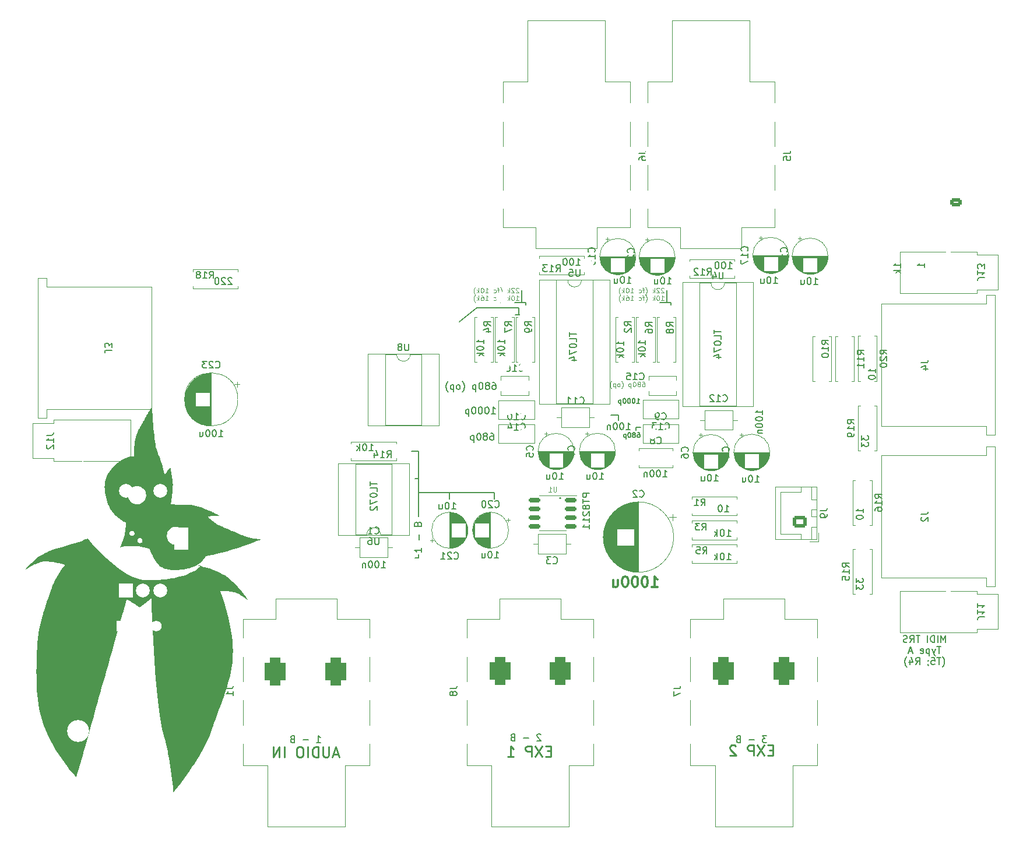
<source format=gbo>
G04 #@! TF.GenerationSoftware,KiCad,Pcbnew,6.0.11+dfsg-1~bpo11+1*
G04 #@! TF.CreationDate,2023-11-13T20:16:46+01:00*
G04 #@! TF.ProjectId,v1_1,76315f31-2e6b-4696-9361-645f70636258,rev?*
G04 #@! TF.SameCoordinates,Original*
G04 #@! TF.FileFunction,Legend,Bot*
G04 #@! TF.FilePolarity,Positive*
%FSLAX46Y46*%
G04 Gerber Fmt 4.6, Leading zero omitted, Abs format (unit mm)*
G04 Created by KiCad (PCBNEW 6.0.11+dfsg-1~bpo11+1) date 2023-11-13 20:16:46*
%MOMM*%
%LPD*%
G01*
G04 APERTURE LIST*
G04 Aperture macros list*
%AMRoundRect*
0 Rectangle with rounded corners*
0 $1 Rounding radius*
0 $2 $3 $4 $5 $6 $7 $8 $9 X,Y pos of 4 corners*
0 Add a 4 corners polygon primitive as box body*
4,1,4,$2,$3,$4,$5,$6,$7,$8,$9,$2,$3,0*
0 Add four circle primitives for the rounded corners*
1,1,$1+$1,$2,$3*
1,1,$1+$1,$4,$5*
1,1,$1+$1,$6,$7*
1,1,$1+$1,$8,$9*
0 Add four rect primitives between the rounded corners*
20,1,$1+$1,$2,$3,$4,$5,0*
20,1,$1+$1,$4,$5,$6,$7,0*
20,1,$1+$1,$6,$7,$8,$9,0*
20,1,$1+$1,$8,$9,$2,$3,0*%
G04 Aperture macros list end*
%ADD10C,0.150000*%
%ADD11C,0.202000*%
%ADD12C,0.100000*%
%ADD13C,0.300000*%
%ADD14C,0.250000*%
%ADD15C,0.120000*%
%ADD16R,1.800000X1.800000*%
%ADD17C,1.800000*%
%ADD18RoundRect,0.750000X0.750000X-1.250000X0.750000X1.250000X-0.750000X1.250000X-0.750000X-1.250000X0*%
%ADD19C,1.600000*%
%ADD20O,1.600000X1.600000*%
%ADD21C,3.200000*%
%ADD22RoundRect,0.250000X0.625000X-0.350000X0.625000X0.350000X-0.625000X0.350000X-0.625000X-0.350000X0*%
%ADD23O,1.750000X1.200000*%
%ADD24R,1.560000X1.560000*%
%ADD25C,1.560000*%
%ADD26R,1.500000X1.500000*%
%ADD27O,1.500000X1.500000*%
%ADD28O,1.800000X1.800000*%
%ADD29O,1.700000X1.700000*%
%ADD30R,1.700000X1.700000*%
%ADD31C,1.524000*%
%ADD32C,5.000000*%
%ADD33R,1.600000X1.600000*%
%ADD34C,3.400000*%
%ADD35R,2.000000X2.000000*%
%ADD36C,2.000000*%
%ADD37R,2.000000X3.200000*%
%ADD38O,1.500000X2.000000*%
%ADD39C,3.000000*%
%ADD40RoundRect,0.150000X0.675000X0.150000X-0.675000X0.150000X-0.675000X-0.150000X0.675000X-0.150000X0*%
%ADD41RoundRect,0.250000X0.750000X-0.600000X0.750000X0.600000X-0.750000X0.600000X-0.750000X-0.600000X0*%
%ADD42O,2.000000X1.700000*%
G04 APERTURE END LIST*
D10*
X165100000Y-74168000D02*
X166116000Y-74168000D01*
X165608000Y-74168000D02*
X165100000Y-74168000D01*
X165608000Y-73152000D02*
X165608000Y-74168000D01*
X159512000Y-73152000D02*
X165608000Y-73152000D01*
X156972000Y-75184000D02*
X159512000Y-73152000D01*
X151000000Y-98000000D02*
X150500000Y-98000000D01*
X187071000Y-72390000D02*
X187071000Y-70612000D01*
X151000000Y-103500000D02*
X151000000Y-98000000D01*
X180086000Y-89535000D02*
X180086000Y-88773000D01*
X165989000Y-72390000D02*
X165989000Y-70612000D01*
X151000000Y-94000000D02*
X150000000Y-94000000D01*
X151000000Y-109500000D02*
X150500000Y-109500000D01*
X165989000Y-72390000D02*
X166624000Y-72390000D01*
X182626000Y-90551000D02*
X183261000Y-90551000D01*
X164973000Y-72390000D02*
X165989000Y-72390000D01*
X151000000Y-100000000D02*
X162000000Y-100000000D01*
D11*
X171678000Y-100838000D02*
G75*
G03*
X171678000Y-100838000I-101000J0D01*
G01*
D10*
X186055000Y-72390000D02*
X187071000Y-72390000D01*
X166624000Y-72390000D02*
X166624000Y-72771000D01*
X151000000Y-98000000D02*
X151000000Y-94000000D01*
X162000000Y-100000000D02*
X162000000Y-101000000D01*
X155500000Y-100000000D02*
X155500000Y-101000000D01*
X187071000Y-72390000D02*
X187706000Y-72390000D01*
X180086000Y-88773000D02*
X178943000Y-88773000D01*
X187706000Y-72390000D02*
X187706000Y-72771000D01*
X182626000Y-90932000D02*
X182626000Y-90551000D01*
X151000000Y-109000000D02*
X151000000Y-109500000D01*
X122023047Y-91892380D02*
X122594476Y-91892380D01*
X122308761Y-91892380D02*
X122308761Y-90892380D01*
X122403999Y-91035238D01*
X122499238Y-91130476D01*
X122594476Y-91178095D01*
X121403999Y-90892380D02*
X121308761Y-90892380D01*
X121213523Y-90940000D01*
X121165904Y-90987619D01*
X121118285Y-91082857D01*
X121070666Y-91273333D01*
X121070666Y-91511428D01*
X121118285Y-91701904D01*
X121165904Y-91797142D01*
X121213523Y-91844761D01*
X121308761Y-91892380D01*
X121403999Y-91892380D01*
X121499238Y-91844761D01*
X121546857Y-91797142D01*
X121594476Y-91701904D01*
X121642095Y-91511428D01*
X121642095Y-91273333D01*
X121594476Y-91082857D01*
X121546857Y-90987619D01*
X121499238Y-90940000D01*
X121403999Y-90892380D01*
X120451619Y-90892380D02*
X120356380Y-90892380D01*
X120261142Y-90940000D01*
X120213523Y-90987619D01*
X120165904Y-91082857D01*
X120118285Y-91273333D01*
X120118285Y-91511428D01*
X120165904Y-91701904D01*
X120213523Y-91797142D01*
X120261142Y-91844761D01*
X120356380Y-91892380D01*
X120451619Y-91892380D01*
X120546857Y-91844761D01*
X120594476Y-91797142D01*
X120642095Y-91701904D01*
X120689714Y-91511428D01*
X120689714Y-91273333D01*
X120642095Y-91082857D01*
X120594476Y-90987619D01*
X120546857Y-90940000D01*
X120451619Y-90892380D01*
X119261142Y-91225714D02*
X119261142Y-91892380D01*
X119689714Y-91225714D02*
X119689714Y-91749523D01*
X119642095Y-91844761D01*
X119546857Y-91892380D01*
X119403999Y-91892380D01*
X119308761Y-91844761D01*
X119261142Y-91797142D01*
X195794238Y-109799380D02*
X196365666Y-109799380D01*
X196079952Y-109799380D02*
X196079952Y-108799380D01*
X196175190Y-108942238D01*
X196270428Y-109037476D01*
X196365666Y-109085095D01*
X195175190Y-108799380D02*
X195079952Y-108799380D01*
X194984714Y-108847000D01*
X194937095Y-108894619D01*
X194889476Y-108989857D01*
X194841857Y-109180333D01*
X194841857Y-109418428D01*
X194889476Y-109608904D01*
X194937095Y-109704142D01*
X194984714Y-109751761D01*
X195079952Y-109799380D01*
X195175190Y-109799380D01*
X195270428Y-109751761D01*
X195318047Y-109704142D01*
X195365666Y-109608904D01*
X195413285Y-109418428D01*
X195413285Y-109180333D01*
X195365666Y-108989857D01*
X195318047Y-108894619D01*
X195270428Y-108847000D01*
X195175190Y-108799380D01*
X194413285Y-109799380D02*
X194413285Y-108799380D01*
X194318047Y-109418428D02*
X194032333Y-109799380D01*
X194032333Y-109132714D02*
X194413285Y-109513666D01*
X217368380Y-82613523D02*
X217368380Y-82042095D01*
X217368380Y-82327809D02*
X216368380Y-82327809D01*
X216511238Y-82232571D01*
X216606476Y-82137333D01*
X216654095Y-82042095D01*
X216368380Y-83232571D02*
X216368380Y-83327809D01*
X216416000Y-83423047D01*
X216463619Y-83470666D01*
X216558857Y-83518285D01*
X216749333Y-83565904D01*
X216987428Y-83565904D01*
X217177904Y-83518285D01*
X217273142Y-83470666D01*
X217320761Y-83423047D01*
X217368380Y-83327809D01*
X217368380Y-83232571D01*
X217320761Y-83137333D01*
X217273142Y-83089714D01*
X217177904Y-83042095D01*
X216987428Y-82994476D01*
X216749333Y-82994476D01*
X216558857Y-83042095D01*
X216463619Y-83089714D01*
X216416000Y-83137333D01*
X216368380Y-83232571D01*
X186539047Y-97734380D02*
X187110476Y-97734380D01*
X186824761Y-97734380D02*
X186824761Y-96734380D01*
X186920000Y-96877238D01*
X187015238Y-96972476D01*
X187110476Y-97020095D01*
X185920000Y-96734380D02*
X185824761Y-96734380D01*
X185729523Y-96782000D01*
X185681904Y-96829619D01*
X185634285Y-96924857D01*
X185586666Y-97115333D01*
X185586666Y-97353428D01*
X185634285Y-97543904D01*
X185681904Y-97639142D01*
X185729523Y-97686761D01*
X185824761Y-97734380D01*
X185920000Y-97734380D01*
X186015238Y-97686761D01*
X186062857Y-97639142D01*
X186110476Y-97543904D01*
X186158095Y-97353428D01*
X186158095Y-97115333D01*
X186110476Y-96924857D01*
X186062857Y-96829619D01*
X186015238Y-96782000D01*
X185920000Y-96734380D01*
X184967619Y-96734380D02*
X184872380Y-96734380D01*
X184777142Y-96782000D01*
X184729523Y-96829619D01*
X184681904Y-96924857D01*
X184634285Y-97115333D01*
X184634285Y-97353428D01*
X184681904Y-97543904D01*
X184729523Y-97639142D01*
X184777142Y-97686761D01*
X184872380Y-97734380D01*
X184967619Y-97734380D01*
X185062857Y-97686761D01*
X185110476Y-97639142D01*
X185158095Y-97543904D01*
X185205714Y-97353428D01*
X185205714Y-97115333D01*
X185158095Y-96924857D01*
X185110476Y-96829619D01*
X185062857Y-96782000D01*
X184967619Y-96734380D01*
X184205714Y-97067714D02*
X184205714Y-97734380D01*
X184205714Y-97162952D02*
X184158095Y-97115333D01*
X184062857Y-97067714D01*
X183920000Y-97067714D01*
X183824761Y-97115333D01*
X183777142Y-97210571D01*
X183777142Y-97734380D01*
X161789666Y-84034380D02*
X161980142Y-84034380D01*
X162075380Y-84082000D01*
X162123000Y-84129619D01*
X162218238Y-84272476D01*
X162265857Y-84462952D01*
X162265857Y-84843904D01*
X162218238Y-84939142D01*
X162170619Y-84986761D01*
X162075380Y-85034380D01*
X161884904Y-85034380D01*
X161789666Y-84986761D01*
X161742047Y-84939142D01*
X161694428Y-84843904D01*
X161694428Y-84605809D01*
X161742047Y-84510571D01*
X161789666Y-84462952D01*
X161884904Y-84415333D01*
X162075380Y-84415333D01*
X162170619Y-84462952D01*
X162218238Y-84510571D01*
X162265857Y-84605809D01*
X161123000Y-84462952D02*
X161218238Y-84415333D01*
X161265857Y-84367714D01*
X161313476Y-84272476D01*
X161313476Y-84224857D01*
X161265857Y-84129619D01*
X161218238Y-84082000D01*
X161123000Y-84034380D01*
X160932523Y-84034380D01*
X160837285Y-84082000D01*
X160789666Y-84129619D01*
X160742047Y-84224857D01*
X160742047Y-84272476D01*
X160789666Y-84367714D01*
X160837285Y-84415333D01*
X160932523Y-84462952D01*
X161123000Y-84462952D01*
X161218238Y-84510571D01*
X161265857Y-84558190D01*
X161313476Y-84653428D01*
X161313476Y-84843904D01*
X161265857Y-84939142D01*
X161218238Y-84986761D01*
X161123000Y-85034380D01*
X160932523Y-85034380D01*
X160837285Y-84986761D01*
X160789666Y-84939142D01*
X160742047Y-84843904D01*
X160742047Y-84653428D01*
X160789666Y-84558190D01*
X160837285Y-84510571D01*
X160932523Y-84462952D01*
X160123000Y-84034380D02*
X160027761Y-84034380D01*
X159932523Y-84082000D01*
X159884904Y-84129619D01*
X159837285Y-84224857D01*
X159789666Y-84415333D01*
X159789666Y-84653428D01*
X159837285Y-84843904D01*
X159884904Y-84939142D01*
X159932523Y-84986761D01*
X160027761Y-85034380D01*
X160123000Y-85034380D01*
X160218238Y-84986761D01*
X160265857Y-84939142D01*
X160313476Y-84843904D01*
X160361095Y-84653428D01*
X160361095Y-84415333D01*
X160313476Y-84224857D01*
X160265857Y-84129619D01*
X160218238Y-84082000D01*
X160123000Y-84034380D01*
X159361095Y-84367714D02*
X159361095Y-85367714D01*
X159361095Y-84415333D02*
X159265857Y-84367714D01*
X159075380Y-84367714D01*
X158980142Y-84415333D01*
X158932523Y-84462952D01*
X158884904Y-84558190D01*
X158884904Y-84843904D01*
X158932523Y-84939142D01*
X158980142Y-84986761D01*
X159075380Y-85034380D01*
X159265857Y-85034380D01*
X159361095Y-84986761D01*
X157408714Y-85415333D02*
X157456333Y-85367714D01*
X157551571Y-85224857D01*
X157599190Y-85129619D01*
X157646809Y-84986761D01*
X157694428Y-84748666D01*
X157694428Y-84558190D01*
X157646809Y-84320095D01*
X157599190Y-84177238D01*
X157551571Y-84082000D01*
X157456333Y-83939142D01*
X157408714Y-83891523D01*
X156884904Y-85034380D02*
X156980142Y-84986761D01*
X157027761Y-84939142D01*
X157075380Y-84843904D01*
X157075380Y-84558190D01*
X157027761Y-84462952D01*
X156980142Y-84415333D01*
X156884904Y-84367714D01*
X156742047Y-84367714D01*
X156646809Y-84415333D01*
X156599190Y-84462952D01*
X156551571Y-84558190D01*
X156551571Y-84843904D01*
X156599190Y-84939142D01*
X156646809Y-84986761D01*
X156742047Y-85034380D01*
X156884904Y-85034380D01*
X156123000Y-84367714D02*
X156123000Y-85367714D01*
X156123000Y-84415333D02*
X156027761Y-84367714D01*
X155837285Y-84367714D01*
X155742047Y-84415333D01*
X155694428Y-84462952D01*
X155646809Y-84558190D01*
X155646809Y-84843904D01*
X155694428Y-84939142D01*
X155742047Y-84986761D01*
X155837285Y-85034380D01*
X156027761Y-85034380D01*
X156123000Y-84986761D01*
X155313476Y-85415333D02*
X155265857Y-85367714D01*
X155170619Y-85224857D01*
X155123000Y-85129619D01*
X155075380Y-84986761D01*
X155027761Y-84748666D01*
X155027761Y-84558190D01*
X155075380Y-84320095D01*
X155123000Y-84177238D01*
X155170619Y-84082000D01*
X155265857Y-83939142D01*
X155313476Y-83891523D01*
D12*
X165572666Y-70366833D02*
X165539333Y-70333500D01*
X165472666Y-70300166D01*
X165306000Y-70300166D01*
X165239333Y-70333500D01*
X165206000Y-70366833D01*
X165172666Y-70433500D01*
X165172666Y-70500166D01*
X165206000Y-70600166D01*
X165606000Y-71000166D01*
X165172666Y-71000166D01*
X164906000Y-70366833D02*
X164872666Y-70333500D01*
X164806000Y-70300166D01*
X164639333Y-70300166D01*
X164572666Y-70333500D01*
X164539333Y-70366833D01*
X164506000Y-70433500D01*
X164506000Y-70500166D01*
X164539333Y-70600166D01*
X164939333Y-71000166D01*
X164506000Y-71000166D01*
X164206000Y-71000166D02*
X164206000Y-70300166D01*
X164139333Y-70733500D02*
X163939333Y-71000166D01*
X163939333Y-70533500D02*
X164206000Y-70800166D01*
X162906000Y-71266833D02*
X162939333Y-71233500D01*
X163006000Y-71133500D01*
X163039333Y-71066833D01*
X163072666Y-70966833D01*
X163106000Y-70800166D01*
X163106000Y-70666833D01*
X163072666Y-70500166D01*
X163039333Y-70400166D01*
X163006000Y-70333500D01*
X162939333Y-70233500D01*
X162906000Y-70200166D01*
X162739333Y-70533500D02*
X162472666Y-70533500D01*
X162639333Y-71000166D02*
X162639333Y-70400166D01*
X162606000Y-70333500D01*
X162539333Y-70300166D01*
X162472666Y-70300166D01*
X161939333Y-70966833D02*
X162006000Y-71000166D01*
X162139333Y-71000166D01*
X162206000Y-70966833D01*
X162239333Y-70933500D01*
X162272666Y-70866833D01*
X162272666Y-70666833D01*
X162239333Y-70600166D01*
X162206000Y-70566833D01*
X162139333Y-70533500D01*
X162006000Y-70533500D01*
X161939333Y-70566833D01*
X160739333Y-71000166D02*
X161139333Y-71000166D01*
X160939333Y-71000166D02*
X160939333Y-70300166D01*
X161006000Y-70400166D01*
X161072666Y-70466833D01*
X161139333Y-70500166D01*
X160306000Y-70300166D02*
X160239333Y-70300166D01*
X160172666Y-70333500D01*
X160139333Y-70366833D01*
X160106000Y-70433500D01*
X160072666Y-70566833D01*
X160072666Y-70733500D01*
X160106000Y-70866833D01*
X160139333Y-70933500D01*
X160172666Y-70966833D01*
X160239333Y-71000166D01*
X160306000Y-71000166D01*
X160372666Y-70966833D01*
X160406000Y-70933500D01*
X160439333Y-70866833D01*
X160472666Y-70733500D01*
X160472666Y-70566833D01*
X160439333Y-70433500D01*
X160406000Y-70366833D01*
X160372666Y-70333500D01*
X160306000Y-70300166D01*
X159772666Y-71000166D02*
X159772666Y-70300166D01*
X159706000Y-70733500D02*
X159506000Y-71000166D01*
X159506000Y-70533500D02*
X159772666Y-70800166D01*
X159272666Y-71266833D02*
X159239333Y-71233500D01*
X159172666Y-71133500D01*
X159139333Y-71066833D01*
X159106000Y-70966833D01*
X159072666Y-70800166D01*
X159072666Y-70666833D01*
X159106000Y-70500166D01*
X159139333Y-70400166D01*
X159172666Y-70333500D01*
X159239333Y-70233500D01*
X159272666Y-70200166D01*
X165172666Y-72127166D02*
X165572666Y-72127166D01*
X165372666Y-72127166D02*
X165372666Y-71427166D01*
X165439333Y-71527166D01*
X165506000Y-71593833D01*
X165572666Y-71627166D01*
X164739333Y-71427166D02*
X164672666Y-71427166D01*
X164606000Y-71460500D01*
X164572666Y-71493833D01*
X164539333Y-71560500D01*
X164506000Y-71693833D01*
X164506000Y-71860500D01*
X164539333Y-71993833D01*
X164572666Y-72060500D01*
X164606000Y-72093833D01*
X164672666Y-72127166D01*
X164739333Y-72127166D01*
X164806000Y-72093833D01*
X164839333Y-72060500D01*
X164872666Y-71993833D01*
X164906000Y-71860500D01*
X164906000Y-71693833D01*
X164872666Y-71560500D01*
X164839333Y-71493833D01*
X164806000Y-71460500D01*
X164739333Y-71427166D01*
X164206000Y-72127166D02*
X164206000Y-71427166D01*
X164139333Y-71860500D02*
X163939333Y-72127166D01*
X163939333Y-71660500D02*
X164206000Y-71927166D01*
X162906000Y-72393833D02*
X162939333Y-72360500D01*
X163006000Y-72260500D01*
X163039333Y-72193833D01*
X163072666Y-72093833D01*
X163106000Y-71927166D01*
X163106000Y-71793833D01*
X163072666Y-71627166D01*
X163039333Y-71527166D01*
X163006000Y-71460500D01*
X162939333Y-71360500D01*
X162906000Y-71327166D01*
X162739333Y-71660500D02*
X162472666Y-71660500D01*
X162639333Y-72127166D02*
X162639333Y-71527166D01*
X162606000Y-71460500D01*
X162539333Y-71427166D01*
X162472666Y-71427166D01*
X161939333Y-72093833D02*
X162006000Y-72127166D01*
X162139333Y-72127166D01*
X162206000Y-72093833D01*
X162239333Y-72060500D01*
X162272666Y-71993833D01*
X162272666Y-71793833D01*
X162239333Y-71727166D01*
X162206000Y-71693833D01*
X162139333Y-71660500D01*
X162006000Y-71660500D01*
X161939333Y-71693833D01*
X160739333Y-72127166D02*
X161139333Y-72127166D01*
X160939333Y-72127166D02*
X160939333Y-71427166D01*
X161006000Y-71527166D01*
X161072666Y-71593833D01*
X161139333Y-71627166D01*
X160139333Y-71427166D02*
X160272666Y-71427166D01*
X160339333Y-71460500D01*
X160372666Y-71493833D01*
X160439333Y-71593833D01*
X160472666Y-71727166D01*
X160472666Y-71993833D01*
X160439333Y-72060500D01*
X160406000Y-72093833D01*
X160339333Y-72127166D01*
X160206000Y-72127166D01*
X160139333Y-72093833D01*
X160106000Y-72060500D01*
X160072666Y-71993833D01*
X160072666Y-71827166D01*
X160106000Y-71760500D01*
X160139333Y-71727166D01*
X160206000Y-71693833D01*
X160339333Y-71693833D01*
X160406000Y-71727166D01*
X160439333Y-71760500D01*
X160472666Y-71827166D01*
X159772666Y-72127166D02*
X159772666Y-71427166D01*
X159706000Y-71860500D02*
X159506000Y-72127166D01*
X159506000Y-71660500D02*
X159772666Y-71927166D01*
X159272666Y-72393833D02*
X159239333Y-72360500D01*
X159172666Y-72260500D01*
X159139333Y-72193833D01*
X159106000Y-72093833D01*
X159072666Y-71927166D01*
X159072666Y-71793833D01*
X159106000Y-71627166D01*
X159139333Y-71527166D01*
X159172666Y-71460500D01*
X159239333Y-71360500D01*
X159272666Y-71327166D01*
D13*
X184891857Y-113708571D02*
X185749000Y-113708571D01*
X185320428Y-113708571D02*
X185320428Y-112208571D01*
X185463285Y-112422857D01*
X185606142Y-112565714D01*
X185749000Y-112637142D01*
X183963285Y-112208571D02*
X183820428Y-112208571D01*
X183677571Y-112280000D01*
X183606142Y-112351428D01*
X183534714Y-112494285D01*
X183463285Y-112780000D01*
X183463285Y-113137142D01*
X183534714Y-113422857D01*
X183606142Y-113565714D01*
X183677571Y-113637142D01*
X183820428Y-113708571D01*
X183963285Y-113708571D01*
X184106142Y-113637142D01*
X184177571Y-113565714D01*
X184249000Y-113422857D01*
X184320428Y-113137142D01*
X184320428Y-112780000D01*
X184249000Y-112494285D01*
X184177571Y-112351428D01*
X184106142Y-112280000D01*
X183963285Y-112208571D01*
X182534714Y-112208571D02*
X182391857Y-112208571D01*
X182249000Y-112280000D01*
X182177571Y-112351428D01*
X182106142Y-112494285D01*
X182034714Y-112780000D01*
X182034714Y-113137142D01*
X182106142Y-113422857D01*
X182177571Y-113565714D01*
X182249000Y-113637142D01*
X182391857Y-113708571D01*
X182534714Y-113708571D01*
X182677571Y-113637142D01*
X182749000Y-113565714D01*
X182820428Y-113422857D01*
X182891857Y-113137142D01*
X182891857Y-112780000D01*
X182820428Y-112494285D01*
X182749000Y-112351428D01*
X182677571Y-112280000D01*
X182534714Y-112208571D01*
X181106142Y-112208571D02*
X180963285Y-112208571D01*
X180820428Y-112280000D01*
X180749000Y-112351428D01*
X180677571Y-112494285D01*
X180606142Y-112780000D01*
X180606142Y-113137142D01*
X180677571Y-113422857D01*
X180749000Y-113565714D01*
X180820428Y-113637142D01*
X180963285Y-113708571D01*
X181106142Y-113708571D01*
X181249000Y-113637142D01*
X181320428Y-113565714D01*
X181391857Y-113422857D01*
X181463285Y-113137142D01*
X181463285Y-112780000D01*
X181391857Y-112494285D01*
X181320428Y-112351428D01*
X181249000Y-112280000D01*
X181106142Y-112208571D01*
X179320428Y-112708571D02*
X179320428Y-113708571D01*
X179963285Y-112708571D02*
X179963285Y-113494285D01*
X179891857Y-113637142D01*
X179749000Y-113708571D01*
X179534714Y-113708571D01*
X179391857Y-113637142D01*
X179320428Y-113565714D01*
D10*
X161488285Y-91400380D02*
X161678761Y-91400380D01*
X161774000Y-91448000D01*
X161821619Y-91495619D01*
X161916857Y-91638476D01*
X161964476Y-91828952D01*
X161964476Y-92209904D01*
X161916857Y-92305142D01*
X161869238Y-92352761D01*
X161774000Y-92400380D01*
X161583523Y-92400380D01*
X161488285Y-92352761D01*
X161440666Y-92305142D01*
X161393047Y-92209904D01*
X161393047Y-91971809D01*
X161440666Y-91876571D01*
X161488285Y-91828952D01*
X161583523Y-91781333D01*
X161774000Y-91781333D01*
X161869238Y-91828952D01*
X161916857Y-91876571D01*
X161964476Y-91971809D01*
X160821619Y-91828952D02*
X160916857Y-91781333D01*
X160964476Y-91733714D01*
X161012095Y-91638476D01*
X161012095Y-91590857D01*
X160964476Y-91495619D01*
X160916857Y-91448000D01*
X160821619Y-91400380D01*
X160631142Y-91400380D01*
X160535904Y-91448000D01*
X160488285Y-91495619D01*
X160440666Y-91590857D01*
X160440666Y-91638476D01*
X160488285Y-91733714D01*
X160535904Y-91781333D01*
X160631142Y-91828952D01*
X160821619Y-91828952D01*
X160916857Y-91876571D01*
X160964476Y-91924190D01*
X161012095Y-92019428D01*
X161012095Y-92209904D01*
X160964476Y-92305142D01*
X160916857Y-92352761D01*
X160821619Y-92400380D01*
X160631142Y-92400380D01*
X160535904Y-92352761D01*
X160488285Y-92305142D01*
X160440666Y-92209904D01*
X160440666Y-92019428D01*
X160488285Y-91924190D01*
X160535904Y-91876571D01*
X160631142Y-91828952D01*
X159821619Y-91400380D02*
X159726380Y-91400380D01*
X159631142Y-91448000D01*
X159583523Y-91495619D01*
X159535904Y-91590857D01*
X159488285Y-91781333D01*
X159488285Y-92019428D01*
X159535904Y-92209904D01*
X159583523Y-92305142D01*
X159631142Y-92352761D01*
X159726380Y-92400380D01*
X159821619Y-92400380D01*
X159916857Y-92352761D01*
X159964476Y-92305142D01*
X160012095Y-92209904D01*
X160059714Y-92019428D01*
X160059714Y-91781333D01*
X160012095Y-91590857D01*
X159964476Y-91495619D01*
X159916857Y-91448000D01*
X159821619Y-91400380D01*
X159059714Y-91733714D02*
X159059714Y-92733714D01*
X159059714Y-91781333D02*
X158964476Y-91733714D01*
X158774000Y-91733714D01*
X158678761Y-91781333D01*
X158631142Y-91828952D01*
X158583523Y-91924190D01*
X158583523Y-92209904D01*
X158631142Y-92305142D01*
X158678761Y-92352761D01*
X158774000Y-92400380D01*
X158964476Y-92400380D01*
X159059714Y-92352761D01*
X177299857Y-98115380D02*
X177871285Y-98115380D01*
X177585571Y-98115380D02*
X177585571Y-97115380D01*
X177680809Y-97258238D01*
X177776047Y-97353476D01*
X177871285Y-97401095D01*
X176680809Y-97115380D02*
X176585571Y-97115380D01*
X176490333Y-97163000D01*
X176442714Y-97210619D01*
X176395095Y-97305857D01*
X176347476Y-97496333D01*
X176347476Y-97734428D01*
X176395095Y-97924904D01*
X176442714Y-98020142D01*
X176490333Y-98067761D01*
X176585571Y-98115380D01*
X176680809Y-98115380D01*
X176776047Y-98067761D01*
X176823666Y-98020142D01*
X176871285Y-97924904D01*
X176918904Y-97734428D01*
X176918904Y-97496333D01*
X176871285Y-97305857D01*
X176823666Y-97210619D01*
X176776047Y-97163000D01*
X176680809Y-97115380D01*
X175490333Y-97448714D02*
X175490333Y-98115380D01*
X175918904Y-97448714D02*
X175918904Y-97972523D01*
X175871285Y-98067761D01*
X175776047Y-98115380D01*
X175633190Y-98115380D01*
X175537952Y-98067761D01*
X175490333Y-98020142D01*
X172934380Y-76747952D02*
X172934380Y-77319380D01*
X173934380Y-77033666D02*
X172934380Y-77033666D01*
X173934380Y-78128904D02*
X173934380Y-77652714D01*
X172934380Y-77652714D01*
X172934380Y-78652714D02*
X172934380Y-78747952D01*
X172982000Y-78843190D01*
X173029619Y-78890809D01*
X173124857Y-78938428D01*
X173315333Y-78986047D01*
X173553428Y-78986047D01*
X173743904Y-78938428D01*
X173839142Y-78890809D01*
X173886761Y-78843190D01*
X173934380Y-78747952D01*
X173934380Y-78652714D01*
X173886761Y-78557476D01*
X173839142Y-78509857D01*
X173743904Y-78462238D01*
X173553428Y-78414619D01*
X173315333Y-78414619D01*
X173124857Y-78462238D01*
X173029619Y-78509857D01*
X172982000Y-78557476D01*
X172934380Y-78652714D01*
X172934380Y-79319380D02*
X172934380Y-79986047D01*
X173934380Y-79557476D01*
X173267714Y-80795571D02*
X173934380Y-80795571D01*
X172886761Y-80557476D02*
X173601047Y-80319380D01*
X173601047Y-80938428D01*
X171457857Y-98115380D02*
X172029285Y-98115380D01*
X171743571Y-98115380D02*
X171743571Y-97115380D01*
X171838809Y-97258238D01*
X171934047Y-97353476D01*
X172029285Y-97401095D01*
X170838809Y-97115380D02*
X170743571Y-97115380D01*
X170648333Y-97163000D01*
X170600714Y-97210619D01*
X170553095Y-97305857D01*
X170505476Y-97496333D01*
X170505476Y-97734428D01*
X170553095Y-97924904D01*
X170600714Y-98020142D01*
X170648333Y-98067761D01*
X170743571Y-98115380D01*
X170838809Y-98115380D01*
X170934047Y-98067761D01*
X170981666Y-98020142D01*
X171029285Y-97924904D01*
X171076904Y-97734428D01*
X171076904Y-97496333D01*
X171029285Y-97305857D01*
X170981666Y-97210619D01*
X170934047Y-97163000D01*
X170838809Y-97115380D01*
X169648333Y-97448714D02*
X169648333Y-98115380D01*
X170076904Y-97448714D02*
X170076904Y-97972523D01*
X170029285Y-98067761D01*
X169934047Y-98115380D01*
X169791190Y-98115380D01*
X169695952Y-98067761D01*
X169648333Y-98020142D01*
X215590380Y-102933523D02*
X215590380Y-102362095D01*
X215590380Y-102647809D02*
X214590380Y-102647809D01*
X214733238Y-102552571D01*
X214828476Y-102457333D01*
X214876095Y-102362095D01*
X214590380Y-103552571D02*
X214590380Y-103647809D01*
X214638000Y-103743047D01*
X214685619Y-103790666D01*
X214780857Y-103838285D01*
X214971333Y-103885904D01*
X215209428Y-103885904D01*
X215399904Y-103838285D01*
X215495142Y-103790666D01*
X215542761Y-103743047D01*
X215590380Y-103647809D01*
X215590380Y-103552571D01*
X215542761Y-103457333D01*
X215495142Y-103409714D01*
X215399904Y-103362095D01*
X215209428Y-103314476D01*
X214971333Y-103314476D01*
X214780857Y-103362095D01*
X214685619Y-103409714D01*
X214638000Y-103457333D01*
X214590380Y-103552571D01*
D14*
X170203428Y-137560857D02*
X169703428Y-137560857D01*
X169489142Y-138346571D02*
X170203428Y-138346571D01*
X170203428Y-136846571D01*
X169489142Y-136846571D01*
X168989142Y-136846571D02*
X167989142Y-138346571D01*
X167989142Y-136846571D02*
X168989142Y-138346571D01*
X167417714Y-138346571D02*
X167417714Y-136846571D01*
X166846285Y-136846571D01*
X166703428Y-136918000D01*
X166632000Y-136989428D01*
X166560571Y-137132285D01*
X166560571Y-137346571D01*
X166632000Y-137489428D01*
X166703428Y-137560857D01*
X166846285Y-137632285D01*
X167417714Y-137632285D01*
X163989142Y-138346571D02*
X164846285Y-138346571D01*
X164417714Y-138346571D02*
X164417714Y-136846571D01*
X164560571Y-137060857D01*
X164703428Y-137203714D01*
X164846285Y-137275142D01*
D10*
X143978380Y-98464952D02*
X143978380Y-99036380D01*
X144978380Y-98750666D02*
X143978380Y-98750666D01*
X144978380Y-99845904D02*
X144978380Y-99369714D01*
X143978380Y-99369714D01*
X143978380Y-100369714D02*
X143978380Y-100464952D01*
X144026000Y-100560190D01*
X144073619Y-100607809D01*
X144168857Y-100655428D01*
X144359333Y-100703047D01*
X144597428Y-100703047D01*
X144787904Y-100655428D01*
X144883142Y-100607809D01*
X144930761Y-100560190D01*
X144978380Y-100464952D01*
X144978380Y-100369714D01*
X144930761Y-100274476D01*
X144883142Y-100226857D01*
X144787904Y-100179238D01*
X144597428Y-100131619D01*
X144359333Y-100131619D01*
X144168857Y-100179238D01*
X144073619Y-100226857D01*
X144026000Y-100274476D01*
X143978380Y-100369714D01*
X143978380Y-101036380D02*
X143978380Y-101703047D01*
X144978380Y-101274476D01*
X144073619Y-102036380D02*
X144026000Y-102084000D01*
X143978380Y-102179238D01*
X143978380Y-102417333D01*
X144026000Y-102512571D01*
X144073619Y-102560190D01*
X144168857Y-102607809D01*
X144264095Y-102607809D01*
X144406952Y-102560190D01*
X144978380Y-101988761D01*
X144978380Y-102607809D01*
X145645047Y-110942380D02*
X146216476Y-110942380D01*
X145930761Y-110942380D02*
X145930761Y-109942380D01*
X146026000Y-110085238D01*
X146121238Y-110180476D01*
X146216476Y-110228095D01*
X145026000Y-109942380D02*
X144930761Y-109942380D01*
X144835523Y-109990000D01*
X144787904Y-110037619D01*
X144740285Y-110132857D01*
X144692666Y-110323333D01*
X144692666Y-110561428D01*
X144740285Y-110751904D01*
X144787904Y-110847142D01*
X144835523Y-110894761D01*
X144930761Y-110942380D01*
X145026000Y-110942380D01*
X145121238Y-110894761D01*
X145168857Y-110847142D01*
X145216476Y-110751904D01*
X145264095Y-110561428D01*
X145264095Y-110323333D01*
X145216476Y-110132857D01*
X145168857Y-110037619D01*
X145121238Y-109990000D01*
X145026000Y-109942380D01*
X144073619Y-109942380D02*
X143978380Y-109942380D01*
X143883142Y-109990000D01*
X143835523Y-110037619D01*
X143787904Y-110132857D01*
X143740285Y-110323333D01*
X143740285Y-110561428D01*
X143787904Y-110751904D01*
X143835523Y-110847142D01*
X143883142Y-110894761D01*
X143978380Y-110942380D01*
X144073619Y-110942380D01*
X144168857Y-110894761D01*
X144216476Y-110847142D01*
X144264095Y-110751904D01*
X144311714Y-110561428D01*
X144311714Y-110323333D01*
X144264095Y-110132857D01*
X144216476Y-110037619D01*
X144168857Y-109990000D01*
X144073619Y-109942380D01*
X143311714Y-110275714D02*
X143311714Y-110942380D01*
X143311714Y-110370952D02*
X143264095Y-110323333D01*
X143168857Y-110275714D01*
X143026000Y-110275714D01*
X142930761Y-110323333D01*
X142883142Y-110418571D01*
X142883142Y-110942380D01*
X182841000Y-91310666D02*
X182974333Y-91310666D01*
X183041000Y-91344000D01*
X183074333Y-91377333D01*
X183141000Y-91477333D01*
X183174333Y-91610666D01*
X183174333Y-91877333D01*
X183141000Y-91944000D01*
X183107666Y-91977333D01*
X183041000Y-92010666D01*
X182907666Y-92010666D01*
X182841000Y-91977333D01*
X182807666Y-91944000D01*
X182774333Y-91877333D01*
X182774333Y-91710666D01*
X182807666Y-91644000D01*
X182841000Y-91610666D01*
X182907666Y-91577333D01*
X183041000Y-91577333D01*
X183107666Y-91610666D01*
X183141000Y-91644000D01*
X183174333Y-91710666D01*
X182374333Y-91610666D02*
X182441000Y-91577333D01*
X182474333Y-91544000D01*
X182507666Y-91477333D01*
X182507666Y-91444000D01*
X182474333Y-91377333D01*
X182441000Y-91344000D01*
X182374333Y-91310666D01*
X182241000Y-91310666D01*
X182174333Y-91344000D01*
X182141000Y-91377333D01*
X182107666Y-91444000D01*
X182107666Y-91477333D01*
X182141000Y-91544000D01*
X182174333Y-91577333D01*
X182241000Y-91610666D01*
X182374333Y-91610666D01*
X182441000Y-91644000D01*
X182474333Y-91677333D01*
X182507666Y-91744000D01*
X182507666Y-91877333D01*
X182474333Y-91944000D01*
X182441000Y-91977333D01*
X182374333Y-92010666D01*
X182241000Y-92010666D01*
X182174333Y-91977333D01*
X182141000Y-91944000D01*
X182107666Y-91877333D01*
X182107666Y-91744000D01*
X182141000Y-91677333D01*
X182174333Y-91644000D01*
X182241000Y-91610666D01*
X181674333Y-91310666D02*
X181607666Y-91310666D01*
X181541000Y-91344000D01*
X181507666Y-91377333D01*
X181474333Y-91444000D01*
X181441000Y-91577333D01*
X181441000Y-91744000D01*
X181474333Y-91877333D01*
X181507666Y-91944000D01*
X181541000Y-91977333D01*
X181607666Y-92010666D01*
X181674333Y-92010666D01*
X181741000Y-91977333D01*
X181774333Y-91944000D01*
X181807666Y-91877333D01*
X181841000Y-91744000D01*
X181841000Y-91577333D01*
X181807666Y-91444000D01*
X181774333Y-91377333D01*
X181741000Y-91344000D01*
X181674333Y-91310666D01*
X181141000Y-91544000D02*
X181141000Y-92244000D01*
X181141000Y-91577333D02*
X181074333Y-91544000D01*
X180941000Y-91544000D01*
X180874333Y-91577333D01*
X180841000Y-91610666D01*
X180807666Y-91677333D01*
X180807666Y-91877333D01*
X180841000Y-91944000D01*
X180874333Y-91977333D01*
X180941000Y-92010666D01*
X181074333Y-92010666D01*
X181141000Y-91977333D01*
D14*
X202461428Y-137433857D02*
X201961428Y-137433857D01*
X201747142Y-138219571D02*
X202461428Y-138219571D01*
X202461428Y-136719571D01*
X201747142Y-136719571D01*
X201247142Y-136719571D02*
X200247142Y-138219571D01*
X200247142Y-136719571D02*
X201247142Y-138219571D01*
X199675714Y-138219571D02*
X199675714Y-136719571D01*
X199104285Y-136719571D01*
X198961428Y-136791000D01*
X198890000Y-136862428D01*
X198818571Y-137005285D01*
X198818571Y-137219571D01*
X198890000Y-137362428D01*
X198961428Y-137433857D01*
X199104285Y-137505285D01*
X199675714Y-137505285D01*
X197104285Y-136862428D02*
X197032857Y-136791000D01*
X196890000Y-136719571D01*
X196532857Y-136719571D01*
X196390000Y-136791000D01*
X196318571Y-136862428D01*
X196247142Y-137005285D01*
X196247142Y-137148142D01*
X196318571Y-137362428D01*
X197175714Y-138219571D01*
X196247142Y-138219571D01*
D10*
X151452380Y-108095238D02*
X151452380Y-108666666D01*
X151452380Y-108380952D02*
X150452380Y-108380952D01*
X150595238Y-108476190D01*
X150690476Y-108571428D01*
X150738095Y-108666666D01*
X151071428Y-106904761D02*
X151071428Y-106142857D01*
X150928571Y-104571428D02*
X150976190Y-104428571D01*
X151023809Y-104380952D01*
X151119047Y-104333333D01*
X151261904Y-104333333D01*
X151357142Y-104380952D01*
X151404761Y-104428571D01*
X151452380Y-104523809D01*
X151452380Y-104904761D01*
X150452380Y-104904761D01*
X150452380Y-104571428D01*
X150500000Y-104476190D01*
X150547619Y-104428571D01*
X150642857Y-104380952D01*
X150738095Y-104380952D01*
X150833333Y-104428571D01*
X150880952Y-104476190D01*
X150928571Y-104571428D01*
X150928571Y-104904761D01*
D12*
X186654666Y-70366833D02*
X186621333Y-70333500D01*
X186554666Y-70300166D01*
X186388000Y-70300166D01*
X186321333Y-70333500D01*
X186288000Y-70366833D01*
X186254666Y-70433500D01*
X186254666Y-70500166D01*
X186288000Y-70600166D01*
X186688000Y-71000166D01*
X186254666Y-71000166D01*
X185988000Y-70366833D02*
X185954666Y-70333500D01*
X185888000Y-70300166D01*
X185721333Y-70300166D01*
X185654666Y-70333500D01*
X185621333Y-70366833D01*
X185588000Y-70433500D01*
X185588000Y-70500166D01*
X185621333Y-70600166D01*
X186021333Y-71000166D01*
X185588000Y-71000166D01*
X185288000Y-71000166D02*
X185288000Y-70300166D01*
X185221333Y-70733500D02*
X185021333Y-71000166D01*
X185021333Y-70533500D02*
X185288000Y-70800166D01*
X183988000Y-71266833D02*
X184021333Y-71233500D01*
X184088000Y-71133500D01*
X184121333Y-71066833D01*
X184154666Y-70966833D01*
X184188000Y-70800166D01*
X184188000Y-70666833D01*
X184154666Y-70500166D01*
X184121333Y-70400166D01*
X184088000Y-70333500D01*
X184021333Y-70233500D01*
X183988000Y-70200166D01*
X183821333Y-70533500D02*
X183554666Y-70533500D01*
X183721333Y-71000166D02*
X183721333Y-70400166D01*
X183688000Y-70333500D01*
X183621333Y-70300166D01*
X183554666Y-70300166D01*
X183021333Y-70966833D02*
X183088000Y-71000166D01*
X183221333Y-71000166D01*
X183288000Y-70966833D01*
X183321333Y-70933500D01*
X183354666Y-70866833D01*
X183354666Y-70666833D01*
X183321333Y-70600166D01*
X183288000Y-70566833D01*
X183221333Y-70533500D01*
X183088000Y-70533500D01*
X183021333Y-70566833D01*
X181821333Y-71000166D02*
X182221333Y-71000166D01*
X182021333Y-71000166D02*
X182021333Y-70300166D01*
X182088000Y-70400166D01*
X182154666Y-70466833D01*
X182221333Y-70500166D01*
X181388000Y-70300166D02*
X181321333Y-70300166D01*
X181254666Y-70333500D01*
X181221333Y-70366833D01*
X181188000Y-70433500D01*
X181154666Y-70566833D01*
X181154666Y-70733500D01*
X181188000Y-70866833D01*
X181221333Y-70933500D01*
X181254666Y-70966833D01*
X181321333Y-71000166D01*
X181388000Y-71000166D01*
X181454666Y-70966833D01*
X181488000Y-70933500D01*
X181521333Y-70866833D01*
X181554666Y-70733500D01*
X181554666Y-70566833D01*
X181521333Y-70433500D01*
X181488000Y-70366833D01*
X181454666Y-70333500D01*
X181388000Y-70300166D01*
X180854666Y-71000166D02*
X180854666Y-70300166D01*
X180788000Y-70733500D02*
X180588000Y-71000166D01*
X180588000Y-70533500D02*
X180854666Y-70800166D01*
X180354666Y-71266833D02*
X180321333Y-71233500D01*
X180254666Y-71133500D01*
X180221333Y-71066833D01*
X180188000Y-70966833D01*
X180154666Y-70800166D01*
X180154666Y-70666833D01*
X180188000Y-70500166D01*
X180221333Y-70400166D01*
X180254666Y-70333500D01*
X180321333Y-70233500D01*
X180354666Y-70200166D01*
X186254666Y-72127166D02*
X186654666Y-72127166D01*
X186454666Y-72127166D02*
X186454666Y-71427166D01*
X186521333Y-71527166D01*
X186588000Y-71593833D01*
X186654666Y-71627166D01*
X185821333Y-71427166D02*
X185754666Y-71427166D01*
X185688000Y-71460500D01*
X185654666Y-71493833D01*
X185621333Y-71560500D01*
X185588000Y-71693833D01*
X185588000Y-71860500D01*
X185621333Y-71993833D01*
X185654666Y-72060500D01*
X185688000Y-72093833D01*
X185754666Y-72127166D01*
X185821333Y-72127166D01*
X185888000Y-72093833D01*
X185921333Y-72060500D01*
X185954666Y-71993833D01*
X185988000Y-71860500D01*
X185988000Y-71693833D01*
X185954666Y-71560500D01*
X185921333Y-71493833D01*
X185888000Y-71460500D01*
X185821333Y-71427166D01*
X185288000Y-72127166D02*
X185288000Y-71427166D01*
X185221333Y-71860500D02*
X185021333Y-72127166D01*
X185021333Y-71660500D02*
X185288000Y-71927166D01*
X183988000Y-72393833D02*
X184021333Y-72360500D01*
X184088000Y-72260500D01*
X184121333Y-72193833D01*
X184154666Y-72093833D01*
X184188000Y-71927166D01*
X184188000Y-71793833D01*
X184154666Y-71627166D01*
X184121333Y-71527166D01*
X184088000Y-71460500D01*
X184021333Y-71360500D01*
X183988000Y-71327166D01*
X183821333Y-71660500D02*
X183554666Y-71660500D01*
X183721333Y-72127166D02*
X183721333Y-71527166D01*
X183688000Y-71460500D01*
X183621333Y-71427166D01*
X183554666Y-71427166D01*
X183021333Y-72093833D02*
X183088000Y-72127166D01*
X183221333Y-72127166D01*
X183288000Y-72093833D01*
X183321333Y-72060500D01*
X183354666Y-71993833D01*
X183354666Y-71793833D01*
X183321333Y-71727166D01*
X183288000Y-71693833D01*
X183221333Y-71660500D01*
X183088000Y-71660500D01*
X183021333Y-71693833D01*
X181821333Y-72127166D02*
X182221333Y-72127166D01*
X182021333Y-72127166D02*
X182021333Y-71427166D01*
X182088000Y-71527166D01*
X182154666Y-71593833D01*
X182221333Y-71627166D01*
X181221333Y-71427166D02*
X181354666Y-71427166D01*
X181421333Y-71460500D01*
X181454666Y-71493833D01*
X181521333Y-71593833D01*
X181554666Y-71727166D01*
X181554666Y-71993833D01*
X181521333Y-72060500D01*
X181488000Y-72093833D01*
X181421333Y-72127166D01*
X181288000Y-72127166D01*
X181221333Y-72093833D01*
X181188000Y-72060500D01*
X181154666Y-71993833D01*
X181154666Y-71827166D01*
X181188000Y-71760500D01*
X181221333Y-71727166D01*
X181288000Y-71693833D01*
X181421333Y-71693833D01*
X181488000Y-71727166D01*
X181521333Y-71760500D01*
X181554666Y-71827166D01*
X180854666Y-72127166D02*
X180854666Y-71427166D01*
X180788000Y-71860500D02*
X180588000Y-72127166D01*
X180588000Y-71660500D02*
X180854666Y-71927166D01*
X180354666Y-72393833D02*
X180321333Y-72360500D01*
X180254666Y-72260500D01*
X180221333Y-72193833D01*
X180188000Y-72093833D01*
X180154666Y-71927166D01*
X180154666Y-71793833D01*
X180188000Y-71627166D01*
X180221333Y-71527166D01*
X180254666Y-71460500D01*
X180321333Y-71360500D01*
X180354666Y-71327166D01*
D10*
X195794238Y-106370380D02*
X196365666Y-106370380D01*
X196079952Y-106370380D02*
X196079952Y-105370380D01*
X196175190Y-105513238D01*
X196270428Y-105608476D01*
X196365666Y-105656095D01*
X195175190Y-105370380D02*
X195079952Y-105370380D01*
X194984714Y-105418000D01*
X194937095Y-105465619D01*
X194889476Y-105560857D01*
X194841857Y-105751333D01*
X194841857Y-105989428D01*
X194889476Y-106179904D01*
X194937095Y-106275142D01*
X194984714Y-106322761D01*
X195079952Y-106370380D01*
X195175190Y-106370380D01*
X195270428Y-106322761D01*
X195318047Y-106275142D01*
X195365666Y-106179904D01*
X195413285Y-105989428D01*
X195413285Y-105751333D01*
X195365666Y-105560857D01*
X195318047Y-105465619D01*
X195270428Y-105418000D01*
X195175190Y-105370380D01*
X194413285Y-106370380D02*
X194413285Y-105370380D01*
X194318047Y-105989428D02*
X194032333Y-106370380D01*
X194032333Y-105703714D02*
X194413285Y-106084666D01*
X200985380Y-88669952D02*
X200985380Y-88098523D01*
X200985380Y-88384238D02*
X199985380Y-88384238D01*
X200128238Y-88289000D01*
X200223476Y-88193761D01*
X200271095Y-88098523D01*
X199985380Y-89289000D02*
X199985380Y-89384238D01*
X200033000Y-89479476D01*
X200080619Y-89527095D01*
X200175857Y-89574714D01*
X200366333Y-89622333D01*
X200604428Y-89622333D01*
X200794904Y-89574714D01*
X200890142Y-89527095D01*
X200937761Y-89479476D01*
X200985380Y-89384238D01*
X200985380Y-89289000D01*
X200937761Y-89193761D01*
X200890142Y-89146142D01*
X200794904Y-89098523D01*
X200604428Y-89050904D01*
X200366333Y-89050904D01*
X200175857Y-89098523D01*
X200080619Y-89146142D01*
X200033000Y-89193761D01*
X199985380Y-89289000D01*
X199985380Y-90241380D02*
X199985380Y-90336619D01*
X200033000Y-90431857D01*
X200080619Y-90479476D01*
X200175857Y-90527095D01*
X200366333Y-90574714D01*
X200604428Y-90574714D01*
X200794904Y-90527095D01*
X200890142Y-90479476D01*
X200937761Y-90431857D01*
X200985380Y-90336619D01*
X200985380Y-90241380D01*
X200937761Y-90146142D01*
X200890142Y-90098523D01*
X200794904Y-90050904D01*
X200604428Y-90003285D01*
X200366333Y-90003285D01*
X200175857Y-90050904D01*
X200080619Y-90098523D01*
X200033000Y-90146142D01*
X199985380Y-90241380D01*
X200318714Y-91003285D02*
X200985380Y-91003285D01*
X200413952Y-91003285D02*
X200366333Y-91050904D01*
X200318714Y-91146142D01*
X200318714Y-91289000D01*
X200366333Y-91384238D01*
X200461571Y-91431857D01*
X200985380Y-91431857D01*
X168790666Y-135183619D02*
X168743047Y-135136000D01*
X168647809Y-135088380D01*
X168409714Y-135088380D01*
X168314476Y-135136000D01*
X168266857Y-135183619D01*
X168219238Y-135278857D01*
X168219238Y-135374095D01*
X168266857Y-135516952D01*
X168838285Y-136088380D01*
X168219238Y-136088380D01*
X167028761Y-135707428D02*
X166266857Y-135707428D01*
X164695428Y-135564571D02*
X164552571Y-135612190D01*
X164504952Y-135659809D01*
X164457333Y-135755047D01*
X164457333Y-135897904D01*
X164504952Y-135993142D01*
X164552571Y-136040761D01*
X164647809Y-136088380D01*
X165028761Y-136088380D01*
X165028761Y-135088380D01*
X164695428Y-135088380D01*
X164600190Y-135136000D01*
X164552571Y-135183619D01*
X164504952Y-135278857D01*
X164504952Y-135374095D01*
X164552571Y-135469333D01*
X164600190Y-135516952D01*
X164695428Y-135564571D01*
X165028761Y-135564571D01*
D12*
X183572666Y-83944666D02*
X183706000Y-83944666D01*
X183772666Y-83978000D01*
X183806000Y-84011333D01*
X183872666Y-84111333D01*
X183906000Y-84244666D01*
X183906000Y-84511333D01*
X183872666Y-84578000D01*
X183839333Y-84611333D01*
X183772666Y-84644666D01*
X183639333Y-84644666D01*
X183572666Y-84611333D01*
X183539333Y-84578000D01*
X183506000Y-84511333D01*
X183506000Y-84344666D01*
X183539333Y-84278000D01*
X183572666Y-84244666D01*
X183639333Y-84211333D01*
X183772666Y-84211333D01*
X183839333Y-84244666D01*
X183872666Y-84278000D01*
X183906000Y-84344666D01*
X183106000Y-84244666D02*
X183172666Y-84211333D01*
X183206000Y-84178000D01*
X183239333Y-84111333D01*
X183239333Y-84078000D01*
X183206000Y-84011333D01*
X183172666Y-83978000D01*
X183106000Y-83944666D01*
X182972666Y-83944666D01*
X182906000Y-83978000D01*
X182872666Y-84011333D01*
X182839333Y-84078000D01*
X182839333Y-84111333D01*
X182872666Y-84178000D01*
X182906000Y-84211333D01*
X182972666Y-84244666D01*
X183106000Y-84244666D01*
X183172666Y-84278000D01*
X183206000Y-84311333D01*
X183239333Y-84378000D01*
X183239333Y-84511333D01*
X183206000Y-84578000D01*
X183172666Y-84611333D01*
X183106000Y-84644666D01*
X182972666Y-84644666D01*
X182906000Y-84611333D01*
X182872666Y-84578000D01*
X182839333Y-84511333D01*
X182839333Y-84378000D01*
X182872666Y-84311333D01*
X182906000Y-84278000D01*
X182972666Y-84244666D01*
X182406000Y-83944666D02*
X182339333Y-83944666D01*
X182272666Y-83978000D01*
X182239333Y-84011333D01*
X182206000Y-84078000D01*
X182172666Y-84211333D01*
X182172666Y-84378000D01*
X182206000Y-84511333D01*
X182239333Y-84578000D01*
X182272666Y-84611333D01*
X182339333Y-84644666D01*
X182406000Y-84644666D01*
X182472666Y-84611333D01*
X182506000Y-84578000D01*
X182539333Y-84511333D01*
X182572666Y-84378000D01*
X182572666Y-84211333D01*
X182539333Y-84078000D01*
X182506000Y-84011333D01*
X182472666Y-83978000D01*
X182406000Y-83944666D01*
X181872666Y-84178000D02*
X181872666Y-84878000D01*
X181872666Y-84211333D02*
X181806000Y-84178000D01*
X181672666Y-84178000D01*
X181606000Y-84211333D01*
X181572666Y-84244666D01*
X181539333Y-84311333D01*
X181539333Y-84511333D01*
X181572666Y-84578000D01*
X181606000Y-84611333D01*
X181672666Y-84644666D01*
X181806000Y-84644666D01*
X181872666Y-84611333D01*
X180506000Y-84911333D02*
X180539333Y-84878000D01*
X180606000Y-84778000D01*
X180639333Y-84711333D01*
X180672666Y-84611333D01*
X180706000Y-84444666D01*
X180706000Y-84311333D01*
X180672666Y-84144666D01*
X180639333Y-84044666D01*
X180606000Y-83978000D01*
X180539333Y-83878000D01*
X180506000Y-83844666D01*
X180139333Y-84644666D02*
X180206000Y-84611333D01*
X180239333Y-84578000D01*
X180272666Y-84511333D01*
X180272666Y-84311333D01*
X180239333Y-84244666D01*
X180206000Y-84211333D01*
X180139333Y-84178000D01*
X180039333Y-84178000D01*
X179972666Y-84211333D01*
X179939333Y-84244666D01*
X179906000Y-84311333D01*
X179906000Y-84511333D01*
X179939333Y-84578000D01*
X179972666Y-84611333D01*
X180039333Y-84644666D01*
X180139333Y-84644666D01*
X179606000Y-84178000D02*
X179606000Y-84878000D01*
X179606000Y-84211333D02*
X179539333Y-84178000D01*
X179406000Y-84178000D01*
X179339333Y-84211333D01*
X179306000Y-84244666D01*
X179272666Y-84311333D01*
X179272666Y-84511333D01*
X179306000Y-84578000D01*
X179339333Y-84611333D01*
X179406000Y-84644666D01*
X179539333Y-84644666D01*
X179606000Y-84611333D01*
X179039333Y-84911333D02*
X179006000Y-84878000D01*
X178939333Y-84778000D01*
X178906000Y-84711333D01*
X178872666Y-84611333D01*
X178839333Y-84444666D01*
X178839333Y-84311333D01*
X178872666Y-84144666D01*
X178906000Y-84044666D01*
X178939333Y-83978000D01*
X179006000Y-83878000D01*
X179039333Y-83844666D01*
D10*
X161615238Y-88590380D02*
X162186666Y-88590380D01*
X161900952Y-88590380D02*
X161900952Y-87590380D01*
X161996190Y-87733238D01*
X162091428Y-87828476D01*
X162186666Y-87876095D01*
X160996190Y-87590380D02*
X160900952Y-87590380D01*
X160805714Y-87638000D01*
X160758095Y-87685619D01*
X160710476Y-87780857D01*
X160662857Y-87971333D01*
X160662857Y-88209428D01*
X160710476Y-88399904D01*
X160758095Y-88495142D01*
X160805714Y-88542761D01*
X160900952Y-88590380D01*
X160996190Y-88590380D01*
X161091428Y-88542761D01*
X161139047Y-88495142D01*
X161186666Y-88399904D01*
X161234285Y-88209428D01*
X161234285Y-87971333D01*
X161186666Y-87780857D01*
X161139047Y-87685619D01*
X161091428Y-87638000D01*
X160996190Y-87590380D01*
X160043809Y-87590380D02*
X159948571Y-87590380D01*
X159853333Y-87638000D01*
X159805714Y-87685619D01*
X159758095Y-87780857D01*
X159710476Y-87971333D01*
X159710476Y-88209428D01*
X159758095Y-88399904D01*
X159805714Y-88495142D01*
X159853333Y-88542761D01*
X159948571Y-88590380D01*
X160043809Y-88590380D01*
X160139047Y-88542761D01*
X160186666Y-88495142D01*
X160234285Y-88399904D01*
X160281904Y-88209428D01*
X160281904Y-87971333D01*
X160234285Y-87780857D01*
X160186666Y-87685619D01*
X160139047Y-87638000D01*
X160043809Y-87590380D01*
X159091428Y-87590380D02*
X158996190Y-87590380D01*
X158900952Y-87638000D01*
X158853333Y-87685619D01*
X158805714Y-87780857D01*
X158758095Y-87971333D01*
X158758095Y-88209428D01*
X158805714Y-88399904D01*
X158853333Y-88495142D01*
X158900952Y-88542761D01*
X158996190Y-88590380D01*
X159091428Y-88590380D01*
X159186666Y-88542761D01*
X159234285Y-88495142D01*
X159281904Y-88399904D01*
X159329523Y-88209428D01*
X159329523Y-87971333D01*
X159281904Y-87780857D01*
X159234285Y-87685619D01*
X159186666Y-87638000D01*
X159091428Y-87590380D01*
X158329523Y-87923714D02*
X158329523Y-88923714D01*
X158329523Y-87971333D02*
X158234285Y-87923714D01*
X158043809Y-87923714D01*
X157948571Y-87971333D01*
X157900952Y-88018952D01*
X157853333Y-88114190D01*
X157853333Y-88399904D01*
X157900952Y-88495142D01*
X157948571Y-88542761D01*
X158043809Y-88590380D01*
X158234285Y-88590380D01*
X158329523Y-88542761D01*
X183967380Y-78525761D02*
X183967380Y-77954333D01*
X183967380Y-78240047D02*
X182967380Y-78240047D01*
X183110238Y-78144809D01*
X183205476Y-78049571D01*
X183253095Y-77954333D01*
X182967380Y-79144809D02*
X182967380Y-79240047D01*
X183015000Y-79335285D01*
X183062619Y-79382904D01*
X183157857Y-79430523D01*
X183348333Y-79478142D01*
X183586428Y-79478142D01*
X183776904Y-79430523D01*
X183872142Y-79382904D01*
X183919761Y-79335285D01*
X183967380Y-79240047D01*
X183967380Y-79144809D01*
X183919761Y-79049571D01*
X183872142Y-79001952D01*
X183776904Y-78954333D01*
X183586428Y-78906714D01*
X183348333Y-78906714D01*
X183157857Y-78954333D01*
X183062619Y-79001952D01*
X183015000Y-79049571D01*
X182967380Y-79144809D01*
X183967380Y-79906714D02*
X182967380Y-79906714D01*
X183586428Y-80001952D02*
X183967380Y-80287666D01*
X183300714Y-80287666D02*
X183681666Y-79906714D01*
X221051380Y-67317952D02*
X221051380Y-66746523D01*
X221051380Y-67032238D02*
X220051380Y-67032238D01*
X220194238Y-66937000D01*
X220289476Y-66841761D01*
X220337095Y-66746523D01*
X221051380Y-67746523D02*
X220051380Y-67746523D01*
X220670428Y-67841761D02*
X221051380Y-68127476D01*
X220384714Y-68127476D02*
X220765666Y-67746523D01*
X181205047Y-90876380D02*
X181776476Y-90876380D01*
X181490761Y-90876380D02*
X181490761Y-89876380D01*
X181586000Y-90019238D01*
X181681238Y-90114476D01*
X181776476Y-90162095D01*
X180586000Y-89876380D02*
X180490761Y-89876380D01*
X180395523Y-89924000D01*
X180347904Y-89971619D01*
X180300285Y-90066857D01*
X180252666Y-90257333D01*
X180252666Y-90495428D01*
X180300285Y-90685904D01*
X180347904Y-90781142D01*
X180395523Y-90828761D01*
X180490761Y-90876380D01*
X180586000Y-90876380D01*
X180681238Y-90828761D01*
X180728857Y-90781142D01*
X180776476Y-90685904D01*
X180824095Y-90495428D01*
X180824095Y-90257333D01*
X180776476Y-90066857D01*
X180728857Y-89971619D01*
X180681238Y-89924000D01*
X180586000Y-89876380D01*
X179633619Y-89876380D02*
X179538380Y-89876380D01*
X179443142Y-89924000D01*
X179395523Y-89971619D01*
X179347904Y-90066857D01*
X179300285Y-90257333D01*
X179300285Y-90495428D01*
X179347904Y-90685904D01*
X179395523Y-90781142D01*
X179443142Y-90828761D01*
X179538380Y-90876380D01*
X179633619Y-90876380D01*
X179728857Y-90828761D01*
X179776476Y-90781142D01*
X179824095Y-90685904D01*
X179871714Y-90495428D01*
X179871714Y-90257333D01*
X179824095Y-90066857D01*
X179776476Y-89971619D01*
X179728857Y-89924000D01*
X179633619Y-89876380D01*
X178871714Y-90209714D02*
X178871714Y-90876380D01*
X178871714Y-90304952D02*
X178824095Y-90257333D01*
X178728857Y-90209714D01*
X178586000Y-90209714D01*
X178490761Y-90257333D01*
X178443142Y-90352571D01*
X178443142Y-90876380D01*
X180792380Y-78652761D02*
X180792380Y-78081333D01*
X180792380Y-78367047D02*
X179792380Y-78367047D01*
X179935238Y-78271809D01*
X180030476Y-78176571D01*
X180078095Y-78081333D01*
X179792380Y-79271809D02*
X179792380Y-79367047D01*
X179840000Y-79462285D01*
X179887619Y-79509904D01*
X179982857Y-79557523D01*
X180173333Y-79605142D01*
X180411428Y-79605142D01*
X180601904Y-79557523D01*
X180697142Y-79509904D01*
X180744761Y-79462285D01*
X180792380Y-79367047D01*
X180792380Y-79271809D01*
X180744761Y-79176571D01*
X180697142Y-79128952D01*
X180601904Y-79081333D01*
X180411428Y-79033714D01*
X180173333Y-79033714D01*
X179982857Y-79081333D01*
X179887619Y-79128952D01*
X179840000Y-79176571D01*
X179792380Y-79271809D01*
X180792380Y-80033714D02*
X179792380Y-80033714D01*
X180411428Y-80128952D02*
X180792380Y-80414666D01*
X180125714Y-80414666D02*
X180506666Y-80033714D01*
X195516476Y-102814380D02*
X196087904Y-102814380D01*
X195802190Y-102814380D02*
X195802190Y-101814380D01*
X195897428Y-101957238D01*
X195992666Y-102052476D01*
X196087904Y-102100095D01*
X194897428Y-101814380D02*
X194802190Y-101814380D01*
X194706952Y-101862000D01*
X194659333Y-101909619D01*
X194611714Y-102004857D01*
X194564095Y-102195333D01*
X194564095Y-102433428D01*
X194611714Y-102623904D01*
X194659333Y-102719142D01*
X194706952Y-102766761D01*
X194802190Y-102814380D01*
X194897428Y-102814380D01*
X194992666Y-102766761D01*
X195040285Y-102719142D01*
X195087904Y-102623904D01*
X195135523Y-102433428D01*
X195135523Y-102195333D01*
X195087904Y-102004857D01*
X195040285Y-101909619D01*
X194992666Y-101862000D01*
X194897428Y-101814380D01*
X136215238Y-136342380D02*
X136786666Y-136342380D01*
X136500952Y-136342380D02*
X136500952Y-135342380D01*
X136596190Y-135485238D01*
X136691428Y-135580476D01*
X136786666Y-135628095D01*
X135024761Y-135961428D02*
X134262857Y-135961428D01*
X132691428Y-135818571D02*
X132548571Y-135866190D01*
X132500952Y-135913809D01*
X132453333Y-136009047D01*
X132453333Y-136151904D01*
X132500952Y-136247142D01*
X132548571Y-136294761D01*
X132643809Y-136342380D01*
X133024761Y-136342380D01*
X133024761Y-135342380D01*
X132691428Y-135342380D01*
X132596190Y-135390000D01*
X132548571Y-135437619D01*
X132500952Y-135532857D01*
X132500952Y-135628095D01*
X132548571Y-135723333D01*
X132596190Y-135770952D01*
X132691428Y-135818571D01*
X133024761Y-135818571D01*
X195992666Y-67508380D02*
X196564095Y-67508380D01*
X196278380Y-67508380D02*
X196278380Y-66508380D01*
X196373619Y-66651238D01*
X196468857Y-66746476D01*
X196564095Y-66794095D01*
X195373619Y-66508380D02*
X195278380Y-66508380D01*
X195183142Y-66556000D01*
X195135523Y-66603619D01*
X195087904Y-66698857D01*
X195040285Y-66889333D01*
X195040285Y-67127428D01*
X195087904Y-67317904D01*
X195135523Y-67413142D01*
X195183142Y-67460761D01*
X195278380Y-67508380D01*
X195373619Y-67508380D01*
X195468857Y-67460761D01*
X195516476Y-67413142D01*
X195564095Y-67317904D01*
X195611714Y-67127428D01*
X195611714Y-66889333D01*
X195564095Y-66698857D01*
X195516476Y-66603619D01*
X195468857Y-66556000D01*
X195373619Y-66508380D01*
X194421238Y-66508380D02*
X194326000Y-66508380D01*
X194230761Y-66556000D01*
X194183142Y-66603619D01*
X194135523Y-66698857D01*
X194087904Y-66889333D01*
X194087904Y-67127428D01*
X194135523Y-67317904D01*
X194183142Y-67413142D01*
X194230761Y-67460761D01*
X194326000Y-67508380D01*
X194421238Y-67508380D01*
X194516476Y-67460761D01*
X194564095Y-67413142D01*
X194611714Y-67317904D01*
X194659333Y-67127428D01*
X194659333Y-66889333D01*
X194611714Y-66698857D01*
X194564095Y-66603619D01*
X194516476Y-66556000D01*
X194421238Y-66508380D01*
X163520380Y-78398761D02*
X163520380Y-77827333D01*
X163520380Y-78113047D02*
X162520380Y-78113047D01*
X162663238Y-78017809D01*
X162758476Y-77922571D01*
X162806095Y-77827333D01*
X162520380Y-79017809D02*
X162520380Y-79113047D01*
X162568000Y-79208285D01*
X162615619Y-79255904D01*
X162710857Y-79303523D01*
X162901333Y-79351142D01*
X163139428Y-79351142D01*
X163329904Y-79303523D01*
X163425142Y-79255904D01*
X163472761Y-79208285D01*
X163520380Y-79113047D01*
X163520380Y-79017809D01*
X163472761Y-78922571D01*
X163425142Y-78874952D01*
X163329904Y-78827333D01*
X163139428Y-78779714D01*
X162901333Y-78779714D01*
X162710857Y-78827333D01*
X162615619Y-78874952D01*
X162568000Y-78922571D01*
X162520380Y-79017809D01*
X163520380Y-79779714D02*
X162520380Y-79779714D01*
X163139428Y-79874952D02*
X163520380Y-80160666D01*
X162853714Y-80160666D02*
X163234666Y-79779714D01*
X201604285Y-135342380D02*
X200985238Y-135342380D01*
X201318571Y-135723333D01*
X201175714Y-135723333D01*
X201080476Y-135770952D01*
X201032857Y-135818571D01*
X200985238Y-135913809D01*
X200985238Y-136151904D01*
X201032857Y-136247142D01*
X201080476Y-136294761D01*
X201175714Y-136342380D01*
X201461428Y-136342380D01*
X201556666Y-136294761D01*
X201604285Y-136247142D01*
X199794761Y-135961428D02*
X199032857Y-135961428D01*
X197461428Y-135818571D02*
X197318571Y-135866190D01*
X197270952Y-135913809D01*
X197223333Y-136009047D01*
X197223333Y-136151904D01*
X197270952Y-136247142D01*
X197318571Y-136294761D01*
X197413809Y-136342380D01*
X197794761Y-136342380D01*
X197794761Y-135342380D01*
X197461428Y-135342380D01*
X197366190Y-135390000D01*
X197318571Y-135437619D01*
X197270952Y-135532857D01*
X197270952Y-135628095D01*
X197318571Y-135723333D01*
X197366190Y-135770952D01*
X197461428Y-135818571D01*
X197794761Y-135818571D01*
X155836857Y-102433380D02*
X156408285Y-102433380D01*
X156122571Y-102433380D02*
X156122571Y-101433380D01*
X156217809Y-101576238D01*
X156313047Y-101671476D01*
X156408285Y-101719095D01*
X155217809Y-101433380D02*
X155122571Y-101433380D01*
X155027333Y-101481000D01*
X154979714Y-101528619D01*
X154932095Y-101623857D01*
X154884476Y-101814333D01*
X154884476Y-102052428D01*
X154932095Y-102242904D01*
X154979714Y-102338142D01*
X155027333Y-102385761D01*
X155122571Y-102433380D01*
X155217809Y-102433380D01*
X155313047Y-102385761D01*
X155360666Y-102338142D01*
X155408285Y-102242904D01*
X155455904Y-102052428D01*
X155455904Y-101814333D01*
X155408285Y-101623857D01*
X155360666Y-101528619D01*
X155313047Y-101481000D01*
X155217809Y-101433380D01*
X154027333Y-101766714D02*
X154027333Y-102433380D01*
X154455904Y-101766714D02*
X154455904Y-102290523D01*
X154408285Y-102385761D01*
X154313047Y-102433380D01*
X154170190Y-102433380D01*
X154074952Y-102385761D01*
X154027333Y-102338142D01*
X160472380Y-78398761D02*
X160472380Y-77827333D01*
X160472380Y-78113047D02*
X159472380Y-78113047D01*
X159615238Y-78017809D01*
X159710476Y-77922571D01*
X159758095Y-77827333D01*
X159472380Y-79017809D02*
X159472380Y-79113047D01*
X159520000Y-79208285D01*
X159567619Y-79255904D01*
X159662857Y-79303523D01*
X159853333Y-79351142D01*
X160091428Y-79351142D01*
X160281904Y-79303523D01*
X160377142Y-79255904D01*
X160424761Y-79208285D01*
X160472380Y-79113047D01*
X160472380Y-79017809D01*
X160424761Y-78922571D01*
X160377142Y-78874952D01*
X160281904Y-78827333D01*
X160091428Y-78779714D01*
X159853333Y-78779714D01*
X159662857Y-78827333D01*
X159567619Y-78874952D01*
X159520000Y-78922571D01*
X159472380Y-79017809D01*
X160472380Y-79779714D02*
X159472380Y-79779714D01*
X160091428Y-79874952D02*
X160472380Y-80160666D01*
X159805714Y-80160666D02*
X160186666Y-79779714D01*
D14*
X139370000Y-138045000D02*
X138655714Y-138045000D01*
X139512857Y-138473571D02*
X139012857Y-136973571D01*
X138512857Y-138473571D01*
X138012857Y-136973571D02*
X138012857Y-138187857D01*
X137941428Y-138330714D01*
X137870000Y-138402142D01*
X137727142Y-138473571D01*
X137441428Y-138473571D01*
X137298571Y-138402142D01*
X137227142Y-138330714D01*
X137155714Y-138187857D01*
X137155714Y-136973571D01*
X136441428Y-138473571D02*
X136441428Y-136973571D01*
X136084285Y-136973571D01*
X135870000Y-137045000D01*
X135727142Y-137187857D01*
X135655714Y-137330714D01*
X135584285Y-137616428D01*
X135584285Y-137830714D01*
X135655714Y-138116428D01*
X135727142Y-138259285D01*
X135870000Y-138402142D01*
X136084285Y-138473571D01*
X136441428Y-138473571D01*
X134941428Y-138473571D02*
X134941428Y-136973571D01*
X133941428Y-136973571D02*
X133655714Y-136973571D01*
X133512857Y-137045000D01*
X133370000Y-137187857D01*
X133298571Y-137473571D01*
X133298571Y-137973571D01*
X133370000Y-138259285D01*
X133512857Y-138402142D01*
X133655714Y-138473571D01*
X133941428Y-138473571D01*
X134084285Y-138402142D01*
X134227142Y-138259285D01*
X134298571Y-137973571D01*
X134298571Y-137473571D01*
X134227142Y-137187857D01*
X134084285Y-137045000D01*
X133941428Y-136973571D01*
X131512857Y-138473571D02*
X131512857Y-136973571D01*
X130798571Y-138473571D02*
X130798571Y-136973571D01*
X129941428Y-138473571D01*
X129941428Y-136973571D01*
D10*
X193952380Y-76380952D02*
X193952380Y-76952380D01*
X194952380Y-76666666D02*
X193952380Y-76666666D01*
X194952380Y-77761904D02*
X194952380Y-77285714D01*
X193952380Y-77285714D01*
X193952380Y-78285714D02*
X193952380Y-78380952D01*
X194000000Y-78476190D01*
X194047619Y-78523809D01*
X194142857Y-78571428D01*
X194333333Y-78619047D01*
X194571428Y-78619047D01*
X194761904Y-78571428D01*
X194857142Y-78523809D01*
X194904761Y-78476190D01*
X194952380Y-78380952D01*
X194952380Y-78285714D01*
X194904761Y-78190476D01*
X194857142Y-78142857D01*
X194761904Y-78095238D01*
X194571428Y-78047619D01*
X194333333Y-78047619D01*
X194142857Y-78095238D01*
X194047619Y-78142857D01*
X194000000Y-78190476D01*
X193952380Y-78285714D01*
X193952380Y-78952380D02*
X193952380Y-79619047D01*
X194952380Y-79190476D01*
X194285714Y-80428571D02*
X194952380Y-80428571D01*
X193904761Y-80190476D02*
X194619047Y-79952380D01*
X194619047Y-80571428D01*
X173920066Y-67000380D02*
X174491495Y-67000380D01*
X174205780Y-67000380D02*
X174205780Y-66000380D01*
X174301019Y-66143238D01*
X174396257Y-66238476D01*
X174491495Y-66286095D01*
X173301019Y-66000380D02*
X173205780Y-66000380D01*
X173110542Y-66048000D01*
X173062923Y-66095619D01*
X173015304Y-66190857D01*
X172967685Y-66381333D01*
X172967685Y-66619428D01*
X173015304Y-66809904D01*
X173062923Y-66905142D01*
X173110542Y-66952761D01*
X173205780Y-67000380D01*
X173301019Y-67000380D01*
X173396257Y-66952761D01*
X173443876Y-66905142D01*
X173491495Y-66809904D01*
X173539114Y-66619428D01*
X173539114Y-66381333D01*
X173491495Y-66190857D01*
X173443876Y-66095619D01*
X173396257Y-66048000D01*
X173301019Y-66000380D01*
X172348638Y-66000380D02*
X172253400Y-66000380D01*
X172158161Y-66048000D01*
X172110542Y-66095619D01*
X172062923Y-66190857D01*
X172015304Y-66381333D01*
X172015304Y-66619428D01*
X172062923Y-66809904D01*
X172110542Y-66905142D01*
X172158161Y-66952761D01*
X172253400Y-67000380D01*
X172348638Y-67000380D01*
X172443876Y-66952761D01*
X172491495Y-66905142D01*
X172539114Y-66809904D01*
X172586733Y-66619428D01*
X172586733Y-66381333D01*
X172539114Y-66190857D01*
X172491495Y-66095619D01*
X172443876Y-66048000D01*
X172348638Y-66000380D01*
X202572857Y-69667380D02*
X203144285Y-69667380D01*
X202858571Y-69667380D02*
X202858571Y-68667380D01*
X202953809Y-68810238D01*
X203049047Y-68905476D01*
X203144285Y-68953095D01*
X201953809Y-68667380D02*
X201858571Y-68667380D01*
X201763333Y-68715000D01*
X201715714Y-68762619D01*
X201668095Y-68857857D01*
X201620476Y-69048333D01*
X201620476Y-69286428D01*
X201668095Y-69476904D01*
X201715714Y-69572142D01*
X201763333Y-69619761D01*
X201858571Y-69667380D01*
X201953809Y-69667380D01*
X202049047Y-69619761D01*
X202096666Y-69572142D01*
X202144285Y-69476904D01*
X202191904Y-69286428D01*
X202191904Y-69048333D01*
X202144285Y-68857857D01*
X202096666Y-68762619D01*
X202049047Y-68715000D01*
X201953809Y-68667380D01*
X200763333Y-69000714D02*
X200763333Y-69667380D01*
X201191904Y-69000714D02*
X201191904Y-69524523D01*
X201144285Y-69619761D01*
X201049047Y-69667380D01*
X200906190Y-69667380D01*
X200810952Y-69619761D01*
X200763333Y-69572142D01*
X181313057Y-69616580D02*
X181884485Y-69616580D01*
X181598771Y-69616580D02*
X181598771Y-68616580D01*
X181694009Y-68759438D01*
X181789247Y-68854676D01*
X181884485Y-68902295D01*
X180694009Y-68616580D02*
X180598771Y-68616580D01*
X180503533Y-68664200D01*
X180455914Y-68711819D01*
X180408295Y-68807057D01*
X180360676Y-68997533D01*
X180360676Y-69235628D01*
X180408295Y-69426104D01*
X180455914Y-69521342D01*
X180503533Y-69568961D01*
X180598771Y-69616580D01*
X180694009Y-69616580D01*
X180789247Y-69568961D01*
X180836866Y-69521342D01*
X180884485Y-69426104D01*
X180932104Y-69235628D01*
X180932104Y-68997533D01*
X180884485Y-68807057D01*
X180836866Y-68711819D01*
X180789247Y-68664200D01*
X180694009Y-68616580D01*
X179503533Y-68949914D02*
X179503533Y-69616580D01*
X179932104Y-68949914D02*
X179932104Y-69473723D01*
X179884485Y-69568961D01*
X179789247Y-69616580D01*
X179646390Y-69616580D01*
X179551152Y-69568961D01*
X179503533Y-69521342D01*
X162059857Y-109545380D02*
X162631285Y-109545380D01*
X162345571Y-109545380D02*
X162345571Y-108545380D01*
X162440809Y-108688238D01*
X162536047Y-108783476D01*
X162631285Y-108831095D01*
X161440809Y-108545380D02*
X161345571Y-108545380D01*
X161250333Y-108593000D01*
X161202714Y-108640619D01*
X161155095Y-108735857D01*
X161107476Y-108926333D01*
X161107476Y-109164428D01*
X161155095Y-109354904D01*
X161202714Y-109450142D01*
X161250333Y-109497761D01*
X161345571Y-109545380D01*
X161440809Y-109545380D01*
X161536047Y-109497761D01*
X161583666Y-109450142D01*
X161631285Y-109354904D01*
X161678904Y-109164428D01*
X161678904Y-108926333D01*
X161631285Y-108735857D01*
X161583666Y-108640619D01*
X161536047Y-108593000D01*
X161440809Y-108545380D01*
X160250333Y-108878714D02*
X160250333Y-109545380D01*
X160678904Y-108878714D02*
X160678904Y-109402523D01*
X160631285Y-109497761D01*
X160536047Y-109545380D01*
X160393190Y-109545380D01*
X160297952Y-109497761D01*
X160250333Y-109450142D01*
X175864780Y-100144580D02*
X174864780Y-100144580D01*
X174864780Y-100525533D01*
X174912400Y-100620771D01*
X174960019Y-100668390D01*
X175055257Y-100716009D01*
X175198114Y-100716009D01*
X175293352Y-100668390D01*
X175340971Y-100620771D01*
X175388590Y-100525533D01*
X175388590Y-100144580D01*
X174864780Y-101001723D02*
X174864780Y-101573152D01*
X175864780Y-101287438D02*
X174864780Y-101287438D01*
X175293352Y-102049342D02*
X175245733Y-101954104D01*
X175198114Y-101906485D01*
X175102876Y-101858866D01*
X175055257Y-101858866D01*
X174960019Y-101906485D01*
X174912400Y-101954104D01*
X174864780Y-102049342D01*
X174864780Y-102239819D01*
X174912400Y-102335057D01*
X174960019Y-102382676D01*
X175055257Y-102430295D01*
X175102876Y-102430295D01*
X175198114Y-102382676D01*
X175245733Y-102335057D01*
X175293352Y-102239819D01*
X175293352Y-102049342D01*
X175340971Y-101954104D01*
X175388590Y-101906485D01*
X175483828Y-101858866D01*
X175674304Y-101858866D01*
X175769542Y-101906485D01*
X175817161Y-101954104D01*
X175864780Y-102049342D01*
X175864780Y-102239819D01*
X175817161Y-102335057D01*
X175769542Y-102382676D01*
X175674304Y-102430295D01*
X175483828Y-102430295D01*
X175388590Y-102382676D01*
X175340971Y-102335057D01*
X175293352Y-102239819D01*
X174960019Y-102811247D02*
X174912400Y-102858866D01*
X174864780Y-102954104D01*
X174864780Y-103192200D01*
X174912400Y-103287438D01*
X174960019Y-103335057D01*
X175055257Y-103382676D01*
X175150495Y-103382676D01*
X175293352Y-103335057D01*
X175864780Y-102763628D01*
X175864780Y-103382676D01*
X175864780Y-104335057D02*
X175864780Y-103763628D01*
X175864780Y-104049342D02*
X174864780Y-104049342D01*
X175007638Y-103954104D01*
X175102876Y-103858866D01*
X175150495Y-103763628D01*
X175864780Y-105287438D02*
X175864780Y-104716009D01*
X175864780Y-105001723D02*
X174864780Y-105001723D01*
X175007638Y-104906485D01*
X175102876Y-104811247D01*
X175150495Y-104716009D01*
X214590380Y-112474476D02*
X214590380Y-113093523D01*
X214971333Y-112760190D01*
X214971333Y-112903047D01*
X215018952Y-112998285D01*
X215066571Y-113045904D01*
X215161809Y-113093523D01*
X215399904Y-113093523D01*
X215495142Y-113045904D01*
X215542761Y-112998285D01*
X215590380Y-112903047D01*
X215590380Y-112617333D01*
X215542761Y-112522095D01*
X215495142Y-112474476D01*
X214590380Y-113426857D02*
X214590380Y-114045904D01*
X214971333Y-113712571D01*
X214971333Y-113855428D01*
X215018952Y-113950666D01*
X215066571Y-113998285D01*
X215161809Y-114045904D01*
X215399904Y-114045904D01*
X215495142Y-113998285D01*
X215542761Y-113950666D01*
X215590380Y-113855428D01*
X215590380Y-113569714D01*
X215542761Y-113474476D01*
X215495142Y-113426857D01*
X187155057Y-69743580D02*
X187726485Y-69743580D01*
X187440771Y-69743580D02*
X187440771Y-68743580D01*
X187536009Y-68886438D01*
X187631247Y-68981676D01*
X187726485Y-69029295D01*
X186536009Y-68743580D02*
X186440771Y-68743580D01*
X186345533Y-68791200D01*
X186297914Y-68838819D01*
X186250295Y-68934057D01*
X186202676Y-69124533D01*
X186202676Y-69362628D01*
X186250295Y-69553104D01*
X186297914Y-69648342D01*
X186345533Y-69695961D01*
X186440771Y-69743580D01*
X186536009Y-69743580D01*
X186631247Y-69695961D01*
X186678866Y-69648342D01*
X186726485Y-69553104D01*
X186774104Y-69362628D01*
X186774104Y-69124533D01*
X186726485Y-68934057D01*
X186678866Y-68838819D01*
X186631247Y-68791200D01*
X186536009Y-68743580D01*
X185345533Y-69076914D02*
X185345533Y-69743580D01*
X185774104Y-69076914D02*
X185774104Y-69600723D01*
X185726485Y-69695961D01*
X185631247Y-69743580D01*
X185488390Y-69743580D01*
X185393152Y-69695961D01*
X185345533Y-69648342D01*
X224480380Y-67317952D02*
X224480380Y-66746523D01*
X224480380Y-67032238D02*
X223480380Y-67032238D01*
X223623238Y-66937000D01*
X223718476Y-66841761D01*
X223766095Y-66746523D01*
X224480380Y-67746523D02*
X223480380Y-67746523D01*
X224099428Y-67841761D02*
X224480380Y-68127476D01*
X223813714Y-68127476D02*
X224194666Y-67746523D01*
X208414857Y-69794380D02*
X208986285Y-69794380D01*
X208700571Y-69794380D02*
X208700571Y-68794380D01*
X208795809Y-68937238D01*
X208891047Y-69032476D01*
X208986285Y-69080095D01*
X207795809Y-68794380D02*
X207700571Y-68794380D01*
X207605333Y-68842000D01*
X207557714Y-68889619D01*
X207510095Y-68984857D01*
X207462476Y-69175333D01*
X207462476Y-69413428D01*
X207510095Y-69603904D01*
X207557714Y-69699142D01*
X207605333Y-69746761D01*
X207700571Y-69794380D01*
X207795809Y-69794380D01*
X207891047Y-69746761D01*
X207938666Y-69699142D01*
X207986285Y-69603904D01*
X208033904Y-69413428D01*
X208033904Y-69175333D01*
X207986285Y-68984857D01*
X207938666Y-68889619D01*
X207891047Y-68842000D01*
X207795809Y-68794380D01*
X206605333Y-69127714D02*
X206605333Y-69794380D01*
X207033904Y-69127714D02*
X207033904Y-69651523D01*
X206986285Y-69746761D01*
X206891047Y-69794380D01*
X206748190Y-69794380D01*
X206652952Y-69746761D01*
X206605333Y-69699142D01*
X215352380Y-91773476D02*
X215352380Y-92392523D01*
X215733333Y-92059190D01*
X215733333Y-92202047D01*
X215780952Y-92297285D01*
X215828571Y-92344904D01*
X215923809Y-92392523D01*
X216161904Y-92392523D01*
X216257142Y-92344904D01*
X216304761Y-92297285D01*
X216352380Y-92202047D01*
X216352380Y-91916333D01*
X216304761Y-91821095D01*
X216257142Y-91773476D01*
X215352380Y-92725857D02*
X215352380Y-93344904D01*
X215733333Y-93011571D01*
X215733333Y-93154428D01*
X215780952Y-93249666D01*
X215828571Y-93297285D01*
X215923809Y-93344904D01*
X216161904Y-93344904D01*
X216257142Y-93297285D01*
X216304761Y-93249666D01*
X216352380Y-93154428D01*
X216352380Y-92868714D01*
X216304761Y-92773476D01*
X216257142Y-92725857D01*
X193936857Y-98369380D02*
X194508285Y-98369380D01*
X194222571Y-98369380D02*
X194222571Y-97369380D01*
X194317809Y-97512238D01*
X194413047Y-97607476D01*
X194508285Y-97655095D01*
X193317809Y-97369380D02*
X193222571Y-97369380D01*
X193127333Y-97417000D01*
X193079714Y-97464619D01*
X193032095Y-97559857D01*
X192984476Y-97750333D01*
X192984476Y-97988428D01*
X193032095Y-98178904D01*
X193079714Y-98274142D01*
X193127333Y-98321761D01*
X193222571Y-98369380D01*
X193317809Y-98369380D01*
X193413047Y-98321761D01*
X193460666Y-98274142D01*
X193508285Y-98178904D01*
X193555904Y-97988428D01*
X193555904Y-97750333D01*
X193508285Y-97559857D01*
X193460666Y-97464619D01*
X193413047Y-97417000D01*
X193317809Y-97369380D01*
X192127333Y-97702714D02*
X192127333Y-98369380D01*
X192555904Y-97702714D02*
X192555904Y-98226523D01*
X192508285Y-98321761D01*
X192413047Y-98369380D01*
X192270190Y-98369380D01*
X192174952Y-98321761D01*
X192127333Y-98274142D01*
X143851238Y-93924380D02*
X144422666Y-93924380D01*
X144136952Y-93924380D02*
X144136952Y-92924380D01*
X144232190Y-93067238D01*
X144327428Y-93162476D01*
X144422666Y-93210095D01*
X143232190Y-92924380D02*
X143136952Y-92924380D01*
X143041714Y-92972000D01*
X142994095Y-93019619D01*
X142946476Y-93114857D01*
X142898857Y-93305333D01*
X142898857Y-93543428D01*
X142946476Y-93733904D01*
X142994095Y-93829142D01*
X143041714Y-93876761D01*
X143136952Y-93924380D01*
X143232190Y-93924380D01*
X143327428Y-93876761D01*
X143375047Y-93829142D01*
X143422666Y-93733904D01*
X143470285Y-93543428D01*
X143470285Y-93305333D01*
X143422666Y-93114857D01*
X143375047Y-93019619D01*
X143327428Y-92972000D01*
X143232190Y-92924380D01*
X142470285Y-93924380D02*
X142470285Y-92924380D01*
X142375047Y-93543428D02*
X142089333Y-93924380D01*
X142089333Y-93257714D02*
X142470285Y-93638666D01*
X199905857Y-98496380D02*
X200477285Y-98496380D01*
X200191571Y-98496380D02*
X200191571Y-97496380D01*
X200286809Y-97639238D01*
X200382047Y-97734476D01*
X200477285Y-97782095D01*
X199286809Y-97496380D02*
X199191571Y-97496380D01*
X199096333Y-97544000D01*
X199048714Y-97591619D01*
X199001095Y-97686857D01*
X198953476Y-97877333D01*
X198953476Y-98115428D01*
X199001095Y-98305904D01*
X199048714Y-98401142D01*
X199096333Y-98448761D01*
X199191571Y-98496380D01*
X199286809Y-98496380D01*
X199382047Y-98448761D01*
X199429666Y-98401142D01*
X199477285Y-98305904D01*
X199524904Y-98115428D01*
X199524904Y-97877333D01*
X199477285Y-97686857D01*
X199429666Y-97591619D01*
X199382047Y-97544000D01*
X199286809Y-97496380D01*
X198096333Y-97829714D02*
X198096333Y-98496380D01*
X198524904Y-97829714D02*
X198524904Y-98353523D01*
X198477285Y-98448761D01*
X198382047Y-98496380D01*
X198239190Y-98496380D01*
X198143952Y-98448761D01*
X198096333Y-98401142D01*
X182726666Y-87057666D02*
X183126666Y-87057666D01*
X182926666Y-87057666D02*
X182926666Y-86357666D01*
X182993333Y-86457666D01*
X183060000Y-86524333D01*
X183126666Y-86557666D01*
X182293333Y-86357666D02*
X182226666Y-86357666D01*
X182160000Y-86391000D01*
X182126666Y-86424333D01*
X182093333Y-86491000D01*
X182060000Y-86624333D01*
X182060000Y-86791000D01*
X182093333Y-86924333D01*
X182126666Y-86991000D01*
X182160000Y-87024333D01*
X182226666Y-87057666D01*
X182293333Y-87057666D01*
X182360000Y-87024333D01*
X182393333Y-86991000D01*
X182426666Y-86924333D01*
X182460000Y-86791000D01*
X182460000Y-86624333D01*
X182426666Y-86491000D01*
X182393333Y-86424333D01*
X182360000Y-86391000D01*
X182293333Y-86357666D01*
X181626666Y-86357666D02*
X181560000Y-86357666D01*
X181493333Y-86391000D01*
X181460000Y-86424333D01*
X181426666Y-86491000D01*
X181393333Y-86624333D01*
X181393333Y-86791000D01*
X181426666Y-86924333D01*
X181460000Y-86991000D01*
X181493333Y-87024333D01*
X181560000Y-87057666D01*
X181626666Y-87057666D01*
X181693333Y-87024333D01*
X181726666Y-86991000D01*
X181760000Y-86924333D01*
X181793333Y-86791000D01*
X181793333Y-86624333D01*
X181760000Y-86491000D01*
X181726666Y-86424333D01*
X181693333Y-86391000D01*
X181626666Y-86357666D01*
X180960000Y-86357666D02*
X180893333Y-86357666D01*
X180826666Y-86391000D01*
X180793333Y-86424333D01*
X180760000Y-86491000D01*
X180726666Y-86624333D01*
X180726666Y-86791000D01*
X180760000Y-86924333D01*
X180793333Y-86991000D01*
X180826666Y-87024333D01*
X180893333Y-87057666D01*
X180960000Y-87057666D01*
X181026666Y-87024333D01*
X181060000Y-86991000D01*
X181093333Y-86924333D01*
X181126666Y-86791000D01*
X181126666Y-86624333D01*
X181093333Y-86491000D01*
X181060000Y-86424333D01*
X181026666Y-86391000D01*
X180960000Y-86357666D01*
X180426666Y-86591000D02*
X180426666Y-87291000D01*
X180426666Y-86624333D02*
X180360000Y-86591000D01*
X180226666Y-86591000D01*
X180160000Y-86624333D01*
X180126666Y-86657666D01*
X180093333Y-86724333D01*
X180093333Y-86924333D01*
X180126666Y-86991000D01*
X180160000Y-87024333D01*
X180226666Y-87057666D01*
X180360000Y-87057666D01*
X180426666Y-87024333D01*
X123920095Y-68889619D02*
X123872476Y-68842000D01*
X123777238Y-68794380D01*
X123539142Y-68794380D01*
X123443904Y-68842000D01*
X123396285Y-68889619D01*
X123348666Y-68984857D01*
X123348666Y-69080095D01*
X123396285Y-69222952D01*
X123967714Y-69794380D01*
X123348666Y-69794380D01*
X122967714Y-68889619D02*
X122920095Y-68842000D01*
X122824857Y-68794380D01*
X122586761Y-68794380D01*
X122491523Y-68842000D01*
X122443904Y-68889619D01*
X122396285Y-68984857D01*
X122396285Y-69080095D01*
X122443904Y-69222952D01*
X123015333Y-69794380D01*
X122396285Y-69794380D01*
X121777238Y-68794380D02*
X121682000Y-68794380D01*
X121586761Y-68842000D01*
X121539142Y-68889619D01*
X121491523Y-68984857D01*
X121443904Y-69175333D01*
X121443904Y-69413428D01*
X121491523Y-69603904D01*
X121539142Y-69699142D01*
X121586761Y-69746761D01*
X121682000Y-69794380D01*
X121777238Y-69794380D01*
X121872476Y-69746761D01*
X121920095Y-69699142D01*
X121967714Y-69603904D01*
X122015333Y-69413428D01*
X122015333Y-69175333D01*
X121967714Y-68984857D01*
X121920095Y-68889619D01*
X121872476Y-68842000D01*
X121777238Y-68794380D01*
X227583619Y-121778380D02*
X227583619Y-120778380D01*
X227250285Y-121492666D01*
X226916952Y-120778380D01*
X226916952Y-121778380D01*
X226440761Y-121778380D02*
X226440761Y-120778380D01*
X225964571Y-121778380D02*
X225964571Y-120778380D01*
X225726476Y-120778380D01*
X225583619Y-120826000D01*
X225488380Y-120921238D01*
X225440761Y-121016476D01*
X225393142Y-121206952D01*
X225393142Y-121349809D01*
X225440761Y-121540285D01*
X225488380Y-121635523D01*
X225583619Y-121730761D01*
X225726476Y-121778380D01*
X225964571Y-121778380D01*
X224964571Y-121778380D02*
X224964571Y-120778380D01*
X223869333Y-120778380D02*
X223297904Y-120778380D01*
X223583619Y-121778380D02*
X223583619Y-120778380D01*
X222393142Y-121778380D02*
X222726476Y-121302190D01*
X222964571Y-121778380D02*
X222964571Y-120778380D01*
X222583619Y-120778380D01*
X222488380Y-120826000D01*
X222440761Y-120873619D01*
X222393142Y-120968857D01*
X222393142Y-121111714D01*
X222440761Y-121206952D01*
X222488380Y-121254571D01*
X222583619Y-121302190D01*
X222964571Y-121302190D01*
X222012190Y-121730761D02*
X221869333Y-121778380D01*
X221631238Y-121778380D01*
X221536000Y-121730761D01*
X221488380Y-121683142D01*
X221440761Y-121587904D01*
X221440761Y-121492666D01*
X221488380Y-121397428D01*
X221536000Y-121349809D01*
X221631238Y-121302190D01*
X221821714Y-121254571D01*
X221916952Y-121206952D01*
X221964571Y-121159333D01*
X222012190Y-121064095D01*
X222012190Y-120968857D01*
X221964571Y-120873619D01*
X221916952Y-120826000D01*
X221821714Y-120778380D01*
X221583619Y-120778380D01*
X221440761Y-120826000D01*
X226893142Y-122388380D02*
X226321714Y-122388380D01*
X226607428Y-123388380D02*
X226607428Y-122388380D01*
X226083619Y-122721714D02*
X225845523Y-123388380D01*
X225607428Y-122721714D02*
X225845523Y-123388380D01*
X225940761Y-123626476D01*
X225988380Y-123674095D01*
X226083619Y-123721714D01*
X225226476Y-122721714D02*
X225226476Y-123721714D01*
X225226476Y-122769333D02*
X225131238Y-122721714D01*
X224940761Y-122721714D01*
X224845523Y-122769333D01*
X224797904Y-122816952D01*
X224750285Y-122912190D01*
X224750285Y-123197904D01*
X224797904Y-123293142D01*
X224845523Y-123340761D01*
X224940761Y-123388380D01*
X225131238Y-123388380D01*
X225226476Y-123340761D01*
X223940761Y-123340761D02*
X224036000Y-123388380D01*
X224226476Y-123388380D01*
X224321714Y-123340761D01*
X224369333Y-123245523D01*
X224369333Y-122864571D01*
X224321714Y-122769333D01*
X224226476Y-122721714D01*
X224036000Y-122721714D01*
X223940761Y-122769333D01*
X223893142Y-122864571D01*
X223893142Y-122959809D01*
X224369333Y-123055047D01*
X222750285Y-123102666D02*
X222274095Y-123102666D01*
X222845523Y-123388380D02*
X222512190Y-122388380D01*
X222178857Y-123388380D01*
X227131238Y-125379333D02*
X227178857Y-125331714D01*
X227274095Y-125188857D01*
X227321714Y-125093619D01*
X227369333Y-124950761D01*
X227416952Y-124712666D01*
X227416952Y-124522190D01*
X227369333Y-124284095D01*
X227321714Y-124141238D01*
X227274095Y-124046000D01*
X227178857Y-123903142D01*
X227131238Y-123855523D01*
X226893142Y-123998380D02*
X226321714Y-123998380D01*
X226607428Y-124998380D02*
X226607428Y-123998380D01*
X225512190Y-123998380D02*
X225988380Y-123998380D01*
X226036000Y-124474571D01*
X225988380Y-124426952D01*
X225893142Y-124379333D01*
X225655047Y-124379333D01*
X225559809Y-124426952D01*
X225512190Y-124474571D01*
X225464571Y-124569809D01*
X225464571Y-124807904D01*
X225512190Y-124903142D01*
X225559809Y-124950761D01*
X225655047Y-124998380D01*
X225893142Y-124998380D01*
X225988380Y-124950761D01*
X226036000Y-124903142D01*
X224988380Y-124950761D02*
X224988380Y-124998380D01*
X225036000Y-125093619D01*
X225083619Y-125141238D01*
X225036000Y-124379333D02*
X224988380Y-124426952D01*
X225036000Y-124474571D01*
X225083619Y-124426952D01*
X225036000Y-124379333D01*
X225036000Y-124474571D01*
X223226476Y-124998380D02*
X223559809Y-124522190D01*
X223797904Y-124998380D02*
X223797904Y-123998380D01*
X223416952Y-123998380D01*
X223321714Y-124046000D01*
X223274095Y-124093619D01*
X223226476Y-124188857D01*
X223226476Y-124331714D01*
X223274095Y-124426952D01*
X223321714Y-124474571D01*
X223416952Y-124522190D01*
X223797904Y-124522190D01*
X222369333Y-124331714D02*
X222369333Y-124998380D01*
X222607428Y-123950761D02*
X222845523Y-124665047D01*
X222226476Y-124665047D01*
X221940761Y-125379333D02*
X221893142Y-125331714D01*
X221797904Y-125188857D01*
X221750285Y-125093619D01*
X221702666Y-124950761D01*
X221655047Y-124712666D01*
X221655047Y-124522190D01*
X221702666Y-124284095D01*
X221750285Y-124141238D01*
X221797904Y-124046000D01*
X221893142Y-123903142D01*
X221940761Y-123855523D01*
X149595904Y-78402380D02*
X149595904Y-79211904D01*
X149548285Y-79307142D01*
X149500666Y-79354761D01*
X149405428Y-79402380D01*
X149214952Y-79402380D01*
X149119714Y-79354761D01*
X149072095Y-79307142D01*
X149024476Y-79211904D01*
X149024476Y-78402380D01*
X148405428Y-78830952D02*
X148500666Y-78783333D01*
X148548285Y-78735714D01*
X148595904Y-78640476D01*
X148595904Y-78592857D01*
X148548285Y-78497619D01*
X148500666Y-78450000D01*
X148405428Y-78402380D01*
X148214952Y-78402380D01*
X148119714Y-78450000D01*
X148072095Y-78497619D01*
X148024476Y-78592857D01*
X148024476Y-78640476D01*
X148072095Y-78735714D01*
X148119714Y-78783333D01*
X148214952Y-78830952D01*
X148405428Y-78830952D01*
X148500666Y-78878571D01*
X148548285Y-78926190D01*
X148595904Y-79021428D01*
X148595904Y-79211904D01*
X148548285Y-79307142D01*
X148500666Y-79354761D01*
X148405428Y-79402380D01*
X148214952Y-79402380D01*
X148119714Y-79354761D01*
X148072095Y-79307142D01*
X148024476Y-79211904D01*
X148024476Y-79021428D01*
X148072095Y-78926190D01*
X148119714Y-78878571D01*
X148214952Y-78830952D01*
X174442857Y-87062142D02*
X174490476Y-87109761D01*
X174633333Y-87157380D01*
X174728571Y-87157380D01*
X174871428Y-87109761D01*
X174966666Y-87014523D01*
X175014285Y-86919285D01*
X175061904Y-86728809D01*
X175061904Y-86585952D01*
X175014285Y-86395476D01*
X174966666Y-86300238D01*
X174871428Y-86205000D01*
X174728571Y-86157380D01*
X174633333Y-86157380D01*
X174490476Y-86205000D01*
X174442857Y-86252619D01*
X173490476Y-87157380D02*
X174061904Y-87157380D01*
X173776190Y-87157380D02*
X173776190Y-86157380D01*
X173871428Y-86300238D01*
X173966666Y-86395476D01*
X174061904Y-86443095D01*
X172538095Y-87157380D02*
X173109523Y-87157380D01*
X172823809Y-87157380D02*
X172823809Y-86157380D01*
X172919047Y-86300238D01*
X173014285Y-86395476D01*
X173109523Y-86443095D01*
X174451904Y-67622380D02*
X174451904Y-68431904D01*
X174404285Y-68527142D01*
X174356666Y-68574761D01*
X174261428Y-68622380D01*
X174070952Y-68622380D01*
X173975714Y-68574761D01*
X173928095Y-68527142D01*
X173880476Y-68431904D01*
X173880476Y-67622380D01*
X172928095Y-67622380D02*
X173404285Y-67622380D01*
X173451904Y-68098571D01*
X173404285Y-68050952D01*
X173309047Y-68003333D01*
X173070952Y-68003333D01*
X172975714Y-68050952D01*
X172928095Y-68098571D01*
X172880476Y-68193809D01*
X172880476Y-68431904D01*
X172928095Y-68527142D01*
X172975714Y-68574761D01*
X173070952Y-68622380D01*
X173309047Y-68622380D01*
X173404285Y-68574761D01*
X173451904Y-68527142D01*
X233215619Y-68812023D02*
X232501333Y-68812023D01*
X232358476Y-68859642D01*
X232263238Y-68954880D01*
X232215619Y-69097738D01*
X232215619Y-69192976D01*
X232215619Y-67812023D02*
X232215619Y-68383452D01*
X232215619Y-68097738D02*
X233215619Y-68097738D01*
X233072761Y-68192976D01*
X232977523Y-68288214D01*
X232929904Y-68383452D01*
X233215619Y-67478690D02*
X233215619Y-66859642D01*
X232834666Y-67192976D01*
X232834666Y-67050119D01*
X232787047Y-66954880D01*
X232739428Y-66907261D01*
X232644190Y-66859642D01*
X232406095Y-66859642D01*
X232310857Y-66907261D01*
X232263238Y-66954880D01*
X232215619Y-67050119D01*
X232215619Y-67335833D01*
X232263238Y-67431071D01*
X232310857Y-67478690D01*
X170566466Y-110277142D02*
X170614085Y-110324761D01*
X170756942Y-110372380D01*
X170852180Y-110372380D01*
X170995038Y-110324761D01*
X171090276Y-110229523D01*
X171137895Y-110134285D01*
X171185514Y-109943809D01*
X171185514Y-109800952D01*
X171137895Y-109610476D01*
X171090276Y-109515238D01*
X170995038Y-109420000D01*
X170852180Y-109372380D01*
X170756942Y-109372380D01*
X170614085Y-109420000D01*
X170566466Y-109467619D01*
X170233133Y-109372380D02*
X169614085Y-109372380D01*
X169947419Y-109753333D01*
X169804561Y-109753333D01*
X169709323Y-109800952D01*
X169661704Y-109848571D01*
X169614085Y-109943809D01*
X169614085Y-110181904D01*
X169661704Y-110277142D01*
X169709323Y-110324761D01*
X169804561Y-110372380D01*
X170090276Y-110372380D01*
X170185514Y-110324761D01*
X170233133Y-110277142D01*
X162123257Y-102107142D02*
X162170876Y-102154761D01*
X162313733Y-102202380D01*
X162408971Y-102202380D01*
X162551828Y-102154761D01*
X162647066Y-102059523D01*
X162694685Y-101964285D01*
X162742304Y-101773809D01*
X162742304Y-101630952D01*
X162694685Y-101440476D01*
X162647066Y-101345238D01*
X162551828Y-101250000D01*
X162408971Y-101202380D01*
X162313733Y-101202380D01*
X162170876Y-101250000D01*
X162123257Y-101297619D01*
X161742304Y-101297619D02*
X161694685Y-101250000D01*
X161599447Y-101202380D01*
X161361352Y-101202380D01*
X161266114Y-101250000D01*
X161218495Y-101297619D01*
X161170876Y-101392857D01*
X161170876Y-101488095D01*
X161218495Y-101630952D01*
X161789923Y-102202380D01*
X161170876Y-102202380D01*
X160551828Y-101202380D02*
X160456590Y-101202380D01*
X160361352Y-101250000D01*
X160313733Y-101297619D01*
X160266114Y-101392857D01*
X160218495Y-101583333D01*
X160218495Y-101821428D01*
X160266114Y-102011904D01*
X160313733Y-102107142D01*
X160361352Y-102154761D01*
X160456590Y-102202380D01*
X160551828Y-102202380D01*
X160647066Y-102154761D01*
X160694685Y-102107142D01*
X160742304Y-102011904D01*
X160789923Y-101821428D01*
X160789923Y-101583333D01*
X160742304Y-101392857D01*
X160694685Y-101297619D01*
X160647066Y-101250000D01*
X160551828Y-101202380D01*
X176561142Y-65107142D02*
X176608761Y-65059523D01*
X176656380Y-64916666D01*
X176656380Y-64821428D01*
X176608761Y-64678571D01*
X176513523Y-64583333D01*
X176418285Y-64535714D01*
X176227809Y-64488095D01*
X176084952Y-64488095D01*
X175894476Y-64535714D01*
X175799238Y-64583333D01*
X175704000Y-64678571D01*
X175656380Y-64821428D01*
X175656380Y-64916666D01*
X175704000Y-65059523D01*
X175751619Y-65107142D01*
X176656380Y-66059523D02*
X176656380Y-65488095D01*
X176656380Y-65773809D02*
X175656380Y-65773809D01*
X175799238Y-65678571D01*
X175894476Y-65583333D01*
X175942095Y-65488095D01*
X176656380Y-66535714D02*
X176656380Y-66726190D01*
X176608761Y-66821428D01*
X176561142Y-66869047D01*
X176418285Y-66964285D01*
X176227809Y-67011904D01*
X175846857Y-67011904D01*
X175751619Y-66964285D01*
X175704000Y-66916666D01*
X175656380Y-66821428D01*
X175656380Y-66630952D01*
X175704000Y-66535714D01*
X175751619Y-66488095D01*
X175846857Y-66440476D01*
X176084952Y-66440476D01*
X176180190Y-66488095D01*
X176227809Y-66535714D01*
X176275428Y-66630952D01*
X176275428Y-66821428D01*
X176227809Y-66916666D01*
X176180190Y-66964285D01*
X176084952Y-67011904D01*
X165892857Y-90857142D02*
X165940476Y-90904761D01*
X166083333Y-90952380D01*
X166178571Y-90952380D01*
X166321428Y-90904761D01*
X166416666Y-90809523D01*
X166464285Y-90714285D01*
X166511904Y-90523809D01*
X166511904Y-90380952D01*
X166464285Y-90190476D01*
X166416666Y-90095238D01*
X166321428Y-90000000D01*
X166178571Y-89952380D01*
X166083333Y-89952380D01*
X165940476Y-90000000D01*
X165892857Y-90047619D01*
X164940476Y-90952380D02*
X165511904Y-90952380D01*
X165226190Y-90952380D02*
X165226190Y-89952380D01*
X165321428Y-90095238D01*
X165416666Y-90190476D01*
X165511904Y-90238095D01*
X164083333Y-90285714D02*
X164083333Y-90952380D01*
X164321428Y-89904761D02*
X164559523Y-90619047D01*
X163940476Y-90619047D01*
X165642857Y-82307142D02*
X165690476Y-82354761D01*
X165833333Y-82402380D01*
X165928571Y-82402380D01*
X166071428Y-82354761D01*
X166166666Y-82259523D01*
X166214285Y-82164285D01*
X166261904Y-81973809D01*
X166261904Y-81830952D01*
X166214285Y-81640476D01*
X166166666Y-81545238D01*
X166071428Y-81450000D01*
X165928571Y-81402380D01*
X165833333Y-81402380D01*
X165690476Y-81450000D01*
X165642857Y-81497619D01*
X164690476Y-82402380D02*
X165261904Y-82402380D01*
X164976190Y-82402380D02*
X164976190Y-81402380D01*
X165071428Y-81545238D01*
X165166666Y-81640476D01*
X165261904Y-81688095D01*
X163833333Y-81402380D02*
X164023809Y-81402380D01*
X164119047Y-81450000D01*
X164166666Y-81497619D01*
X164261904Y-81640476D01*
X164309523Y-81830952D01*
X164309523Y-82211904D01*
X164261904Y-82307142D01*
X164214285Y-82354761D01*
X164119047Y-82402380D01*
X163928571Y-82402380D01*
X163833333Y-82354761D01*
X163785714Y-82307142D01*
X163738095Y-82211904D01*
X163738095Y-81973809D01*
X163785714Y-81878571D01*
X163833333Y-81830952D01*
X163928571Y-81783333D01*
X164119047Y-81783333D01*
X164214285Y-81830952D01*
X164261904Y-81878571D01*
X164309523Y-81973809D01*
X196037142Y-94007133D02*
X196084761Y-93959514D01*
X196132380Y-93816657D01*
X196132380Y-93721419D01*
X196084761Y-93578561D01*
X195989523Y-93483323D01*
X195894285Y-93435704D01*
X195703809Y-93388085D01*
X195560952Y-93388085D01*
X195370476Y-93435704D01*
X195275238Y-93483323D01*
X195180000Y-93578561D01*
X195132380Y-93721419D01*
X195132380Y-93816657D01*
X195180000Y-93959514D01*
X195227619Y-94007133D01*
X195465714Y-94864276D02*
X196132380Y-94864276D01*
X195084761Y-94626180D02*
X195799047Y-94388085D01*
X195799047Y-95007133D01*
X183067380Y-50791666D02*
X183781666Y-50791666D01*
X183924523Y-50744047D01*
X184019761Y-50648809D01*
X184067380Y-50505952D01*
X184067380Y-50410714D01*
X183067380Y-51696428D02*
X183067380Y-51505952D01*
X183115000Y-51410714D01*
X183162619Y-51363095D01*
X183305476Y-51267857D01*
X183495952Y-51220238D01*
X183876904Y-51220238D01*
X183972142Y-51267857D01*
X184019761Y-51315476D01*
X184067380Y-51410714D01*
X184067380Y-51601190D01*
X184019761Y-51696428D01*
X183972142Y-51744047D01*
X183876904Y-51791666D01*
X183638809Y-51791666D01*
X183543571Y-51744047D01*
X183495952Y-51696428D01*
X183448333Y-51601190D01*
X183448333Y-51410714D01*
X183495952Y-51315476D01*
X183543571Y-51267857D01*
X183638809Y-51220238D01*
D12*
X171033333Y-99216666D02*
X171033333Y-99783333D01*
X171000000Y-99850000D01*
X170966666Y-99883333D01*
X170900000Y-99916666D01*
X170766666Y-99916666D01*
X170700000Y-99883333D01*
X170666666Y-99850000D01*
X170633333Y-99783333D01*
X170633333Y-99216666D01*
X169933333Y-99916666D02*
X170333333Y-99916666D01*
X170133333Y-99916666D02*
X170133333Y-99216666D01*
X170200000Y-99316666D01*
X170266666Y-99383333D01*
X170333333Y-99416666D01*
D10*
X233215619Y-118088023D02*
X232501333Y-118088023D01*
X232358476Y-118135642D01*
X232263238Y-118230880D01*
X232215619Y-118373738D01*
X232215619Y-118468976D01*
X232215619Y-117088023D02*
X232215619Y-117659452D01*
X232215619Y-117373738D02*
X233215619Y-117373738D01*
X233072761Y-117468976D01*
X232977523Y-117564214D01*
X232929904Y-117659452D01*
X232215619Y-116135642D02*
X232215619Y-116707071D01*
X232215619Y-116421357D02*
X233215619Y-116421357D01*
X233072761Y-116516595D01*
X232977523Y-116611833D01*
X232929904Y-116707071D01*
X165892857Y-89357142D02*
X165940476Y-89404761D01*
X166083333Y-89452380D01*
X166178571Y-89452380D01*
X166321428Y-89404761D01*
X166416666Y-89309523D01*
X166464285Y-89214285D01*
X166511904Y-89023809D01*
X166511904Y-88880952D01*
X166464285Y-88690476D01*
X166416666Y-88595238D01*
X166321428Y-88500000D01*
X166178571Y-88452380D01*
X166083333Y-88452380D01*
X165940476Y-88500000D01*
X165892857Y-88547619D01*
X164940476Y-89452380D02*
X165511904Y-89452380D01*
X165226190Y-89452380D02*
X165226190Y-88452380D01*
X165321428Y-88595238D01*
X165416666Y-88690476D01*
X165511904Y-88738095D01*
X164321428Y-88452380D02*
X164226190Y-88452380D01*
X164130952Y-88500000D01*
X164083333Y-88547619D01*
X164035714Y-88642857D01*
X163988095Y-88833333D01*
X163988095Y-89071428D01*
X164035714Y-89261904D01*
X164083333Y-89357142D01*
X164130952Y-89404761D01*
X164226190Y-89452380D01*
X164321428Y-89452380D01*
X164416666Y-89404761D01*
X164464285Y-89357142D01*
X164511904Y-89261904D01*
X164559523Y-89071428D01*
X164559523Y-88833333D01*
X164511904Y-88642857D01*
X164464285Y-88547619D01*
X164416666Y-88500000D01*
X164321428Y-88452380D01*
X123072380Y-128516666D02*
X123786666Y-128516666D01*
X123929523Y-128469047D01*
X124024761Y-128373809D01*
X124072380Y-128230952D01*
X124072380Y-128135714D01*
X124072380Y-129516666D02*
X124072380Y-128945238D01*
X124072380Y-129230952D02*
X123072380Y-129230952D01*
X123215238Y-129135714D01*
X123310476Y-129040476D01*
X123358095Y-128945238D01*
X192190666Y-105481380D02*
X192524000Y-105005190D01*
X192762095Y-105481380D02*
X192762095Y-104481380D01*
X192381142Y-104481380D01*
X192285904Y-104529000D01*
X192238285Y-104576619D01*
X192190666Y-104671857D01*
X192190666Y-104814714D01*
X192238285Y-104909952D01*
X192285904Y-104957571D01*
X192381142Y-105005190D01*
X192762095Y-105005190D01*
X191857333Y-104481380D02*
X191238285Y-104481380D01*
X191571619Y-104862333D01*
X191428761Y-104862333D01*
X191333523Y-104909952D01*
X191285904Y-104957571D01*
X191238285Y-105052809D01*
X191238285Y-105290904D01*
X191285904Y-105386142D01*
X191333523Y-105433761D01*
X191428761Y-105481380D01*
X191714476Y-105481380D01*
X191809714Y-105433761D01*
X191857333Y-105386142D01*
X209377380Y-102683666D02*
X210091666Y-102683666D01*
X210234523Y-102636047D01*
X210329761Y-102540809D01*
X210377380Y-102397952D01*
X210377380Y-102302714D01*
X210377380Y-103207476D02*
X210377380Y-103397952D01*
X210329761Y-103493190D01*
X210282142Y-103540809D01*
X210139285Y-103636047D01*
X209948809Y-103683666D01*
X209567857Y-103683666D01*
X209472619Y-103636047D01*
X209425000Y-103588428D01*
X209377380Y-103493190D01*
X209377380Y-103302714D01*
X209425000Y-103207476D01*
X209472619Y-103159857D01*
X209567857Y-103112238D01*
X209805952Y-103112238D01*
X209901190Y-103159857D01*
X209948809Y-103207476D01*
X209996428Y-103302714D01*
X209996428Y-103493190D01*
X209948809Y-103588428D01*
X209901190Y-103636047D01*
X209805952Y-103683666D01*
X184983380Y-75906333D02*
X184507190Y-75573000D01*
X184983380Y-75334904D02*
X183983380Y-75334904D01*
X183983380Y-75715857D01*
X184031000Y-75811095D01*
X184078619Y-75858714D01*
X184173857Y-75906333D01*
X184316714Y-75906333D01*
X184411952Y-75858714D01*
X184459571Y-75811095D01*
X184507190Y-75715857D01*
X184507190Y-75334904D01*
X183983380Y-76763476D02*
X183983380Y-76573000D01*
X184031000Y-76477761D01*
X184078619Y-76430142D01*
X184221476Y-76334904D01*
X184411952Y-76287285D01*
X184792904Y-76287285D01*
X184888142Y-76334904D01*
X184935761Y-76382523D01*
X184983380Y-76477761D01*
X184983380Y-76668238D01*
X184935761Y-76763476D01*
X184888142Y-76811095D01*
X184792904Y-76858714D01*
X184554809Y-76858714D01*
X184459571Y-76811095D01*
X184411952Y-76763476D01*
X184364333Y-76668238D01*
X184364333Y-76477761D01*
X184411952Y-76382523D01*
X184459571Y-76334904D01*
X184554809Y-76287285D01*
X120657857Y-68905380D02*
X120991190Y-68429190D01*
X121229285Y-68905380D02*
X121229285Y-67905380D01*
X120848333Y-67905380D01*
X120753095Y-67953000D01*
X120705476Y-68000619D01*
X120657857Y-68095857D01*
X120657857Y-68238714D01*
X120705476Y-68333952D01*
X120753095Y-68381571D01*
X120848333Y-68429190D01*
X121229285Y-68429190D01*
X119705476Y-68905380D02*
X120276904Y-68905380D01*
X119991190Y-68905380D02*
X119991190Y-67905380D01*
X120086428Y-68048238D01*
X120181666Y-68143476D01*
X120276904Y-68191095D01*
X119134047Y-68333952D02*
X119229285Y-68286333D01*
X119276904Y-68238714D01*
X119324523Y-68143476D01*
X119324523Y-68095857D01*
X119276904Y-68000619D01*
X119229285Y-67953000D01*
X119134047Y-67905380D01*
X118943571Y-67905380D01*
X118848333Y-67953000D01*
X118800714Y-68000619D01*
X118753095Y-68095857D01*
X118753095Y-68143476D01*
X118800714Y-68238714D01*
X118848333Y-68286333D01*
X118943571Y-68333952D01*
X119134047Y-68333952D01*
X119229285Y-68381571D01*
X119276904Y-68429190D01*
X119324523Y-68524428D01*
X119324523Y-68714904D01*
X119276904Y-68810142D01*
X119229285Y-68857761D01*
X119134047Y-68905380D01*
X118943571Y-68905380D01*
X118848333Y-68857761D01*
X118800714Y-68810142D01*
X118753095Y-68714904D01*
X118753095Y-68524428D01*
X118800714Y-68429190D01*
X118848333Y-68381571D01*
X118943571Y-68333952D01*
X219052580Y-79915142D02*
X218576390Y-79581809D01*
X219052580Y-79343714D02*
X218052580Y-79343714D01*
X218052580Y-79724666D01*
X218100200Y-79819904D01*
X218147819Y-79867523D01*
X218243057Y-79915142D01*
X218385914Y-79915142D01*
X218481152Y-79867523D01*
X218528771Y-79819904D01*
X218576390Y-79724666D01*
X218576390Y-79343714D01*
X218147819Y-80296095D02*
X218100200Y-80343714D01*
X218052580Y-80438952D01*
X218052580Y-80677047D01*
X218100200Y-80772285D01*
X218147819Y-80819904D01*
X218243057Y-80867523D01*
X218338295Y-80867523D01*
X218481152Y-80819904D01*
X219052580Y-80248476D01*
X219052580Y-80867523D01*
X218052580Y-81486571D02*
X218052580Y-81581809D01*
X218100200Y-81677047D01*
X218147819Y-81724666D01*
X218243057Y-81772285D01*
X218433533Y-81819904D01*
X218671628Y-81819904D01*
X218862104Y-81772285D01*
X218957342Y-81724666D01*
X219004961Y-81677047D01*
X219052580Y-81581809D01*
X219052580Y-81486571D01*
X219004961Y-81391333D01*
X218957342Y-81343714D01*
X218862104Y-81296095D01*
X218671628Y-81248476D01*
X218433533Y-81248476D01*
X218243057Y-81296095D01*
X218147819Y-81343714D01*
X218100200Y-81391333D01*
X218052580Y-81486571D01*
X198791142Y-64936842D02*
X198838761Y-64889223D01*
X198886380Y-64746366D01*
X198886380Y-64651128D01*
X198838761Y-64508271D01*
X198743523Y-64413033D01*
X198648285Y-64365414D01*
X198457809Y-64317795D01*
X198314952Y-64317795D01*
X198124476Y-64365414D01*
X198029238Y-64413033D01*
X197934000Y-64508271D01*
X197886380Y-64651128D01*
X197886380Y-64746366D01*
X197934000Y-64889223D01*
X197981619Y-64936842D01*
X198886380Y-65889223D02*
X198886380Y-65317795D01*
X198886380Y-65603509D02*
X197886380Y-65603509D01*
X198029238Y-65508271D01*
X198124476Y-65413033D01*
X198172095Y-65317795D01*
X197886380Y-66222557D02*
X197886380Y-66889223D01*
X198886380Y-66460652D01*
X213582380Y-110857142D02*
X213106190Y-110523809D01*
X213582380Y-110285714D02*
X212582380Y-110285714D01*
X212582380Y-110666666D01*
X212630000Y-110761904D01*
X212677619Y-110809523D01*
X212772857Y-110857142D01*
X212915714Y-110857142D01*
X213010952Y-110809523D01*
X213058571Y-110761904D01*
X213106190Y-110666666D01*
X213106190Y-110285714D01*
X213582380Y-111809523D02*
X213582380Y-111238095D01*
X213582380Y-111523809D02*
X212582380Y-111523809D01*
X212725238Y-111428571D01*
X212820476Y-111333333D01*
X212868095Y-111238095D01*
X212582380Y-112714285D02*
X212582380Y-112238095D01*
X213058571Y-112190476D01*
X213010952Y-112238095D01*
X212963333Y-112333333D01*
X212963333Y-112571428D01*
X213010952Y-112666666D01*
X213058571Y-112714285D01*
X213153809Y-112761904D01*
X213391904Y-112761904D01*
X213487142Y-112714285D01*
X213534761Y-112666666D01*
X213582380Y-112571428D01*
X213582380Y-112333333D01*
X213534761Y-112238095D01*
X213487142Y-112190476D01*
X161488380Y-75779333D02*
X161012190Y-75446000D01*
X161488380Y-75207904D02*
X160488380Y-75207904D01*
X160488380Y-75588857D01*
X160536000Y-75684095D01*
X160583619Y-75731714D01*
X160678857Y-75779333D01*
X160821714Y-75779333D01*
X160916952Y-75731714D01*
X160964571Y-75684095D01*
X161012190Y-75588857D01*
X161012190Y-75207904D01*
X160821714Y-76636476D02*
X161488380Y-76636476D01*
X160440761Y-76398380D02*
X161155047Y-76160285D01*
X161155047Y-76779333D01*
X204067380Y-50791666D02*
X204781666Y-50791666D01*
X204924523Y-50744047D01*
X205019761Y-50648809D01*
X205067380Y-50505952D01*
X205067380Y-50410714D01*
X204067380Y-51744047D02*
X204067380Y-51267857D01*
X204543571Y-51220238D01*
X204495952Y-51267857D01*
X204448333Y-51363095D01*
X204448333Y-51601190D01*
X204495952Y-51696428D01*
X204543571Y-51744047D01*
X204638809Y-51791666D01*
X204876904Y-51791666D01*
X204972142Y-51744047D01*
X205019761Y-51696428D01*
X205067380Y-51601190D01*
X205067380Y-51363095D01*
X205019761Y-51267857D01*
X204972142Y-51220238D01*
X145271904Y-106582380D02*
X145271904Y-107391904D01*
X145224285Y-107487142D01*
X145176666Y-107534761D01*
X145081428Y-107582380D01*
X144890952Y-107582380D01*
X144795714Y-107534761D01*
X144748095Y-107487142D01*
X144700476Y-107391904D01*
X144700476Y-106582380D01*
X143795714Y-106582380D02*
X143986190Y-106582380D01*
X144081428Y-106630000D01*
X144129047Y-106677619D01*
X144224285Y-106820476D01*
X144271904Y-107010952D01*
X144271904Y-107391904D01*
X144224285Y-107487142D01*
X144176666Y-107534761D01*
X144081428Y-107582380D01*
X143890952Y-107582380D01*
X143795714Y-107534761D01*
X143748095Y-107487142D01*
X143700476Y-107391904D01*
X143700476Y-107153809D01*
X143748095Y-107058571D01*
X143795714Y-107010952D01*
X143890952Y-106963333D01*
X144081428Y-106963333D01*
X144176666Y-107010952D01*
X144224285Y-107058571D01*
X144271904Y-107153809D01*
X192317666Y-108910380D02*
X192651000Y-108434190D01*
X192889095Y-108910380D02*
X192889095Y-107910380D01*
X192508142Y-107910380D01*
X192412904Y-107958000D01*
X192365285Y-108005619D01*
X192317666Y-108100857D01*
X192317666Y-108243714D01*
X192365285Y-108338952D01*
X192412904Y-108386571D01*
X192508142Y-108434190D01*
X192889095Y-108434190D01*
X191412904Y-107910380D02*
X191889095Y-107910380D01*
X191936714Y-108386571D01*
X191889095Y-108338952D01*
X191793857Y-108291333D01*
X191555761Y-108291333D01*
X191460523Y-108338952D01*
X191412904Y-108386571D01*
X191365285Y-108481809D01*
X191365285Y-108719904D01*
X191412904Y-108815142D01*
X191460523Y-108862761D01*
X191555761Y-108910380D01*
X191793857Y-108910380D01*
X191889095Y-108862761D01*
X191936714Y-108815142D01*
X164536380Y-75779333D02*
X164060190Y-75446000D01*
X164536380Y-75207904D02*
X163536380Y-75207904D01*
X163536380Y-75588857D01*
X163584000Y-75684095D01*
X163631619Y-75731714D01*
X163726857Y-75779333D01*
X163869714Y-75779333D01*
X163964952Y-75731714D01*
X164012571Y-75684095D01*
X164060190Y-75588857D01*
X164060190Y-75207904D01*
X163536380Y-76112666D02*
X163536380Y-76779333D01*
X164536380Y-76350761D01*
X186366666Y-89357142D02*
X186414285Y-89404761D01*
X186557142Y-89452380D01*
X186652380Y-89452380D01*
X186795238Y-89404761D01*
X186890476Y-89309523D01*
X186938095Y-89214285D01*
X186985714Y-89023809D01*
X186985714Y-88880952D01*
X186938095Y-88690476D01*
X186890476Y-88595238D01*
X186795238Y-88500000D01*
X186652380Y-88452380D01*
X186557142Y-88452380D01*
X186414285Y-88500000D01*
X186366666Y-88547619D01*
X185890476Y-89452380D02*
X185700000Y-89452380D01*
X185604761Y-89404761D01*
X185557142Y-89357142D01*
X185461904Y-89214285D01*
X185414285Y-89023809D01*
X185414285Y-88642857D01*
X185461904Y-88547619D01*
X185509523Y-88500000D01*
X185604761Y-88452380D01*
X185795238Y-88452380D01*
X185890476Y-88500000D01*
X185938095Y-88547619D01*
X185985714Y-88642857D01*
X185985714Y-88880952D01*
X185938095Y-88976190D01*
X185890476Y-89023809D01*
X185795238Y-89071428D01*
X185604761Y-89071428D01*
X185509523Y-89023809D01*
X185461904Y-88976190D01*
X185414285Y-88880952D01*
X183137366Y-100607142D02*
X183184985Y-100654761D01*
X183327842Y-100702380D01*
X183423080Y-100702380D01*
X183565938Y-100654761D01*
X183661176Y-100559523D01*
X183708795Y-100464285D01*
X183756414Y-100273809D01*
X183756414Y-100130952D01*
X183708795Y-99940476D01*
X183661176Y-99845238D01*
X183565938Y-99750000D01*
X183423080Y-99702380D01*
X183327842Y-99702380D01*
X183184985Y-99750000D01*
X183137366Y-99797619D01*
X182756414Y-99797619D02*
X182708795Y-99750000D01*
X182613557Y-99702380D01*
X182375461Y-99702380D01*
X182280223Y-99750000D01*
X182232604Y-99797619D01*
X182184985Y-99892857D01*
X182184985Y-99988095D01*
X182232604Y-100130952D01*
X182804033Y-100702380D01*
X182184985Y-100702380D01*
X144666666Y-105937142D02*
X144714285Y-105984761D01*
X144857142Y-106032380D01*
X144952380Y-106032380D01*
X145095238Y-105984761D01*
X145190476Y-105889523D01*
X145238095Y-105794285D01*
X145285714Y-105603809D01*
X145285714Y-105460952D01*
X145238095Y-105270476D01*
X145190476Y-105175238D01*
X145095238Y-105080000D01*
X144952380Y-105032380D01*
X144857142Y-105032380D01*
X144714285Y-105080000D01*
X144666666Y-105127619D01*
X143714285Y-106032380D02*
X144285714Y-106032380D01*
X144000000Y-106032380D02*
X144000000Y-105032380D01*
X144095238Y-105175238D01*
X144190476Y-105270476D01*
X144285714Y-105318095D01*
X121554257Y-81857142D02*
X121601876Y-81904761D01*
X121744733Y-81952380D01*
X121839971Y-81952380D01*
X121982828Y-81904761D01*
X122078066Y-81809523D01*
X122125685Y-81714285D01*
X122173304Y-81523809D01*
X122173304Y-81380952D01*
X122125685Y-81190476D01*
X122078066Y-81095238D01*
X121982828Y-81000000D01*
X121839971Y-80952380D01*
X121744733Y-80952380D01*
X121601876Y-81000000D01*
X121554257Y-81047619D01*
X121173304Y-81047619D02*
X121125685Y-81000000D01*
X121030447Y-80952380D01*
X120792352Y-80952380D01*
X120697114Y-81000000D01*
X120649495Y-81047619D01*
X120601876Y-81142857D01*
X120601876Y-81238095D01*
X120649495Y-81380952D01*
X121220923Y-81952380D01*
X120601876Y-81952380D01*
X120268542Y-80952380D02*
X119649495Y-80952380D01*
X119982828Y-81333333D01*
X119839971Y-81333333D01*
X119744733Y-81380952D01*
X119697114Y-81428571D01*
X119649495Y-81523809D01*
X119649495Y-81761904D01*
X119697114Y-81857142D01*
X119744733Y-81904761D01*
X119839971Y-81952380D01*
X120125685Y-81952380D01*
X120220923Y-81904761D01*
X120268542Y-81857142D01*
X173607142Y-93878233D02*
X173654761Y-93830614D01*
X173702380Y-93687757D01*
X173702380Y-93592519D01*
X173654761Y-93449661D01*
X173559523Y-93354423D01*
X173464285Y-93306804D01*
X173273809Y-93259185D01*
X173130952Y-93259185D01*
X172940476Y-93306804D01*
X172845238Y-93354423D01*
X172750000Y-93449661D01*
X172702380Y-93592519D01*
X172702380Y-93687757D01*
X172750000Y-93830614D01*
X172797619Y-93878233D01*
X172702380Y-94211566D02*
X172702380Y-94878233D01*
X173702380Y-94449661D01*
X195251904Y-67997380D02*
X195251904Y-68806904D01*
X195204285Y-68902142D01*
X195156666Y-68949761D01*
X195061428Y-68997380D01*
X194870952Y-68997380D01*
X194775714Y-68949761D01*
X194728095Y-68902142D01*
X194680476Y-68806904D01*
X194680476Y-67997380D01*
X193775714Y-68330714D02*
X193775714Y-68997380D01*
X194013809Y-67949761D02*
X194251904Y-68664047D01*
X193632857Y-68664047D01*
X204496142Y-65051142D02*
X204543761Y-65003523D01*
X204591380Y-64860666D01*
X204591380Y-64765428D01*
X204543761Y-64622571D01*
X204448523Y-64527333D01*
X204353285Y-64479714D01*
X204162809Y-64432095D01*
X204019952Y-64432095D01*
X203829476Y-64479714D01*
X203734238Y-64527333D01*
X203639000Y-64622571D01*
X203591380Y-64765428D01*
X203591380Y-64860666D01*
X203639000Y-65003523D01*
X203686619Y-65051142D01*
X204591380Y-66003523D02*
X204591380Y-65432095D01*
X204591380Y-65717809D02*
X203591380Y-65717809D01*
X203734238Y-65622571D01*
X203829476Y-65527333D01*
X203877095Y-65432095D01*
X204019952Y-66574952D02*
X203972333Y-66479714D01*
X203924714Y-66432095D01*
X203829476Y-66384476D01*
X203781857Y-66384476D01*
X203686619Y-66432095D01*
X203639000Y-66479714D01*
X203591380Y-66574952D01*
X203591380Y-66765428D01*
X203639000Y-66860666D01*
X203686619Y-66908285D01*
X203781857Y-66955904D01*
X203829476Y-66955904D01*
X203924714Y-66908285D01*
X203972333Y-66860666D01*
X204019952Y-66765428D01*
X204019952Y-66574952D01*
X204067571Y-66479714D01*
X204115190Y-66432095D01*
X204210428Y-66384476D01*
X204400904Y-66384476D01*
X204496142Y-66432095D01*
X204543761Y-66479714D01*
X204591380Y-66574952D01*
X204591380Y-66765428D01*
X204543761Y-66860666D01*
X204496142Y-66908285D01*
X204400904Y-66955904D01*
X204210428Y-66955904D01*
X204115190Y-66908285D01*
X204067571Y-66860666D01*
X204019952Y-66765428D01*
X218322380Y-100857142D02*
X217846190Y-100523809D01*
X218322380Y-100285714D02*
X217322380Y-100285714D01*
X217322380Y-100666666D01*
X217370000Y-100761904D01*
X217417619Y-100809523D01*
X217512857Y-100857142D01*
X217655714Y-100857142D01*
X217750952Y-100809523D01*
X217798571Y-100761904D01*
X217846190Y-100666666D01*
X217846190Y-100285714D01*
X218322380Y-101809523D02*
X218322380Y-101238095D01*
X218322380Y-101523809D02*
X217322380Y-101523809D01*
X217465238Y-101428571D01*
X217560476Y-101333333D01*
X217608095Y-101238095D01*
X217322380Y-102666666D02*
X217322380Y-102476190D01*
X217370000Y-102380952D01*
X217417619Y-102333333D01*
X217560476Y-102238095D01*
X217750952Y-102190476D01*
X218131904Y-102190476D01*
X218227142Y-102238095D01*
X218274761Y-102285714D01*
X218322380Y-102380952D01*
X218322380Y-102571428D01*
X218274761Y-102666666D01*
X218227142Y-102714285D01*
X218131904Y-102761904D01*
X217893809Y-102761904D01*
X217798571Y-102714285D01*
X217750952Y-102666666D01*
X217703333Y-102571428D01*
X217703333Y-102380952D01*
X217750952Y-102285714D01*
X217798571Y-102238095D01*
X217893809Y-102190476D01*
X190107142Y-94057733D02*
X190154761Y-94010114D01*
X190202380Y-93867257D01*
X190202380Y-93772019D01*
X190154761Y-93629161D01*
X190059523Y-93533923D01*
X189964285Y-93486304D01*
X189773809Y-93438685D01*
X189630952Y-93438685D01*
X189440476Y-93486304D01*
X189345238Y-93533923D01*
X189250000Y-93629161D01*
X189202380Y-93772019D01*
X189202380Y-93867257D01*
X189250000Y-94010114D01*
X189297619Y-94057733D01*
X189202380Y-94914876D02*
X189202380Y-94724400D01*
X189250000Y-94629161D01*
X189297619Y-94581542D01*
X189440476Y-94486304D01*
X189630952Y-94438685D01*
X190011904Y-94438685D01*
X190107142Y-94486304D01*
X190154761Y-94533923D01*
X190202380Y-94629161D01*
X190202380Y-94819638D01*
X190154761Y-94914876D01*
X190107142Y-94962495D01*
X190011904Y-95010114D01*
X189773809Y-95010114D01*
X189678571Y-94962495D01*
X189630952Y-94914876D01*
X189583333Y-94819638D01*
X189583333Y-94629161D01*
X189630952Y-94533923D01*
X189678571Y-94486304D01*
X189773809Y-94438685D01*
X192946257Y-68448180D02*
X193279590Y-67971990D01*
X193517685Y-68448180D02*
X193517685Y-67448180D01*
X193136733Y-67448180D01*
X193041495Y-67495800D01*
X192993876Y-67543419D01*
X192946257Y-67638657D01*
X192946257Y-67781514D01*
X192993876Y-67876752D01*
X193041495Y-67924371D01*
X193136733Y-67971990D01*
X193517685Y-67971990D01*
X191993876Y-68448180D02*
X192565304Y-68448180D01*
X192279590Y-68448180D02*
X192279590Y-67448180D01*
X192374828Y-67591038D01*
X192470066Y-67686276D01*
X192565304Y-67733895D01*
X191612923Y-67543419D02*
X191565304Y-67495800D01*
X191470066Y-67448180D01*
X191231971Y-67448180D01*
X191136733Y-67495800D01*
X191089114Y-67543419D01*
X191041495Y-67638657D01*
X191041495Y-67733895D01*
X191089114Y-67876752D01*
X191660542Y-68448180D01*
X191041495Y-68448180D01*
X186842857Y-90777142D02*
X186890476Y-90824761D01*
X187033333Y-90872380D01*
X187128571Y-90872380D01*
X187271428Y-90824761D01*
X187366666Y-90729523D01*
X187414285Y-90634285D01*
X187461904Y-90443809D01*
X187461904Y-90300952D01*
X187414285Y-90110476D01*
X187366666Y-90015238D01*
X187271428Y-89920000D01*
X187128571Y-89872380D01*
X187033333Y-89872380D01*
X186890476Y-89920000D01*
X186842857Y-89967619D01*
X185890476Y-90872380D02*
X186461904Y-90872380D01*
X186176190Y-90872380D02*
X186176190Y-89872380D01*
X186271428Y-90015238D01*
X186366666Y-90110476D01*
X186461904Y-90158095D01*
X185557142Y-89872380D02*
X184938095Y-89872380D01*
X185271428Y-90253333D01*
X185128571Y-90253333D01*
X185033333Y-90300952D01*
X184985714Y-90348571D01*
X184938095Y-90443809D01*
X184938095Y-90681904D01*
X184985714Y-90777142D01*
X185033333Y-90824761D01*
X185128571Y-90872380D01*
X185414285Y-90872380D01*
X185509523Y-90824761D01*
X185557142Y-90777142D01*
X167457380Y-75779333D02*
X166981190Y-75446000D01*
X167457380Y-75207904D02*
X166457380Y-75207904D01*
X166457380Y-75588857D01*
X166505000Y-75684095D01*
X166552619Y-75731714D01*
X166647857Y-75779333D01*
X166790714Y-75779333D01*
X166885952Y-75731714D01*
X166933571Y-75684095D01*
X166981190Y-75588857D01*
X166981190Y-75207904D01*
X167457380Y-76255523D02*
X167457380Y-76446000D01*
X167409761Y-76541238D01*
X167362142Y-76588857D01*
X167219285Y-76684095D01*
X167028809Y-76731714D01*
X166647857Y-76731714D01*
X166552619Y-76684095D01*
X166505000Y-76636476D01*
X166457380Y-76541238D01*
X166457380Y-76350761D01*
X166505000Y-76255523D01*
X166552619Y-76207904D01*
X166647857Y-76160285D01*
X166885952Y-76160285D01*
X166981190Y-76207904D01*
X167028809Y-76255523D01*
X167076428Y-76350761D01*
X167076428Y-76541238D01*
X167028809Y-76636476D01*
X166981190Y-76684095D01*
X166885952Y-76731714D01*
X214312580Y-90035142D02*
X213836390Y-89701809D01*
X214312580Y-89463714D02*
X213312580Y-89463714D01*
X213312580Y-89844666D01*
X213360200Y-89939904D01*
X213407819Y-89987523D01*
X213503057Y-90035142D01*
X213645914Y-90035142D01*
X213741152Y-89987523D01*
X213788771Y-89939904D01*
X213836390Y-89844666D01*
X213836390Y-89463714D01*
X214312580Y-90987523D02*
X214312580Y-90416095D01*
X214312580Y-90701809D02*
X213312580Y-90701809D01*
X213455438Y-90606571D01*
X213550676Y-90511333D01*
X213598295Y-90416095D01*
X214312580Y-91463714D02*
X214312580Y-91654190D01*
X214264961Y-91749428D01*
X214217342Y-91797047D01*
X214074485Y-91892285D01*
X213884009Y-91939904D01*
X213503057Y-91939904D01*
X213407819Y-91892285D01*
X213360200Y-91844666D01*
X213312580Y-91749428D01*
X213312580Y-91558952D01*
X213360200Y-91463714D01*
X213407819Y-91416095D01*
X213503057Y-91368476D01*
X213741152Y-91368476D01*
X213836390Y-91416095D01*
X213884009Y-91463714D01*
X213931628Y-91558952D01*
X213931628Y-91749428D01*
X213884009Y-91844666D01*
X213836390Y-91892285D01*
X213741152Y-91939904D01*
X146438857Y-94940380D02*
X146772190Y-94464190D01*
X147010285Y-94940380D02*
X147010285Y-93940380D01*
X146629333Y-93940380D01*
X146534095Y-93988000D01*
X146486476Y-94035619D01*
X146438857Y-94130857D01*
X146438857Y-94273714D01*
X146486476Y-94368952D01*
X146534095Y-94416571D01*
X146629333Y-94464190D01*
X147010285Y-94464190D01*
X145486476Y-94940380D02*
X146057904Y-94940380D01*
X145772190Y-94940380D02*
X145772190Y-93940380D01*
X145867428Y-94083238D01*
X145962666Y-94178476D01*
X146057904Y-94226095D01*
X144629333Y-94273714D02*
X144629333Y-94940380D01*
X144867428Y-93892761D02*
X145105523Y-94607047D01*
X144486476Y-94607047D01*
X167607142Y-93894033D02*
X167654761Y-93846414D01*
X167702380Y-93703557D01*
X167702380Y-93608319D01*
X167654761Y-93465461D01*
X167559523Y-93370223D01*
X167464285Y-93322604D01*
X167273809Y-93274985D01*
X167130952Y-93274985D01*
X166940476Y-93322604D01*
X166845238Y-93370223D01*
X166750000Y-93465461D01*
X166702380Y-93608319D01*
X166702380Y-93703557D01*
X166750000Y-93846414D01*
X166797619Y-93894033D01*
X166702380Y-94798795D02*
X166702380Y-94322604D01*
X167178571Y-94274985D01*
X167130952Y-94322604D01*
X167083333Y-94417842D01*
X167083333Y-94655938D01*
X167130952Y-94751176D01*
X167178571Y-94798795D01*
X167273809Y-94846414D01*
X167511904Y-94846414D01*
X167607142Y-94798795D01*
X167654761Y-94751176D01*
X167702380Y-94655938D01*
X167702380Y-94417842D01*
X167654761Y-94322604D01*
X167607142Y-94274985D01*
X185666666Y-92857142D02*
X185714285Y-92904761D01*
X185857142Y-92952380D01*
X185952380Y-92952380D01*
X186095238Y-92904761D01*
X186190476Y-92809523D01*
X186238095Y-92714285D01*
X186285714Y-92523809D01*
X186285714Y-92380952D01*
X186238095Y-92190476D01*
X186190476Y-92095238D01*
X186095238Y-92000000D01*
X185952380Y-91952380D01*
X185857142Y-91952380D01*
X185714285Y-92000000D01*
X185666666Y-92047619D01*
X185095238Y-92380952D02*
X185190476Y-92333333D01*
X185238095Y-92285714D01*
X185285714Y-92190476D01*
X185285714Y-92142857D01*
X185238095Y-92047619D01*
X185190476Y-92000000D01*
X185095238Y-91952380D01*
X184904761Y-91952380D01*
X184809523Y-92000000D01*
X184761904Y-92047619D01*
X184714285Y-92142857D01*
X184714285Y-92190476D01*
X184761904Y-92285714D01*
X184809523Y-92333333D01*
X184904761Y-92380952D01*
X185095238Y-92380952D01*
X185190476Y-92428571D01*
X185238095Y-92476190D01*
X185285714Y-92571428D01*
X185285714Y-92761904D01*
X185238095Y-92857142D01*
X185190476Y-92904761D01*
X185095238Y-92952380D01*
X184904761Y-92952380D01*
X184809523Y-92904761D01*
X184761904Y-92857142D01*
X184714285Y-92761904D01*
X184714285Y-92571428D01*
X184761904Y-92476190D01*
X184809523Y-92428571D01*
X184904761Y-92380952D01*
X188031380Y-75906333D02*
X187555190Y-75573000D01*
X188031380Y-75334904D02*
X187031380Y-75334904D01*
X187031380Y-75715857D01*
X187079000Y-75811095D01*
X187126619Y-75858714D01*
X187221857Y-75906333D01*
X187364714Y-75906333D01*
X187459952Y-75858714D01*
X187507571Y-75811095D01*
X187555190Y-75715857D01*
X187555190Y-75334904D01*
X187459952Y-76477761D02*
X187412333Y-76382523D01*
X187364714Y-76334904D01*
X187269476Y-76287285D01*
X187221857Y-76287285D01*
X187126619Y-76334904D01*
X187079000Y-76382523D01*
X187031380Y-76477761D01*
X187031380Y-76668238D01*
X187079000Y-76763476D01*
X187126619Y-76811095D01*
X187221857Y-76858714D01*
X187269476Y-76858714D01*
X187364714Y-76811095D01*
X187412333Y-76763476D01*
X187459952Y-76668238D01*
X187459952Y-76477761D01*
X187507571Y-76382523D01*
X187555190Y-76334904D01*
X187650428Y-76287285D01*
X187840904Y-76287285D01*
X187936142Y-76334904D01*
X187983761Y-76382523D01*
X188031380Y-76477761D01*
X188031380Y-76668238D01*
X187983761Y-76763476D01*
X187936142Y-76811095D01*
X187840904Y-76858714D01*
X187650428Y-76858714D01*
X187555190Y-76811095D01*
X187507571Y-76763476D01*
X187459952Y-76668238D01*
X106452619Y-79333333D02*
X105738333Y-79333333D01*
X105595476Y-79380952D01*
X105500238Y-79476190D01*
X105452619Y-79619047D01*
X105452619Y-79714285D01*
X106452619Y-78952380D02*
X106452619Y-78333333D01*
X106071666Y-78666666D01*
X106071666Y-78523809D01*
X106024047Y-78428571D01*
X105976428Y-78380952D01*
X105881190Y-78333333D01*
X105643095Y-78333333D01*
X105547857Y-78380952D01*
X105500238Y-78428571D01*
X105452619Y-78523809D01*
X105452619Y-78809523D01*
X105500238Y-78904761D01*
X105547857Y-78952380D01*
X215750580Y-79976742D02*
X215274390Y-79643409D01*
X215750580Y-79405314D02*
X214750580Y-79405314D01*
X214750580Y-79786266D01*
X214798200Y-79881504D01*
X214845819Y-79929123D01*
X214941057Y-79976742D01*
X215083914Y-79976742D01*
X215179152Y-79929123D01*
X215226771Y-79881504D01*
X215274390Y-79786266D01*
X215274390Y-79405314D01*
X215750580Y-80929123D02*
X215750580Y-80357695D01*
X215750580Y-80643409D02*
X214750580Y-80643409D01*
X214893438Y-80548171D01*
X214988676Y-80452933D01*
X215036295Y-80357695D01*
X215750580Y-81881504D02*
X215750580Y-81310076D01*
X215750580Y-81595790D02*
X214750580Y-81595790D01*
X214893438Y-81500552D01*
X214988676Y-81405314D01*
X215036295Y-81310076D01*
X210578580Y-78492742D02*
X210102390Y-78159409D01*
X210578580Y-77921314D02*
X209578580Y-77921314D01*
X209578580Y-78302266D01*
X209626200Y-78397504D01*
X209673819Y-78445123D01*
X209769057Y-78492742D01*
X209911914Y-78492742D01*
X210007152Y-78445123D01*
X210054771Y-78397504D01*
X210102390Y-78302266D01*
X210102390Y-77921314D01*
X210578580Y-79445123D02*
X210578580Y-78873695D01*
X210578580Y-79159409D02*
X209578580Y-79159409D01*
X209721438Y-79064171D01*
X209816676Y-78968933D01*
X209864295Y-78873695D01*
X209578580Y-80064171D02*
X209578580Y-80159409D01*
X209626200Y-80254647D01*
X209673819Y-80302266D01*
X209769057Y-80349885D01*
X209959533Y-80397504D01*
X210197628Y-80397504D01*
X210388104Y-80349885D01*
X210483342Y-80302266D01*
X210530961Y-80254647D01*
X210578580Y-80159409D01*
X210578580Y-80064171D01*
X210530961Y-79968933D01*
X210483342Y-79921314D01*
X210388104Y-79873695D01*
X210197628Y-79826076D01*
X209959533Y-79826076D01*
X209769057Y-79873695D01*
X209673819Y-79921314D01*
X209626200Y-79968933D01*
X209578580Y-80064171D01*
X156187757Y-109607142D02*
X156235376Y-109654761D01*
X156378233Y-109702380D01*
X156473471Y-109702380D01*
X156616328Y-109654761D01*
X156711566Y-109559523D01*
X156759185Y-109464285D01*
X156806804Y-109273809D01*
X156806804Y-109130952D01*
X156759185Y-108940476D01*
X156711566Y-108845238D01*
X156616328Y-108750000D01*
X156473471Y-108702380D01*
X156378233Y-108702380D01*
X156235376Y-108750000D01*
X156187757Y-108797619D01*
X155806804Y-108797619D02*
X155759185Y-108750000D01*
X155663947Y-108702380D01*
X155425852Y-108702380D01*
X155330614Y-108750000D01*
X155282995Y-108797619D01*
X155235376Y-108892857D01*
X155235376Y-108988095D01*
X155282995Y-109130952D01*
X155854423Y-109702380D01*
X155235376Y-109702380D01*
X154282995Y-109702380D02*
X154854423Y-109702380D01*
X154568709Y-109702380D02*
X154568709Y-108702380D01*
X154663947Y-108845238D01*
X154759185Y-108940476D01*
X154854423Y-108988095D01*
X182281142Y-65182442D02*
X182328761Y-65134823D01*
X182376380Y-64991966D01*
X182376380Y-64896728D01*
X182328761Y-64753871D01*
X182233523Y-64658633D01*
X182138285Y-64611014D01*
X181947809Y-64563395D01*
X181804952Y-64563395D01*
X181614476Y-64611014D01*
X181519238Y-64658633D01*
X181424000Y-64753871D01*
X181376380Y-64896728D01*
X181376380Y-64991966D01*
X181424000Y-65134823D01*
X181471619Y-65182442D01*
X181471619Y-65563395D02*
X181424000Y-65611014D01*
X181376380Y-65706252D01*
X181376380Y-65944347D01*
X181424000Y-66039585D01*
X181471619Y-66087204D01*
X181566857Y-66134823D01*
X181662095Y-66134823D01*
X181804952Y-66087204D01*
X182376380Y-65515776D01*
X182376380Y-66134823D01*
X181471619Y-66515776D02*
X181424000Y-66563395D01*
X181376380Y-66658633D01*
X181376380Y-66896728D01*
X181424000Y-66991966D01*
X181471619Y-67039585D01*
X181566857Y-67087204D01*
X181662095Y-67087204D01*
X181804952Y-67039585D01*
X182376380Y-66468157D01*
X182376380Y-67087204D01*
X96984380Y-91715976D02*
X97698666Y-91715976D01*
X97841523Y-91668357D01*
X97936761Y-91573119D01*
X97984380Y-91430261D01*
X97984380Y-91335023D01*
X97984380Y-92715976D02*
X97984380Y-92144547D01*
X97984380Y-92430261D02*
X96984380Y-92430261D01*
X97127238Y-92335023D01*
X97222476Y-92239785D01*
X97270095Y-92144547D01*
X97079619Y-93096928D02*
X97032000Y-93144547D01*
X96984380Y-93239785D01*
X96984380Y-93477880D01*
X97032000Y-93573119D01*
X97079619Y-93620738D01*
X97174857Y-93668357D01*
X97270095Y-93668357D01*
X97412952Y-93620738D01*
X97984380Y-93049309D01*
X97984380Y-93668357D01*
X183141857Y-83542142D02*
X183189476Y-83589761D01*
X183332333Y-83637380D01*
X183427571Y-83637380D01*
X183570428Y-83589761D01*
X183665666Y-83494523D01*
X183713285Y-83399285D01*
X183760904Y-83208809D01*
X183760904Y-83065952D01*
X183713285Y-82875476D01*
X183665666Y-82780238D01*
X183570428Y-82685000D01*
X183427571Y-82637380D01*
X183332333Y-82637380D01*
X183189476Y-82685000D01*
X183141857Y-82732619D01*
X182189476Y-83637380D02*
X182760904Y-83637380D01*
X182475190Y-83637380D02*
X182475190Y-82637380D01*
X182570428Y-82780238D01*
X182665666Y-82875476D01*
X182760904Y-82923095D01*
X181284714Y-82637380D02*
X181760904Y-82637380D01*
X181808523Y-83113571D01*
X181760904Y-83065952D01*
X181665666Y-83018333D01*
X181427571Y-83018333D01*
X181332333Y-83065952D01*
X181284714Y-83113571D01*
X181237095Y-83208809D01*
X181237095Y-83446904D01*
X181284714Y-83542142D01*
X181332333Y-83589761D01*
X181427571Y-83637380D01*
X181665666Y-83637380D01*
X181760904Y-83589761D01*
X181808523Y-83542142D01*
X224047380Y-81166666D02*
X224761666Y-81166666D01*
X224904523Y-81119047D01*
X224999761Y-81023809D01*
X225047380Y-80880952D01*
X225047380Y-80785714D01*
X224380714Y-82071428D02*
X225047380Y-82071428D01*
X223999761Y-81833333D02*
X224714047Y-81595238D01*
X224714047Y-82214285D01*
X188072380Y-128516666D02*
X188786666Y-128516666D01*
X188929523Y-128469047D01*
X189024761Y-128373809D01*
X189072380Y-128230952D01*
X189072380Y-128135714D01*
X188072380Y-128897619D02*
X188072380Y-129564285D01*
X189072380Y-129135714D01*
X192063666Y-101925380D02*
X192397000Y-101449190D01*
X192635095Y-101925380D02*
X192635095Y-100925380D01*
X192254142Y-100925380D01*
X192158904Y-100973000D01*
X192111285Y-101020619D01*
X192063666Y-101115857D01*
X192063666Y-101258714D01*
X192111285Y-101353952D01*
X192158904Y-101401571D01*
X192254142Y-101449190D01*
X192635095Y-101449190D01*
X191111285Y-101925380D02*
X191682714Y-101925380D01*
X191397000Y-101925380D02*
X191397000Y-100925380D01*
X191492238Y-101068238D01*
X191587476Y-101163476D01*
X191682714Y-101211095D01*
X155572380Y-128516666D02*
X156286666Y-128516666D01*
X156429523Y-128469047D01*
X156524761Y-128373809D01*
X156572380Y-128230952D01*
X156572380Y-128135714D01*
X156000952Y-129135714D02*
X155953333Y-129040476D01*
X155905714Y-128992857D01*
X155810476Y-128945238D01*
X155762857Y-128945238D01*
X155667619Y-128992857D01*
X155620000Y-129040476D01*
X155572380Y-129135714D01*
X155572380Y-129326190D01*
X155620000Y-129421428D01*
X155667619Y-129469047D01*
X155762857Y-129516666D01*
X155810476Y-129516666D01*
X155905714Y-129469047D01*
X155953333Y-129421428D01*
X156000952Y-129326190D01*
X156000952Y-129135714D01*
X156048571Y-129040476D01*
X156096190Y-128992857D01*
X156191428Y-128945238D01*
X156381904Y-128945238D01*
X156477142Y-128992857D01*
X156524761Y-129040476D01*
X156572380Y-129135714D01*
X156572380Y-129326190D01*
X156524761Y-129421428D01*
X156477142Y-129469047D01*
X156381904Y-129516666D01*
X156191428Y-129516666D01*
X156096190Y-129469047D01*
X156048571Y-129421428D01*
X156000952Y-129326190D01*
X181935380Y-75779333D02*
X181459190Y-75446000D01*
X181935380Y-75207904D02*
X180935380Y-75207904D01*
X180935380Y-75588857D01*
X180983000Y-75684095D01*
X181030619Y-75731714D01*
X181125857Y-75779333D01*
X181268714Y-75779333D01*
X181363952Y-75731714D01*
X181411571Y-75684095D01*
X181459190Y-75588857D01*
X181459190Y-75207904D01*
X181030619Y-76160285D02*
X180983000Y-76207904D01*
X180935380Y-76303142D01*
X180935380Y-76541238D01*
X180983000Y-76636476D01*
X181030619Y-76684095D01*
X181125857Y-76731714D01*
X181221095Y-76731714D01*
X181363952Y-76684095D01*
X181935380Y-76112666D01*
X181935380Y-76731714D01*
X224047380Y-103166666D02*
X224761666Y-103166666D01*
X224904523Y-103119047D01*
X224999761Y-103023809D01*
X225047380Y-102880952D01*
X225047380Y-102785714D01*
X224142619Y-103595238D02*
X224095000Y-103642857D01*
X224047380Y-103738095D01*
X224047380Y-103976190D01*
X224095000Y-104071428D01*
X224142619Y-104119047D01*
X224237857Y-104166666D01*
X224333095Y-104166666D01*
X224475952Y-104119047D01*
X225047380Y-103547619D01*
X225047380Y-104166666D01*
X195242857Y-86717142D02*
X195290476Y-86764761D01*
X195433333Y-86812380D01*
X195528571Y-86812380D01*
X195671428Y-86764761D01*
X195766666Y-86669523D01*
X195814285Y-86574285D01*
X195861904Y-86383809D01*
X195861904Y-86240952D01*
X195814285Y-86050476D01*
X195766666Y-85955238D01*
X195671428Y-85860000D01*
X195528571Y-85812380D01*
X195433333Y-85812380D01*
X195290476Y-85860000D01*
X195242857Y-85907619D01*
X194290476Y-86812380D02*
X194861904Y-86812380D01*
X194576190Y-86812380D02*
X194576190Y-85812380D01*
X194671428Y-85955238D01*
X194766666Y-86050476D01*
X194861904Y-86098095D01*
X193909523Y-85907619D02*
X193861904Y-85860000D01*
X193766666Y-85812380D01*
X193528571Y-85812380D01*
X193433333Y-85860000D01*
X193385714Y-85907619D01*
X193338095Y-86002857D01*
X193338095Y-86098095D01*
X193385714Y-86240952D01*
X193957142Y-86812380D01*
X193338095Y-86812380D01*
X171000657Y-67940180D02*
X171333990Y-67463990D01*
X171572085Y-67940180D02*
X171572085Y-66940180D01*
X171191133Y-66940180D01*
X171095895Y-66987800D01*
X171048276Y-67035419D01*
X171000657Y-67130657D01*
X171000657Y-67273514D01*
X171048276Y-67368752D01*
X171095895Y-67416371D01*
X171191133Y-67463990D01*
X171572085Y-67463990D01*
X170048276Y-67940180D02*
X170619704Y-67940180D01*
X170333990Y-67940180D02*
X170333990Y-66940180D01*
X170429228Y-67083038D01*
X170524466Y-67178276D01*
X170619704Y-67225895D01*
X169714942Y-66940180D02*
X169095895Y-66940180D01*
X169429228Y-67321133D01*
X169286371Y-67321133D01*
X169191133Y-67368752D01*
X169143514Y-67416371D01*
X169095895Y-67511609D01*
X169095895Y-67749704D01*
X169143514Y-67844942D01*
X169191133Y-67892561D01*
X169286371Y-67940180D01*
X169572085Y-67940180D01*
X169667323Y-67892561D01*
X169714942Y-67844942D01*
D15*
X151484000Y-79950000D02*
X151484000Y-90230000D01*
X146184000Y-79950000D02*
X147834000Y-79950000D01*
X153974000Y-90290000D02*
X143694000Y-90290000D01*
X143694000Y-79890000D02*
X153974000Y-79890000D01*
X153974000Y-79890000D02*
X153974000Y-90290000D01*
X149834000Y-79950000D02*
X151484000Y-79950000D01*
X151484000Y-90230000D02*
X146184000Y-90230000D01*
X146184000Y-90230000D02*
X146184000Y-79950000D01*
X143694000Y-90290000D02*
X143694000Y-79890000D01*
X147834000Y-79950000D02*
G75*
G03*
X149834000Y-79950000I1000000J0D01*
G01*
X171090000Y-89125000D02*
X171780000Y-89125000D01*
X175820000Y-90545000D02*
X171780000Y-90545000D01*
X175820000Y-87705000D02*
X175820000Y-90545000D01*
X176510000Y-89125000D02*
X175820000Y-89125000D01*
X171780000Y-87705000D02*
X175820000Y-87705000D01*
X171780000Y-90545000D02*
X171780000Y-87705000D01*
X178830000Y-69110000D02*
X178830000Y-87130000D01*
X168550000Y-69110000D02*
X178830000Y-69110000D01*
X176340000Y-87070000D02*
X171040000Y-87070000D01*
X178830000Y-87130000D02*
X168550000Y-87130000D01*
X176340000Y-69170000D02*
X176340000Y-87070000D01*
X171040000Y-69170000D02*
X172690000Y-69170000D01*
X168550000Y-87130000D02*
X168550000Y-69110000D01*
X174690000Y-69170000D02*
X176340000Y-69170000D01*
X171040000Y-87070000D02*
X171040000Y-69170000D01*
X172690000Y-69170000D02*
G75*
G03*
X174690000Y-69170000I1000000J0D01*
G01*
X220992000Y-71050500D02*
X232168000Y-71050500D01*
X220992000Y-65081500D02*
X220992000Y-71050500D01*
X232168000Y-65462500D02*
X232168000Y-65081500D01*
X232168000Y-70542500D02*
X235216000Y-70542500D01*
X232168000Y-65081500D02*
X220992000Y-65081500D01*
X235216000Y-70542500D02*
X235216000Y-65462500D01*
X232168000Y-71050500D02*
X232168000Y-70542500D01*
X235216000Y-65462500D02*
X232168000Y-65462500D01*
X168379800Y-106080000D02*
X172419800Y-106080000D01*
X172419800Y-108920000D02*
X168379800Y-108920000D01*
X173109800Y-107500000D02*
X172419800Y-107500000D01*
X168379800Y-108920000D02*
X168379800Y-106080000D01*
X167689800Y-107500000D02*
X168379800Y-107500000D01*
X172419800Y-106080000D02*
X172419800Y-108920000D01*
X160159400Y-106540000D02*
X160159400Y-107724000D01*
X159559400Y-103757000D02*
X159559400Y-104460000D01*
X159519400Y-106540000D02*
X159519400Y-107199000D01*
X164285175Y-104025000D02*
X163785175Y-104025000D01*
X161320400Y-102924000D02*
X161320400Y-108076000D01*
X160079400Y-103325000D02*
X160079400Y-104460000D01*
X160519400Y-106540000D02*
X160519400Y-107898000D01*
X159039400Y-104585000D02*
X159039400Y-106415000D01*
X159839400Y-103496000D02*
X159839400Y-104460000D01*
X160840400Y-106540000D02*
X160840400Y-108001000D01*
X160759400Y-106540000D02*
X160759400Y-107980000D01*
X160519400Y-103102000D02*
X160519400Y-104460000D01*
X159999400Y-106540000D02*
X159999400Y-107622000D01*
X161080400Y-102950000D02*
X161080400Y-104460000D01*
X160559400Y-103086000D02*
X160559400Y-104460000D01*
X159959400Y-106540000D02*
X159959400Y-107595000D01*
X160039400Y-103351000D02*
X160039400Y-104460000D01*
X164035175Y-103775000D02*
X164035175Y-104275000D01*
X159719400Y-103599000D02*
X159719400Y-104460000D01*
X159599400Y-103715000D02*
X159599400Y-104460000D01*
X159399400Y-106540000D02*
X159399400Y-107054000D01*
X159999400Y-103378000D02*
X159999400Y-104460000D01*
X160359400Y-103171000D02*
X160359400Y-104460000D01*
X159479400Y-103847000D02*
X159479400Y-104460000D01*
X159399400Y-103946000D02*
X159399400Y-104460000D01*
X159319400Y-106540000D02*
X159319400Y-106943000D01*
X160199400Y-103253000D02*
X160199400Y-104460000D01*
X160679400Y-103045000D02*
X160679400Y-104460000D01*
X158919400Y-104982000D02*
X158919400Y-106018000D01*
X158999400Y-104695000D02*
X158999400Y-106305000D01*
X161040400Y-102957000D02*
X161040400Y-104460000D01*
X159639400Y-106540000D02*
X159639400Y-107326000D01*
X160199400Y-106540000D02*
X160199400Y-107747000D01*
X160920400Y-102980000D02*
X160920400Y-104460000D01*
X160479400Y-103118000D02*
X160479400Y-104460000D01*
X159519400Y-103801000D02*
X159519400Y-104460000D01*
X161040400Y-106540000D02*
X161040400Y-108043000D01*
X160880400Y-102989000D02*
X160880400Y-104460000D01*
X160119400Y-106540000D02*
X160119400Y-107700000D01*
X159919400Y-106540000D02*
X159919400Y-107565000D01*
X160759400Y-103020000D02*
X160759400Y-104460000D01*
X159279400Y-106540000D02*
X159279400Y-106883000D01*
X160239400Y-103232000D02*
X160239400Y-104460000D01*
X159679400Y-106540000D02*
X159679400Y-107364000D01*
X159919400Y-103435000D02*
X159919400Y-104460000D01*
X161160400Y-102939000D02*
X161160400Y-104460000D01*
X160719400Y-106540000D02*
X160719400Y-107968000D01*
X159439400Y-106540000D02*
X159439400Y-107105000D01*
X161200400Y-106540000D02*
X161200400Y-108065000D01*
X159799400Y-106540000D02*
X159799400Y-107471000D01*
X159839400Y-106540000D02*
X159839400Y-107504000D01*
X161480400Y-102920000D02*
X161480400Y-108080000D01*
X160880400Y-106540000D02*
X160880400Y-108011000D01*
X160239400Y-106540000D02*
X160239400Y-107768000D01*
X161240400Y-102931000D02*
X161240400Y-104460000D01*
X160639400Y-103058000D02*
X160639400Y-104460000D01*
X161000400Y-106540000D02*
X161000400Y-108036000D01*
X160599400Y-106540000D02*
X160599400Y-107928000D01*
X159159400Y-104322000D02*
X159159400Y-106678000D01*
X158879400Y-105216000D02*
X158879400Y-105784000D01*
X161080400Y-106540000D02*
X161080400Y-108050000D01*
X159559400Y-106540000D02*
X159559400Y-107243000D01*
X159799400Y-103529000D02*
X159799400Y-104460000D01*
X161280400Y-102927000D02*
X161280400Y-108073000D01*
X160639400Y-106540000D02*
X160639400Y-107942000D01*
X160439400Y-106540000D02*
X160439400Y-107865000D01*
X160719400Y-103032000D02*
X160719400Y-104460000D01*
X160279400Y-106540000D02*
X160279400Y-107790000D01*
X160079400Y-106540000D02*
X160079400Y-107675000D01*
X159879400Y-106540000D02*
X159879400Y-107535000D01*
X161240400Y-106540000D02*
X161240400Y-108069000D01*
X159759400Y-103563000D02*
X159759400Y-104460000D01*
X161360400Y-102922000D02*
X161360400Y-108078000D01*
X159079400Y-104489000D02*
X159079400Y-106511000D01*
X161400400Y-102921000D02*
X161400400Y-108079000D01*
X159359400Y-104000000D02*
X159359400Y-104460000D01*
X158959400Y-104823000D02*
X158959400Y-106177000D01*
X159479400Y-106540000D02*
X159479400Y-107153000D01*
X161440400Y-102920000D02*
X161440400Y-108080000D01*
X159759400Y-106540000D02*
X159759400Y-107437000D01*
X159639400Y-103674000D02*
X159639400Y-104460000D01*
X160559400Y-106540000D02*
X160559400Y-107914000D01*
X160800400Y-106540000D02*
X160800400Y-107991000D01*
X160599400Y-103072000D02*
X160599400Y-104460000D01*
X161120400Y-106540000D02*
X161120400Y-108056000D01*
X160359400Y-106540000D02*
X160359400Y-107829000D01*
X161000400Y-102964000D02*
X161000400Y-104460000D01*
X159319400Y-104057000D02*
X159319400Y-104460000D01*
X160439400Y-103135000D02*
X160439400Y-104460000D01*
X160840400Y-102999000D02*
X160840400Y-104460000D01*
X160159400Y-103276000D02*
X160159400Y-104460000D01*
X159439400Y-103895000D02*
X159439400Y-104460000D01*
X161200400Y-102935000D02*
X161200400Y-104460000D01*
X160279400Y-103210000D02*
X160279400Y-104460000D01*
X159119400Y-104402000D02*
X159119400Y-106598000D01*
X160800400Y-103009000D02*
X160800400Y-104460000D01*
X160119400Y-103300000D02*
X160119400Y-104460000D01*
X161120400Y-102944000D02*
X161120400Y-104460000D01*
X160920400Y-106540000D02*
X160920400Y-108020000D01*
X160319400Y-103190000D02*
X160319400Y-104460000D01*
X160039400Y-106540000D02*
X160039400Y-107649000D01*
X159239400Y-104181000D02*
X159239400Y-104460000D01*
X159599400Y-106540000D02*
X159599400Y-107285000D01*
X160399400Y-103152000D02*
X160399400Y-104460000D01*
X160479400Y-106540000D02*
X160479400Y-107882000D01*
X160960400Y-106540000D02*
X160960400Y-108028000D01*
X159239400Y-106540000D02*
X159239400Y-106819000D01*
X160319400Y-106540000D02*
X160319400Y-107810000D01*
X160679400Y-106540000D02*
X160679400Y-107955000D01*
X159359400Y-106540000D02*
X159359400Y-107000000D01*
X159279400Y-104117000D02*
X159279400Y-104460000D01*
X159199400Y-106540000D02*
X159199400Y-106751000D01*
X160960400Y-102972000D02*
X160960400Y-104460000D01*
X159879400Y-103465000D02*
X159879400Y-104460000D01*
X159959400Y-103405000D02*
X159959400Y-104460000D01*
X159199400Y-104249000D02*
X159199400Y-104460000D01*
X159719400Y-106540000D02*
X159719400Y-107401000D01*
X161160400Y-106540000D02*
X161160400Y-108061000D01*
X160399400Y-106540000D02*
X160399400Y-107848000D01*
X159679400Y-103636000D02*
X159679400Y-104460000D01*
X164100400Y-105500000D02*
G75*
G03*
X164100400Y-105500000I-2620000J0D01*
G01*
X177486000Y-66511000D02*
X178914000Y-66511000D01*
X177983000Y-67431000D02*
X178914000Y-67431000D01*
X180994000Y-67191000D02*
X182103000Y-67191000D01*
X180994000Y-67111000D02*
X182154000Y-67111000D01*
X180994000Y-67911000D02*
X181397000Y-67911000D01*
X178349000Y-67791000D02*
X178914000Y-67791000D01*
X178128000Y-67591000D02*
X178914000Y-67591000D01*
X180994000Y-68031000D02*
X181205000Y-68031000D01*
X178703000Y-68031000D02*
X178914000Y-68031000D01*
X180994000Y-67031000D02*
X182201000Y-67031000D01*
X177376000Y-65870000D02*
X182532000Y-65870000D01*
X180994000Y-66791000D02*
X182319000Y-66791000D01*
X180994000Y-67431000D02*
X181925000Y-67431000D01*
X178479000Y-62945225D02*
X178479000Y-63445225D01*
X180994000Y-66711000D02*
X182352000Y-66711000D01*
X180994000Y-66631000D02*
X182382000Y-66631000D01*
X180994000Y-67551000D02*
X181818000Y-67551000D01*
X177644000Y-66911000D02*
X178914000Y-66911000D01*
X180994000Y-66951000D02*
X182244000Y-66951000D01*
X177434000Y-66310000D02*
X178914000Y-66310000D01*
X180994000Y-66350000D02*
X182465000Y-66350000D01*
X178454000Y-67871000D02*
X178914000Y-67871000D01*
X178255000Y-67711000D02*
X178914000Y-67711000D01*
X180994000Y-66070000D02*
X182515000Y-66070000D01*
X177393000Y-66070000D02*
X178914000Y-66070000D01*
X180994000Y-66591000D02*
X182396000Y-66591000D01*
X180994000Y-65990000D02*
X182523000Y-65990000D01*
X178017000Y-67471000D02*
X178914000Y-67471000D01*
X177499000Y-66551000D02*
X178914000Y-66551000D01*
X180994000Y-67071000D02*
X182178000Y-67071000D01*
X177381000Y-65950000D02*
X182527000Y-65950000D01*
X180994000Y-67631000D02*
X181739000Y-67631000D01*
X178943000Y-68151000D02*
X180965000Y-68151000D01*
X179277000Y-68271000D02*
X180631000Y-68271000D01*
X177374000Y-65790000D02*
X182534000Y-65790000D01*
X177589000Y-66791000D02*
X178914000Y-66791000D01*
X180994000Y-67711000D02*
X181653000Y-67711000D01*
X180994000Y-66030000D02*
X182519000Y-66030000D01*
X178301000Y-67751000D02*
X178914000Y-67751000D01*
X180994000Y-67871000D02*
X181454000Y-67871000D01*
X177950000Y-67391000D02*
X178914000Y-67391000D01*
X180994000Y-66430000D02*
X182445000Y-66430000D01*
X177374000Y-65750000D02*
X182534000Y-65750000D01*
X180994000Y-66911000D02*
X182264000Y-66911000D01*
X177889000Y-67311000D02*
X178914000Y-67311000D01*
X179436000Y-68311000D02*
X180472000Y-68311000D01*
X180994000Y-67671000D02*
X181697000Y-67671000D01*
X177398000Y-66110000D02*
X178914000Y-66110000D01*
X177453000Y-66390000D02*
X178914000Y-66390000D01*
X177805000Y-67191000D02*
X178914000Y-67191000D01*
X177385000Y-65990000D02*
X178914000Y-65990000D01*
X180994000Y-67471000D02*
X181891000Y-67471000D01*
X177754000Y-67111000D02*
X178914000Y-67111000D01*
X180994000Y-66190000D02*
X182497000Y-66190000D01*
X180994000Y-66871000D02*
X182283000Y-66871000D01*
X180994000Y-66390000D02*
X182455000Y-66390000D01*
X178169000Y-67631000D02*
X178914000Y-67631000D01*
X177404000Y-66150000D02*
X178914000Y-66150000D01*
X178053000Y-67511000D02*
X178914000Y-67511000D01*
X178776000Y-68071000D02*
X181132000Y-68071000D01*
X180994000Y-67271000D02*
X182049000Y-67271000D01*
X177919000Y-67351000D02*
X178914000Y-67351000D01*
X177426000Y-66270000D02*
X178914000Y-66270000D01*
X180994000Y-66551000D02*
X182409000Y-66551000D01*
X177730000Y-67071000D02*
X178914000Y-67071000D01*
X180994000Y-66671000D02*
X182368000Y-66671000D01*
X177378000Y-65910000D02*
X182530000Y-65910000D01*
X179149000Y-68231000D02*
X180759000Y-68231000D01*
X177664000Y-66951000D02*
X178914000Y-66951000D01*
X177625000Y-66871000D02*
X178914000Y-66871000D01*
X177389000Y-66030000D02*
X178914000Y-66030000D01*
X177556000Y-66711000D02*
X178914000Y-66711000D01*
X178229000Y-63195225D02*
X178729000Y-63195225D01*
X178635000Y-67991000D02*
X178914000Y-67991000D01*
X178571000Y-67951000D02*
X178914000Y-67951000D01*
X178511000Y-67911000D02*
X178914000Y-67911000D01*
X177443000Y-66350000D02*
X178914000Y-66350000D01*
X177540000Y-66671000D02*
X178914000Y-66671000D01*
X178400000Y-67831000D02*
X178914000Y-67831000D01*
X180994000Y-67311000D02*
X182019000Y-67311000D01*
X178856000Y-68111000D02*
X181052000Y-68111000D01*
X177375000Y-65830000D02*
X182533000Y-65830000D01*
X180994000Y-67791000D02*
X181559000Y-67791000D01*
X177526000Y-66631000D02*
X178914000Y-66631000D01*
X178090000Y-67551000D02*
X178914000Y-67551000D01*
X180994000Y-67391000D02*
X181958000Y-67391000D01*
X180994000Y-67831000D02*
X181508000Y-67831000D01*
X180994000Y-67991000D02*
X181273000Y-67991000D01*
X177474000Y-66471000D02*
X178914000Y-66471000D01*
X180994000Y-67231000D02*
X182076000Y-67231000D01*
X180994000Y-66230000D02*
X182490000Y-66230000D01*
X180994000Y-66831000D02*
X182302000Y-66831000D01*
X179670000Y-68351000D02*
X180238000Y-68351000D01*
X180994000Y-67151000D02*
X182129000Y-67151000D01*
X180994000Y-67951000D02*
X181337000Y-67951000D01*
X180994000Y-66310000D02*
X182474000Y-66310000D01*
X177686000Y-66991000D02*
X178914000Y-66991000D01*
X177463000Y-66430000D02*
X178914000Y-66430000D01*
X180994000Y-67751000D02*
X181607000Y-67751000D01*
X180994000Y-66471000D02*
X182434000Y-66471000D01*
X180994000Y-67351000D02*
X181989000Y-67351000D01*
X177859000Y-67271000D02*
X178914000Y-67271000D01*
X180994000Y-67591000D02*
X181780000Y-67591000D01*
X180994000Y-66150000D02*
X182504000Y-66150000D01*
X177418000Y-66230000D02*
X178914000Y-66230000D01*
X180994000Y-66270000D02*
X182482000Y-66270000D01*
X177572000Y-66751000D02*
X178914000Y-66751000D01*
X177411000Y-66190000D02*
X178914000Y-66190000D01*
X177707000Y-67031000D02*
X178914000Y-67031000D01*
X180994000Y-67511000D02*
X181855000Y-67511000D01*
X180994000Y-66991000D02*
X182222000Y-66991000D01*
X177606000Y-66831000D02*
X178914000Y-66831000D01*
X180994000Y-66110000D02*
X182510000Y-66110000D01*
X180994000Y-66511000D02*
X182422000Y-66511000D01*
X177832000Y-67231000D02*
X178914000Y-67231000D01*
X178211000Y-67671000D02*
X178914000Y-67671000D01*
X179039000Y-68191000D02*
X180869000Y-68191000D01*
X177512000Y-66591000D02*
X178914000Y-66591000D01*
X177779000Y-67151000D02*
X178914000Y-67151000D01*
X180994000Y-66751000D02*
X182336000Y-66751000D01*
X182574000Y-65750000D02*
G75*
G03*
X182574000Y-65750000I-2620000J0D01*
G01*
X162630000Y-89370000D02*
X167870000Y-89370000D01*
X162630000Y-89370000D02*
X162630000Y-86630000D01*
X162630000Y-86630000D02*
X167870000Y-86630000D01*
X167870000Y-89370000D02*
X167870000Y-86630000D01*
X167020000Y-83080000D02*
X162980000Y-83080000D01*
X162980000Y-83080000D02*
X162980000Y-83705000D01*
X167020000Y-85920000D02*
X162980000Y-85920000D01*
X167020000Y-85295000D02*
X167020000Y-85920000D01*
X167020000Y-83080000D02*
X167020000Y-83705000D01*
X162980000Y-85295000D02*
X162980000Y-85920000D01*
X200470000Y-95374800D02*
X201720000Y-95374800D01*
X200470000Y-94453800D02*
X201995000Y-94453800D01*
X197230000Y-95534800D02*
X198390000Y-95534800D01*
X200470000Y-95774800D02*
X201465000Y-95774800D01*
X198753000Y-96694800D02*
X200107000Y-96694800D01*
X197426000Y-95814800D02*
X198390000Y-95814800D01*
X200470000Y-96214800D02*
X201035000Y-96214800D01*
X200470000Y-95814800D02*
X201434000Y-95814800D01*
X197101000Y-95294800D02*
X198390000Y-95294800D01*
X200470000Y-96094800D02*
X201173000Y-96094800D01*
X197566000Y-95974800D02*
X198390000Y-95974800D01*
X197002000Y-95054800D02*
X198390000Y-95054800D01*
X200470000Y-94894800D02*
X201910000Y-94894800D01*
X200470000Y-95294800D02*
X201759000Y-95294800D01*
X200470000Y-95494800D02*
X201654000Y-95494800D01*
X200470000Y-95214800D02*
X201795000Y-95214800D01*
X200470000Y-95654800D02*
X201552000Y-95654800D01*
X196851000Y-94253800D02*
X202009000Y-94253800D01*
X198047000Y-96374800D02*
X198390000Y-96374800D01*
X196880000Y-94573800D02*
X198390000Y-94573800D01*
X196850000Y-94173800D02*
X202010000Y-94173800D01*
X198515000Y-96614800D02*
X200345000Y-96614800D01*
X196874000Y-94533800D02*
X198390000Y-94533800D01*
X200470000Y-95894800D02*
X201367000Y-95894800D01*
X200470000Y-94613800D02*
X201973000Y-94613800D01*
X196887000Y-94613800D02*
X198390000Y-94613800D01*
X200470000Y-96454800D02*
X200681000Y-96454800D01*
X200470000Y-96334800D02*
X200873000Y-96334800D01*
X197183000Y-95454800D02*
X198390000Y-95454800D01*
X196919000Y-94773800D02*
X198390000Y-94773800D01*
X196857000Y-94373800D02*
X202003000Y-94373800D01*
X200470000Y-95534800D02*
X201630000Y-95534800D01*
X200470000Y-95414800D02*
X201698000Y-95414800D01*
X197120000Y-95334800D02*
X198390000Y-95334800D01*
X196929000Y-94813800D02*
X198390000Y-94813800D01*
X197016000Y-95094800D02*
X198390000Y-95094800D01*
X200470000Y-95094800D02*
X201844000Y-95094800D01*
X200470000Y-95174800D02*
X201812000Y-95174800D01*
X196852000Y-94293800D02*
X202008000Y-94293800D01*
X197082000Y-95254800D02*
X198390000Y-95254800D01*
X200470000Y-94493800D02*
X201991000Y-94493800D01*
X196939000Y-94853800D02*
X198390000Y-94853800D01*
X200470000Y-95134800D02*
X201828000Y-95134800D01*
X200470000Y-96374800D02*
X200813000Y-96374800D01*
X196894000Y-94653800D02*
X198390000Y-94653800D01*
X197308000Y-95654800D02*
X198390000Y-95654800D01*
X197255000Y-95574800D02*
X198390000Y-95574800D01*
X200470000Y-94934800D02*
X201898000Y-94934800D01*
X200470000Y-94653800D02*
X201966000Y-94653800D01*
X197395000Y-95774800D02*
X198390000Y-95774800D01*
X200470000Y-94413800D02*
X201999000Y-94413800D01*
X197459000Y-95854800D02*
X198390000Y-95854800D01*
X200470000Y-95734800D02*
X201495000Y-95734800D01*
X200470000Y-96174800D02*
X201083000Y-96174800D01*
X197731000Y-96134800D02*
X198390000Y-96134800D01*
X197645000Y-96054800D02*
X198390000Y-96054800D01*
X200470000Y-95694800D02*
X201525000Y-95694800D01*
X197987000Y-96334800D02*
X198390000Y-96334800D01*
X197048000Y-95174800D02*
X198390000Y-95174800D01*
X197687000Y-96094800D02*
X198390000Y-96094800D01*
X198419000Y-96574800D02*
X200441000Y-96574800D01*
X200470000Y-94573800D02*
X201980000Y-94573800D01*
X200470000Y-96014800D02*
X201256000Y-96014800D01*
X197930000Y-96294800D02*
X198390000Y-96294800D01*
X200470000Y-95454800D02*
X201677000Y-95454800D01*
X200470000Y-95974800D02*
X201294000Y-95974800D01*
X200470000Y-96254800D02*
X200984000Y-96254800D01*
X197825000Y-96214800D02*
X198390000Y-96214800D01*
X196902000Y-94693800D02*
X198390000Y-94693800D01*
X196975000Y-94974800D02*
X198390000Y-94974800D01*
X196850000Y-94213800D02*
X202010000Y-94213800D01*
X198332000Y-96534800D02*
X200528000Y-96534800D01*
X198252000Y-96494800D02*
X200608000Y-96494800D01*
X197955000Y-91369025D02*
X197955000Y-91869025D01*
X200470000Y-94853800D02*
X201921000Y-94853800D01*
X196950000Y-94894800D02*
X198390000Y-94894800D01*
X197335000Y-95694800D02*
X198390000Y-95694800D01*
X197281000Y-95614800D02*
X198390000Y-95614800D01*
X196861000Y-94413800D02*
X198390000Y-94413800D01*
X198179000Y-96454800D02*
X198390000Y-96454800D01*
X197065000Y-95214800D02*
X198390000Y-95214800D01*
X200470000Y-94813800D02*
X201931000Y-94813800D01*
X200470000Y-95934800D02*
X201331000Y-95934800D01*
X200470000Y-96134800D02*
X201129000Y-96134800D01*
X197876000Y-96254800D02*
X198390000Y-96254800D01*
X198625000Y-96654800D02*
X200235000Y-96654800D01*
X197162000Y-95414800D02*
X198390000Y-95414800D01*
X200470000Y-95574800D02*
X201605000Y-95574800D01*
X200470000Y-96054800D02*
X201215000Y-96054800D01*
X196854000Y-94333800D02*
X202006000Y-94333800D01*
X200470000Y-94533800D02*
X201986000Y-94533800D01*
X196869000Y-94493800D02*
X198390000Y-94493800D01*
X200470000Y-95014800D02*
X201872000Y-95014800D01*
X197032000Y-95134800D02*
X198390000Y-95134800D01*
X197529000Y-95934800D02*
X198390000Y-95934800D01*
X200470000Y-96294800D02*
X200930000Y-96294800D01*
X200470000Y-95334800D02*
X201740000Y-95334800D01*
X198912000Y-96734800D02*
X199948000Y-96734800D01*
X196962000Y-94934800D02*
X198390000Y-94934800D01*
X197604000Y-96014800D02*
X198390000Y-96014800D01*
X200470000Y-94693800D02*
X201958000Y-94693800D01*
X200470000Y-94733800D02*
X201950000Y-94733800D01*
X200470000Y-96414800D02*
X200749000Y-96414800D01*
X197777000Y-96174800D02*
X198390000Y-96174800D01*
X196910000Y-94733800D02*
X198390000Y-94733800D01*
X200470000Y-95054800D02*
X201858000Y-95054800D01*
X197140000Y-95374800D02*
X198390000Y-95374800D01*
X200470000Y-95854800D02*
X201401000Y-95854800D01*
X197705000Y-91619025D02*
X198205000Y-91619025D01*
X200470000Y-95614800D02*
X201579000Y-95614800D01*
X198111000Y-96414800D02*
X198390000Y-96414800D01*
X200470000Y-94773800D02*
X201941000Y-94773800D01*
X197493000Y-95894800D02*
X198390000Y-95894800D01*
X200470000Y-94974800D02*
X201885000Y-94974800D01*
X197206000Y-95494800D02*
X198390000Y-95494800D01*
X200470000Y-95254800D02*
X201778000Y-95254800D01*
X196988000Y-95014800D02*
X198390000Y-95014800D01*
X197365000Y-95734800D02*
X198390000Y-95734800D01*
X199146000Y-96774800D02*
X199714000Y-96774800D01*
X196865000Y-94453800D02*
X198390000Y-94453800D01*
X202050000Y-94173800D02*
G75*
G03*
X202050000Y-94173800I-2620000J0D01*
G01*
X176970000Y-61545000D02*
X181720000Y-61545000D01*
X163280000Y-61545000D02*
X168030000Y-61545000D01*
X181720000Y-56075000D02*
X181720000Y-52475000D01*
X163280000Y-52475000D02*
X163280000Y-56075000D01*
X181720000Y-61545000D02*
X181720000Y-58825000D01*
X166880000Y-31455000D02*
X178120000Y-31455000D01*
X168070000Y-64545000D02*
X176970000Y-64545000D01*
X181720000Y-40305000D02*
X181720000Y-43425000D01*
X176970000Y-64545000D02*
X176970000Y-61545000D01*
X163280000Y-40305000D02*
X163280000Y-43425000D01*
X163280000Y-40305000D02*
X166880000Y-40305000D01*
X163280000Y-58825000D02*
X163280000Y-61545000D01*
X181720000Y-49775000D02*
X181720000Y-46175000D01*
X163280000Y-46175000D02*
X163280000Y-49775000D01*
X178120000Y-40305000D02*
X178120000Y-31455000D01*
X168030000Y-64545000D02*
X168030000Y-61545000D01*
X178120000Y-40305000D02*
X181720000Y-40305000D01*
X166880000Y-40305000D02*
X166880000Y-31455000D01*
X170500000Y-100440000D02*
X173950000Y-100440000D01*
X170500000Y-100440000D02*
X168550000Y-100440000D01*
X170500000Y-105560000D02*
X172450000Y-105560000D01*
X170500000Y-105560000D02*
X168550000Y-105560000D01*
X235216000Y-119818500D02*
X235216000Y-114738500D01*
X220992000Y-114357500D02*
X220992000Y-120326500D01*
X232168000Y-120326500D02*
X232168000Y-119818500D01*
X220992000Y-120326500D02*
X232168000Y-120326500D01*
X232168000Y-114738500D02*
X232168000Y-114357500D01*
X232168000Y-114357500D02*
X220992000Y-114357500D01*
X232168000Y-119818500D02*
X235216000Y-119818500D01*
X235216000Y-114738500D02*
X232168000Y-114738500D01*
X162630000Y-90130000D02*
X162630000Y-92870000D01*
X167870000Y-90130000D02*
X162630000Y-90130000D01*
X167870000Y-90130000D02*
X167870000Y-92870000D01*
X167870000Y-92870000D02*
X162630000Y-92870000D01*
X143955000Y-118430000D02*
X139205000Y-118430000D01*
X125515000Y-118430000D02*
X125515000Y-121150000D01*
X130265000Y-115430000D02*
X130265000Y-118430000D01*
X143955000Y-139670000D02*
X140355000Y-139670000D01*
X125515000Y-130200000D02*
X125515000Y-133800000D01*
X143955000Y-121150000D02*
X143955000Y-118430000D01*
X129115000Y-139670000D02*
X129115000Y-148520000D01*
X139205000Y-115430000D02*
X139205000Y-118430000D01*
X139165000Y-115430000D02*
X130265000Y-115430000D01*
X125515000Y-139670000D02*
X125515000Y-136550000D01*
X129115000Y-139670000D02*
X125515000Y-139670000D01*
X143955000Y-133800000D02*
X143955000Y-130200000D01*
X130265000Y-118430000D02*
X125515000Y-118430000D01*
X143955000Y-127500000D02*
X143955000Y-123900000D01*
X140355000Y-139670000D02*
X140355000Y-148520000D01*
X140355000Y-148520000D02*
X129115000Y-148520000D01*
X143955000Y-139670000D02*
X143955000Y-136550000D01*
X125515000Y-123900000D02*
X125515000Y-127500000D01*
X190730000Y-106540000D02*
X190730000Y-106870000D01*
X190730000Y-104460000D02*
X190730000Y-104130000D01*
X190730000Y-106870000D02*
X197270000Y-106870000D01*
X197270000Y-106870000D02*
X197270000Y-106540000D01*
X190730000Y-104130000D02*
X197270000Y-104130000D01*
X197270000Y-104130000D02*
X197270000Y-104460000D01*
X208835000Y-99207000D02*
X208835000Y-106827000D01*
X208825000Y-106817000D02*
X208075000Y-106817000D01*
X206575000Y-99217000D02*
X206575000Y-99967000D01*
X203625000Y-106067000D02*
X203625000Y-103017000D01*
X208075000Y-105017000D02*
X208825000Y-105017000D01*
X208835000Y-106827000D02*
X202865000Y-106827000D01*
X202865000Y-106827000D02*
X202865000Y-99207000D01*
X208825000Y-99217000D02*
X208825000Y-101017000D01*
X208075000Y-99217000D02*
X208825000Y-99217000D01*
X202865000Y-99207000D02*
X208835000Y-99207000D01*
X208075000Y-103517000D02*
X208075000Y-102517000D01*
X206575000Y-106067000D02*
X203625000Y-106067000D01*
X206575000Y-99967000D02*
X203625000Y-99967000D01*
X208825000Y-101017000D02*
X208075000Y-101017000D01*
X206575000Y-106817000D02*
X206575000Y-106067000D01*
X208825000Y-105017000D02*
X208825000Y-106817000D01*
X208825000Y-103517000D02*
X208075000Y-103517000D01*
X208075000Y-101017000D02*
X208075000Y-99217000D01*
X208825000Y-102517000D02*
X208825000Y-103517000D01*
X208075000Y-106817000D02*
X208075000Y-105017000D01*
X209125000Y-107117000D02*
X207875000Y-107117000D01*
X203625000Y-99967000D02*
X203625000Y-103017000D01*
X208075000Y-102517000D02*
X208825000Y-102517000D01*
X209125000Y-105867000D02*
X209125000Y-107117000D01*
X182630000Y-74540000D02*
X182630000Y-81080000D01*
X185040000Y-74540000D02*
X185370000Y-74540000D01*
X185370000Y-74540000D02*
X185370000Y-81080000D01*
X182630000Y-81080000D02*
X182960000Y-81080000D01*
X182960000Y-74540000D02*
X182630000Y-74540000D01*
X185370000Y-81080000D02*
X185040000Y-81080000D01*
X118230000Y-67630000D02*
X118230000Y-67960000D01*
X124770000Y-67630000D02*
X118230000Y-67630000D01*
X118230000Y-70370000D02*
X118230000Y-70040000D01*
X124770000Y-70040000D02*
X124770000Y-70370000D01*
X124770000Y-67960000D02*
X124770000Y-67630000D01*
X124770000Y-70370000D02*
X118230000Y-70370000D01*
X215190200Y-83828000D02*
X214860200Y-83828000D01*
X217600200Y-83828000D02*
X217600200Y-77288000D01*
X214860200Y-83828000D02*
X214860200Y-77288000D01*
X217270200Y-83828000D02*
X217600200Y-83828000D01*
X217600200Y-77288000D02*
X217270200Y-77288000D01*
X214860200Y-77288000D02*
X215190200Y-77288000D01*
X200320000Y-67380700D02*
X201144000Y-67380700D01*
X200531000Y-67580700D02*
X201144000Y-67580700D01*
X203224000Y-67140700D02*
X204249000Y-67140700D01*
X199874000Y-66740700D02*
X201144000Y-66740700D01*
X201900000Y-68180700D02*
X202468000Y-68180700D01*
X199611000Y-65779700D02*
X204757000Y-65779700D01*
X203224000Y-66019700D02*
X204727000Y-66019700D01*
X199664000Y-66139700D02*
X201144000Y-66139700D01*
X200630000Y-67660700D02*
X201144000Y-67660700D01*
X200485000Y-67540700D02*
X201144000Y-67540700D01*
X203224000Y-67740700D02*
X203627000Y-67740700D01*
X203224000Y-66900700D02*
X204408000Y-66900700D01*
X203224000Y-66820700D02*
X204452000Y-66820700D01*
X203224000Y-67700700D02*
X203684000Y-67700700D01*
X200035000Y-67020700D02*
X201144000Y-67020700D01*
X200865000Y-67820700D02*
X201144000Y-67820700D01*
X199819000Y-66620700D02*
X201144000Y-66620700D01*
X203224000Y-67340700D02*
X204085000Y-67340700D01*
X203224000Y-67060700D02*
X204306000Y-67060700D01*
X200579000Y-67620700D02*
X201144000Y-67620700D01*
X203224000Y-67780700D02*
X203567000Y-67780700D01*
X203224000Y-66300700D02*
X204664000Y-66300700D01*
X201507000Y-68100700D02*
X202861000Y-68100700D01*
X200399000Y-67460700D02*
X201144000Y-67460700D01*
X200062000Y-67060700D02*
X201144000Y-67060700D01*
X199704000Y-66300700D02*
X201144000Y-66300700D01*
X200009000Y-66980700D02*
X201144000Y-66980700D01*
X203224000Y-67420700D02*
X204010000Y-67420700D01*
X199605000Y-65659700D02*
X204763000Y-65659700D01*
X203224000Y-67020700D02*
X204333000Y-67020700D01*
X201173000Y-67980700D02*
X203195000Y-67980700D01*
X199656000Y-66099700D02*
X201144000Y-66099700D01*
X199756000Y-66460700D02*
X201144000Y-66460700D01*
X203224000Y-67620700D02*
X203789000Y-67620700D01*
X203224000Y-67820700D02*
X203503000Y-67820700D01*
X199604000Y-65619700D02*
X204764000Y-65619700D01*
X199716000Y-66340700D02*
X201144000Y-66340700D01*
X199855000Y-66700700D02*
X201144000Y-66700700D01*
X199786000Y-66540700D02*
X201144000Y-66540700D01*
X200247000Y-67300700D02*
X201144000Y-67300700D01*
X199641000Y-66019700D02*
X201144000Y-66019700D01*
X203224000Y-67260700D02*
X204155000Y-67260700D01*
X199984000Y-66940700D02*
X201144000Y-66940700D01*
X199937000Y-66860700D02*
X201144000Y-66860700D01*
X203224000Y-65859700D02*
X204749000Y-65859700D01*
X203224000Y-66620700D02*
X204549000Y-66620700D01*
X203224000Y-66139700D02*
X204704000Y-66139700D01*
X203224000Y-67660700D02*
X203738000Y-67660700D01*
X203224000Y-65899700D02*
X204745000Y-65899700D01*
X203224000Y-66540700D02*
X204582000Y-66540700D01*
X200441000Y-67500700D02*
X201144000Y-67500700D01*
X199770000Y-66500700D02*
X201144000Y-66500700D01*
X200119000Y-67140700D02*
X201144000Y-67140700D01*
X199604000Y-65579700D02*
X204764000Y-65579700D01*
X203224000Y-66700700D02*
X204513000Y-66700700D01*
X199634000Y-65979700D02*
X201144000Y-65979700D01*
X203224000Y-66940700D02*
X204384000Y-66940700D01*
X203224000Y-66740700D02*
X204494000Y-66740700D01*
X200459000Y-63024925D02*
X200959000Y-63024925D01*
X199916000Y-66820700D02*
X201144000Y-66820700D01*
X200709000Y-62774925D02*
X200709000Y-63274925D01*
X200180000Y-67220700D02*
X201144000Y-67220700D01*
X203224000Y-66219700D02*
X204685000Y-66219700D01*
X199648000Y-66059700D02*
X201144000Y-66059700D01*
X201006000Y-67900700D02*
X203362000Y-67900700D01*
X201269000Y-68020700D02*
X203099000Y-68020700D01*
X200149000Y-67180700D02*
X201144000Y-67180700D01*
X203224000Y-67100700D02*
X204279000Y-67100700D01*
X203224000Y-66340700D02*
X204652000Y-66340700D01*
X199894000Y-66780700D02*
X201144000Y-66780700D01*
X200801000Y-67780700D02*
X201144000Y-67780700D01*
X203224000Y-67220700D02*
X204188000Y-67220700D01*
X203224000Y-67300700D02*
X204121000Y-67300700D01*
X200283000Y-67340700D02*
X201144000Y-67340700D01*
X203224000Y-66860700D02*
X204431000Y-66860700D01*
X203224000Y-65819700D02*
X204753000Y-65819700D01*
X203224000Y-66780700D02*
X204474000Y-66780700D01*
X199836000Y-66660700D02*
X201144000Y-66660700D01*
X201086000Y-67940700D02*
X203282000Y-67940700D01*
X203224000Y-67380700D02*
X204048000Y-67380700D01*
X200684000Y-67700700D02*
X201144000Y-67700700D01*
X203224000Y-67540700D02*
X203883000Y-67540700D01*
X200213000Y-67260700D02*
X201144000Y-67260700D01*
X203224000Y-65979700D02*
X204734000Y-65979700D01*
X203224000Y-66099700D02*
X204712000Y-66099700D01*
X203224000Y-66980700D02*
X204359000Y-66980700D01*
X203224000Y-67500700D02*
X203927000Y-67500700D01*
X199729000Y-66380700D02*
X201144000Y-66380700D01*
X203224000Y-66420700D02*
X204626000Y-66420700D01*
X200741000Y-67740700D02*
X201144000Y-67740700D01*
X199628000Y-65939700D02*
X201144000Y-65939700D01*
X199742000Y-66420700D02*
X201144000Y-66420700D01*
X199615000Y-65819700D02*
X201144000Y-65819700D01*
X199693000Y-66259700D02*
X201144000Y-66259700D01*
X199606000Y-65699700D02*
X204762000Y-65699700D01*
X201666000Y-68140700D02*
X202702000Y-68140700D01*
X203224000Y-66059700D02*
X204720000Y-66059700D01*
X200089000Y-67100700D02*
X201144000Y-67100700D01*
X203224000Y-66179700D02*
X204695000Y-66179700D01*
X203224000Y-67580700D02*
X203837000Y-67580700D01*
X199960000Y-66900700D02*
X201144000Y-66900700D01*
X199608000Y-65739700D02*
X204760000Y-65739700D01*
X200358000Y-67420700D02*
X201144000Y-67420700D01*
X203224000Y-66380700D02*
X204639000Y-66380700D01*
X199619000Y-65859700D02*
X201144000Y-65859700D01*
X200933000Y-67860700D02*
X201144000Y-67860700D01*
X203224000Y-66259700D02*
X204675000Y-66259700D01*
X199683000Y-66219700D02*
X201144000Y-66219700D01*
X203224000Y-66460700D02*
X204612000Y-66460700D01*
X203224000Y-66500700D02*
X204598000Y-66500700D01*
X201379000Y-68060700D02*
X202989000Y-68060700D01*
X203224000Y-67860700D02*
X203435000Y-67860700D01*
X203224000Y-65939700D02*
X204740000Y-65939700D01*
X199802000Y-66580700D02*
X201144000Y-66580700D01*
X203224000Y-67180700D02*
X204219000Y-67180700D01*
X199673000Y-66179700D02*
X201144000Y-66179700D01*
X203224000Y-66660700D02*
X204532000Y-66660700D01*
X203224000Y-67460700D02*
X203969000Y-67460700D01*
X203224000Y-66580700D02*
X204566000Y-66580700D01*
X199623000Y-65899700D02*
X201144000Y-65899700D01*
X204804000Y-65579700D02*
G75*
G03*
X204804000Y-65579700I-2620000J0D01*
G01*
X216870000Y-108230000D02*
X216870000Y-114770000D01*
X214130000Y-114770000D02*
X214460000Y-114770000D01*
X214460000Y-108230000D02*
X214130000Y-108230000D01*
X216870000Y-114770000D02*
X216540000Y-114770000D01*
X216540000Y-108230000D02*
X216870000Y-108230000D01*
X214130000Y-108230000D02*
X214130000Y-114770000D01*
X161870000Y-74540000D02*
X161540000Y-74540000D01*
X159460000Y-81080000D02*
X159130000Y-81080000D01*
X161540000Y-81080000D02*
X161870000Y-81080000D01*
X159130000Y-74540000D02*
X159460000Y-74540000D01*
X161870000Y-81080000D02*
X161870000Y-74540000D01*
X159130000Y-81080000D02*
X159130000Y-74540000D01*
X187880000Y-31455000D02*
X199120000Y-31455000D01*
X184280000Y-52475000D02*
X184280000Y-56075000D01*
X197970000Y-64545000D02*
X197970000Y-61545000D01*
X197970000Y-61545000D02*
X202720000Y-61545000D01*
X189070000Y-64545000D02*
X197970000Y-64545000D01*
X184280000Y-61545000D02*
X189030000Y-61545000D01*
X184280000Y-40305000D02*
X184280000Y-43425000D01*
X184280000Y-58825000D02*
X184280000Y-61545000D01*
X202720000Y-40305000D02*
X202720000Y-43425000D01*
X202720000Y-56075000D02*
X202720000Y-52475000D01*
X187880000Y-40305000D02*
X187880000Y-31455000D01*
X199120000Y-40305000D02*
X202720000Y-40305000D01*
X189030000Y-64545000D02*
X189030000Y-61545000D01*
X202720000Y-49775000D02*
X202720000Y-46175000D01*
X202720000Y-61545000D02*
X202720000Y-58825000D01*
X184280000Y-46175000D02*
X184280000Y-49775000D01*
X199120000Y-40305000D02*
X199120000Y-31455000D01*
X184280000Y-40305000D02*
X187880000Y-40305000D01*
X149650000Y-106190000D02*
X139370000Y-106190000D01*
X139370000Y-106190000D02*
X139370000Y-95790000D01*
X141860000Y-95850000D02*
X147160000Y-95850000D01*
X147160000Y-106130000D02*
X145510000Y-106130000D01*
X143510000Y-106130000D02*
X141860000Y-106130000D01*
X139370000Y-95790000D02*
X149650000Y-95790000D01*
X149650000Y-95790000D02*
X149650000Y-106190000D01*
X141860000Y-106130000D02*
X141860000Y-95850000D01*
X147160000Y-95850000D02*
X147160000Y-106130000D01*
X145510000Y-106130000D02*
G75*
G03*
X143510000Y-106130000I-1000000J0D01*
G01*
X190730000Y-107540000D02*
X190730000Y-107870000D01*
X197270000Y-107540000D02*
X190730000Y-107540000D01*
X197270000Y-109950000D02*
X197270000Y-110280000D01*
X197270000Y-110280000D02*
X190730000Y-110280000D01*
X197270000Y-107870000D02*
X197270000Y-107540000D01*
X190730000Y-110280000D02*
X190730000Y-109950000D01*
X162460000Y-74540000D02*
X162130000Y-74540000D01*
X164540000Y-74540000D02*
X164870000Y-74540000D01*
X162130000Y-81080000D02*
X162460000Y-81080000D01*
X164870000Y-74540000D02*
X164870000Y-81080000D01*
X162130000Y-74540000D02*
X162130000Y-81080000D01*
X164870000Y-81080000D02*
X164540000Y-81080000D01*
X183580000Y-90130000D02*
X183580000Y-92870000D01*
X188820000Y-92870000D02*
X183580000Y-92870000D01*
X188820000Y-90130000D02*
X183580000Y-90130000D01*
X188820000Y-90130000D02*
X188820000Y-92870000D01*
X180689700Y-107741000D02*
X180689700Y-111045000D01*
X181529700Y-101626000D02*
X181529700Y-105259000D01*
X180369700Y-102129000D02*
X180369700Y-105259000D01*
X182890700Y-101420000D02*
X182890700Y-111580000D01*
X177969700Y-105438000D02*
X177969700Y-107562000D01*
X181249700Y-107741000D02*
X181249700Y-111283000D01*
X182009700Y-101510000D02*
X182009700Y-105259000D01*
X182169700Y-101482000D02*
X182169700Y-105259000D01*
X179449700Y-102821000D02*
X179449700Y-110179000D01*
X181249700Y-101717000D02*
X181249700Y-105259000D01*
X182410700Y-101450000D02*
X182410700Y-111550000D01*
X178809700Y-103555000D02*
X178809700Y-109445000D01*
X182009700Y-107741000D02*
X182009700Y-111490000D01*
X182530700Y-101438000D02*
X182530700Y-111562000D01*
X181689700Y-101582000D02*
X181689700Y-105259000D01*
X181049700Y-101793000D02*
X181049700Y-105259000D01*
X178609700Y-103855000D02*
X178609700Y-109145000D01*
X180129700Y-102279000D02*
X180129700Y-105259000D01*
X177889700Y-105901000D02*
X177889700Y-107099000D01*
X180529700Y-107741000D02*
X180529700Y-110962000D01*
X181849700Y-101544000D02*
X181849700Y-105259000D01*
X179009700Y-103294000D02*
X179009700Y-109706000D01*
X182490700Y-101442000D02*
X182490700Y-111558000D01*
X182690700Y-101427000D02*
X182690700Y-111573000D01*
X181089700Y-107741000D02*
X181089700Y-111223000D01*
X179849700Y-102480000D02*
X179849700Y-105259000D01*
X180649700Y-101975000D02*
X180649700Y-105259000D01*
X179529700Y-102747000D02*
X179529700Y-110253000D01*
X180809700Y-101897000D02*
X180809700Y-105259000D01*
X178129700Y-104870000D02*
X178129700Y-108130000D01*
X180329700Y-102153000D02*
X180329700Y-105259000D01*
X181449700Y-101650000D02*
X181449700Y-105259000D01*
X181169700Y-107741000D02*
X181169700Y-111254000D01*
X178329700Y-104375000D02*
X178329700Y-108625000D01*
X179289700Y-102980000D02*
X179289700Y-110020000D01*
X178489700Y-104061000D02*
X178489700Y-108939000D01*
X182129700Y-101489000D02*
X182129700Y-105259000D01*
X181729700Y-101572000D02*
X181729700Y-105259000D01*
X182850700Y-101421000D02*
X182850700Y-111579000D01*
X180969700Y-101826000D02*
X180969700Y-105259000D01*
X180089700Y-107741000D02*
X180089700Y-110694000D01*
X178729700Y-103670000D02*
X178729700Y-109330000D01*
X180089700Y-102306000D02*
X180089700Y-105259000D01*
X180769700Y-101916000D02*
X180769700Y-105259000D01*
X177929700Y-105638000D02*
X177929700Y-107362000D01*
X182810700Y-101422000D02*
X182810700Y-111578000D01*
X180849700Y-101879000D02*
X180849700Y-105259000D01*
X182049700Y-101503000D02*
X182049700Y-105259000D01*
X179769700Y-102543000D02*
X179769700Y-110457000D01*
X178049700Y-105122000D02*
X178049700Y-107878000D01*
X178209700Y-104654000D02*
X178209700Y-108346000D01*
X182610700Y-101432000D02*
X182610700Y-111568000D01*
X181769700Y-107741000D02*
X181769700Y-111438000D01*
X181489700Y-101638000D02*
X181489700Y-105259000D01*
X181929700Y-101526000D02*
X181929700Y-105259000D01*
X182650700Y-101430000D02*
X182650700Y-111570000D01*
X178369700Y-104291000D02*
X178369700Y-108709000D01*
X180729700Y-101936000D02*
X180729700Y-105259000D01*
X180609700Y-101996000D02*
X180609700Y-105259000D01*
X178689700Y-103730000D02*
X178689700Y-109270000D01*
X182249700Y-107741000D02*
X182249700Y-111530000D01*
X182730700Y-101425000D02*
X182730700Y-111575000D01*
X180449700Y-102083000D02*
X180449700Y-105259000D01*
X178929700Y-103394000D02*
X178929700Y-109606000D01*
X181129700Y-107741000D02*
X181129700Y-111238000D01*
X178889700Y-103446000D02*
X178889700Y-109554000D01*
X179489700Y-102784000D02*
X179489700Y-110216000D01*
X181209700Y-101732000D02*
X181209700Y-105259000D01*
X180569700Y-102017000D02*
X180569700Y-105259000D01*
X179369700Y-102899000D02*
X179369700Y-110101000D01*
X182089700Y-107741000D02*
X182089700Y-111504000D01*
X179049700Y-103246000D02*
X179049700Y-109754000D01*
X178089700Y-104990000D02*
X178089700Y-108010000D01*
X179849700Y-107741000D02*
X179849700Y-110520000D01*
X181889700Y-107741000D02*
X181889700Y-111465000D01*
X181409700Y-107741000D02*
X181409700Y-111337000D01*
X180369700Y-107741000D02*
X180369700Y-110871000D01*
X180289700Y-102177000D02*
X180289700Y-105259000D01*
X180249700Y-107741000D02*
X180249700Y-110798000D01*
X181409700Y-101663000D02*
X181409700Y-105259000D01*
X181649700Y-107741000D02*
X181649700Y-111407000D01*
X182970700Y-101420000D02*
X182970700Y-111580000D01*
X180929700Y-101843000D02*
X180929700Y-105259000D01*
X179889700Y-102450000D02*
X179889700Y-105259000D01*
X182129700Y-107741000D02*
X182129700Y-111511000D01*
X182770700Y-101423000D02*
X182770700Y-111577000D01*
X179809700Y-102511000D02*
X179809700Y-110489000D01*
X180449700Y-107741000D02*
X180449700Y-110917000D01*
X181889700Y-101535000D02*
X181889700Y-105259000D01*
X182370700Y-101455000D02*
X182370700Y-111545000D01*
X181489700Y-107741000D02*
X181489700Y-111362000D01*
X181769700Y-101562000D02*
X181769700Y-105259000D01*
X180289700Y-107741000D02*
X180289700Y-110823000D01*
X182209700Y-107741000D02*
X182209700Y-111524000D01*
X180849700Y-107741000D02*
X180849700Y-111121000D01*
X179089700Y-103199000D02*
X179089700Y-109801000D01*
X178249700Y-104556000D02*
X178249700Y-108444000D01*
X181809700Y-107741000D02*
X181809700Y-111447000D01*
X181089700Y-101777000D02*
X181089700Y-105259000D01*
X181649700Y-101593000D02*
X181649700Y-105259000D01*
X182330700Y-101460000D02*
X182330700Y-111540000D01*
X180009700Y-107741000D02*
X180009700Y-110638000D01*
X181929700Y-107741000D02*
X181929700Y-111474000D01*
X182290700Y-101465000D02*
X182290700Y-105259000D01*
X180969700Y-107741000D02*
X180969700Y-111174000D01*
X182169700Y-107741000D02*
X182169700Y-111518000D01*
X180409700Y-102105000D02*
X180409700Y-105259000D01*
X180609700Y-107741000D02*
X180609700Y-111004000D01*
X180809700Y-107741000D02*
X180809700Y-111103000D01*
X181289700Y-107741000D02*
X181289700Y-111297000D01*
X180889700Y-107741000D02*
X180889700Y-111139000D01*
X178849700Y-103500000D02*
X178849700Y-109500000D01*
X181729700Y-107741000D02*
X181729700Y-111428000D01*
X181969700Y-101518000D02*
X181969700Y-105259000D01*
X179169700Y-103108000D02*
X179169700Y-109892000D01*
X181209700Y-107741000D02*
X181209700Y-111268000D01*
X180209700Y-107741000D02*
X180209700Y-110773000D01*
X180729700Y-107741000D02*
X180729700Y-111064000D01*
X178769700Y-103611000D02*
X178769700Y-109389000D01*
X178449700Y-104135000D02*
X178449700Y-108865000D01*
X187950346Y-103125000D02*
X187950346Y-104125000D01*
X181529700Y-107741000D02*
X181529700Y-111374000D01*
X179329700Y-102939000D02*
X179329700Y-110061000D01*
X180649700Y-107741000D02*
X180649700Y-111025000D01*
X181809700Y-101553000D02*
X181809700Y-105259000D01*
X180209700Y-102227000D02*
X180209700Y-105259000D01*
X179969700Y-107741000D02*
X179969700Y-110610000D01*
X181569700Y-107741000D02*
X181569700Y-111385000D01*
X188450346Y-103625000D02*
X187450346Y-103625000D01*
X182209700Y-101476000D02*
X182209700Y-105259000D01*
X179609700Y-102676000D02*
X179609700Y-110324000D01*
X181369700Y-101676000D02*
X181369700Y-105259000D01*
X180569700Y-107741000D02*
X180569700Y-110983000D01*
X182249700Y-101470000D02*
X182249700Y-105259000D01*
X181689700Y-107741000D02*
X181689700Y-111418000D01*
X180489700Y-107741000D02*
X180489700Y-110940000D01*
X182089700Y-101496000D02*
X182089700Y-105259000D01*
X180129700Y-107741000D02*
X180129700Y-110721000D01*
X182930700Y-101420000D02*
X182930700Y-111580000D01*
X181449700Y-107741000D02*
X181449700Y-111350000D01*
X178289700Y-104463000D02*
X178289700Y-108537000D01*
X179969700Y-102390000D02*
X179969700Y-105259000D01*
X178009700Y-105270000D02*
X178009700Y-107730000D01*
X179889700Y-107741000D02*
X179889700Y-110550000D01*
X181009700Y-107741000D02*
X181009700Y-111190000D01*
X181329700Y-101689000D02*
X181329700Y-105259000D01*
X180409700Y-107741000D02*
X180409700Y-110895000D01*
X178969700Y-103344000D02*
X178969700Y-109656000D01*
X181609700Y-101603000D02*
X181609700Y-105259000D01*
X179129700Y-103153000D02*
X179129700Y-109847000D01*
X180889700Y-101861000D02*
X180889700Y-105259000D01*
X180049700Y-102334000D02*
X180049700Y-105259000D01*
X182049700Y-107741000D02*
X182049700Y-111497000D01*
X179729700Y-102575000D02*
X179729700Y-110425000D01*
X180329700Y-107741000D02*
X180329700Y-110847000D01*
X182570700Y-101435000D02*
X182570700Y-111565000D01*
X181289700Y-101703000D02*
X181289700Y-105259000D01*
X180249700Y-102202000D02*
X180249700Y-105259000D01*
X180169700Y-107741000D02*
X180169700Y-110747000D01*
X178649700Y-103791000D02*
X178649700Y-109209000D01*
X180929700Y-107741000D02*
X180929700Y-111157000D01*
X181369700Y-107741000D02*
X181369700Y-111324000D01*
X181609700Y-107741000D02*
X181609700Y-111397000D01*
X178169700Y-104758000D02*
X178169700Y-108242000D01*
X182290700Y-107741000D02*
X182290700Y-111535000D01*
X180689700Y-101955000D02*
X180689700Y-105259000D01*
X180169700Y-102253000D02*
X180169700Y-105259000D01*
X181169700Y-101746000D02*
X181169700Y-105259000D01*
X179209700Y-103064000D02*
X179209700Y-109936000D01*
X181569700Y-101615000D02*
X181569700Y-105259000D01*
X181049700Y-107741000D02*
X181049700Y-111207000D01*
X179929700Y-102420000D02*
X179929700Y-105259000D01*
X181849700Y-107741000D02*
X181849700Y-111456000D01*
X178529700Y-103990000D02*
X178529700Y-109010000D01*
X180489700Y-102060000D02*
X180489700Y-105259000D01*
X181009700Y-101810000D02*
X181009700Y-105259000D01*
X181969700Y-107741000D02*
X181969700Y-111482000D01*
X179649700Y-102642000D02*
X179649700Y-110358000D01*
X181129700Y-101762000D02*
X181129700Y-105259000D01*
X180049700Y-107741000D02*
X180049700Y-110666000D01*
X180529700Y-102038000D02*
X180529700Y-105259000D01*
X179249700Y-103022000D02*
X179249700Y-109978000D01*
X178409700Y-104211000D02*
X178409700Y-108789000D01*
X180769700Y-107741000D02*
X180769700Y-111084000D01*
X179929700Y-107741000D02*
X179929700Y-110580000D01*
X180009700Y-102362000D02*
X180009700Y-105259000D01*
X179569700Y-102711000D02*
X179569700Y-110289000D01*
X178569700Y-103921000D02*
X178569700Y-109079000D01*
X181329700Y-107741000D02*
X181329700Y-111311000D01*
X179409700Y-102860000D02*
X179409700Y-110140000D01*
X179689700Y-102608000D02*
X179689700Y-110392000D01*
X182450700Y-101446000D02*
X182450700Y-111554000D01*
X188090700Y-106500000D02*
G75*
G03*
X188090700Y-106500000I-5120000J0D01*
G01*
X141790000Y-108000000D02*
X142480000Y-108000000D01*
X142480000Y-109420000D02*
X142480000Y-106580000D01*
X147210000Y-108000000D02*
X146520000Y-108000000D01*
X142480000Y-106580000D02*
X146520000Y-106580000D01*
X146520000Y-109420000D02*
X142480000Y-109420000D01*
X146520000Y-106580000D02*
X146520000Y-109420000D01*
X119630400Y-82887000D02*
X119630400Y-85460000D01*
X120110400Y-82753000D02*
X120110400Y-85460000D01*
X118950400Y-87540000D02*
X118950400Y-89797000D01*
X120431400Y-87540000D02*
X120431400Y-90301000D01*
X119350400Y-87540000D02*
X119350400Y-90002000D01*
X120110400Y-87540000D02*
X120110400Y-90247000D01*
X118910400Y-83226000D02*
X118910400Y-85460000D01*
X117870400Y-84145000D02*
X117870400Y-88855000D01*
X119470400Y-82947000D02*
X119470400Y-85460000D01*
X117270400Y-85225000D02*
X117270400Y-87775000D01*
X117910400Y-84095000D02*
X117910400Y-88905000D01*
X120911400Y-82670000D02*
X120911400Y-90330000D01*
X119550400Y-87540000D02*
X119550400Y-90084000D01*
X119510400Y-82932000D02*
X119510400Y-85460000D01*
X120551400Y-87540000D02*
X120551400Y-90314000D01*
X120311400Y-82716000D02*
X120311400Y-85460000D01*
X119430400Y-82964000D02*
X119430400Y-85460000D01*
X117950400Y-84046000D02*
X117950400Y-88954000D01*
X119110400Y-87540000D02*
X119110400Y-89886000D01*
X120471400Y-82695000D02*
X120471400Y-85460000D01*
X119750400Y-87540000D02*
X119750400Y-90153000D01*
X117190400Y-85472000D02*
X117190400Y-87528000D01*
X120751400Y-82673000D02*
X120751400Y-90327000D01*
X119870400Y-82812000D02*
X119870400Y-85460000D01*
X117750400Y-84305000D02*
X117750400Y-88695000D01*
X119390400Y-82980000D02*
X119390400Y-85460000D01*
X118550400Y-83472000D02*
X118550400Y-89528000D01*
X118470400Y-83536000D02*
X118470400Y-89464000D01*
X119790400Y-82835000D02*
X119790400Y-85460000D01*
X117830400Y-84196000D02*
X117830400Y-88804000D01*
X118310400Y-83673000D02*
X118310400Y-89327000D01*
X120150400Y-82745000D02*
X120150400Y-85460000D01*
X118750400Y-83328000D02*
X118750400Y-85460000D01*
X117510400Y-84691000D02*
X117510400Y-88309000D01*
X124678611Y-83950000D02*
X124678611Y-84700000D01*
X120871400Y-82670000D02*
X120871400Y-90330000D01*
X120271400Y-82723000D02*
X120271400Y-85460000D01*
X119670400Y-87540000D02*
X119670400Y-90126000D01*
X119910400Y-87540000D02*
X119910400Y-90199000D01*
X117390400Y-84931000D02*
X117390400Y-88069000D01*
X120351400Y-82710000D02*
X120351400Y-85460000D01*
X119110400Y-83114000D02*
X119110400Y-85460000D01*
X120391400Y-82705000D02*
X120391400Y-85460000D01*
X119270400Y-87540000D02*
X119270400Y-89966000D01*
X117070400Y-86059000D02*
X117070400Y-86941000D01*
X120150400Y-87540000D02*
X120150400Y-90255000D01*
X119190400Y-87540000D02*
X119190400Y-89927000D01*
X119350400Y-82998000D02*
X119350400Y-85460000D01*
X119670400Y-82874000D02*
X119670400Y-85460000D01*
X119710400Y-87540000D02*
X119710400Y-90140000D01*
X119950400Y-87540000D02*
X119950400Y-90210000D01*
X120671400Y-87540000D02*
X120671400Y-90323000D01*
X117790400Y-84250000D02*
X117790400Y-88750000D01*
X120030400Y-87540000D02*
X120030400Y-90229000D01*
X117630400Y-84486000D02*
X117630400Y-88514000D01*
X119550400Y-82916000D02*
X119550400Y-85460000D01*
X118830400Y-83276000D02*
X118830400Y-85460000D01*
X117150400Y-85623000D02*
X117150400Y-87377000D01*
X118510400Y-83504000D02*
X118510400Y-89496000D01*
X120471400Y-87540000D02*
X120471400Y-90305000D01*
X119230400Y-87540000D02*
X119230400Y-89947000D01*
X118590400Y-83442000D02*
X118590400Y-89558000D01*
X120351400Y-87540000D02*
X120351400Y-90290000D01*
X118830400Y-87540000D02*
X118830400Y-89724000D01*
X117110400Y-85807000D02*
X117110400Y-87193000D01*
X119950400Y-82790000D02*
X119950400Y-85460000D01*
X117430400Y-84846000D02*
X117430400Y-88154000D01*
X119310400Y-83016000D02*
X119310400Y-85460000D01*
X119990400Y-82780000D02*
X119990400Y-85460000D01*
X120271400Y-87540000D02*
X120271400Y-90277000D01*
X118150400Y-83827000D02*
X118150400Y-89173000D01*
X117230400Y-85342000D02*
X117230400Y-87658000D01*
X120391400Y-87540000D02*
X120391400Y-90295000D01*
X117590400Y-84551000D02*
X117590400Y-88449000D01*
X119310400Y-87540000D02*
X119310400Y-89984000D01*
X118630400Y-83412000D02*
X118630400Y-85460000D01*
X119630400Y-87540000D02*
X119630400Y-90113000D01*
X120631400Y-87540000D02*
X120631400Y-90320000D01*
X119430400Y-87540000D02*
X119430400Y-90036000D01*
X118630400Y-87540000D02*
X118630400Y-89588000D01*
X119750400Y-82847000D02*
X119750400Y-85460000D01*
X118670400Y-87540000D02*
X118670400Y-89616000D01*
X119070400Y-83135000D02*
X119070400Y-85460000D01*
X120070400Y-82762000D02*
X120070400Y-85460000D01*
X117710400Y-84363000D02*
X117710400Y-88637000D01*
X118790400Y-87540000D02*
X118790400Y-89698000D01*
X120631400Y-82680000D02*
X120631400Y-85460000D01*
X119590400Y-82902000D02*
X119590400Y-85460000D01*
X119830400Y-87540000D02*
X119830400Y-90177000D01*
X119990400Y-87540000D02*
X119990400Y-90220000D01*
X119030400Y-83157000D02*
X119030400Y-85460000D01*
X120231400Y-87540000D02*
X120231400Y-90270000D01*
X120511400Y-82690000D02*
X120511400Y-85460000D01*
X118790400Y-83302000D02*
X118790400Y-85460000D01*
X119150400Y-83093000D02*
X119150400Y-85460000D01*
X119910400Y-82801000D02*
X119910400Y-85460000D01*
X119190400Y-83073000D02*
X119190400Y-85460000D01*
X118070400Y-83911000D02*
X118070400Y-89089000D01*
X118990400Y-87540000D02*
X118990400Y-89821000D01*
X118350400Y-83637000D02*
X118350400Y-89363000D01*
X118670400Y-83384000D02*
X118670400Y-85460000D01*
X118870400Y-83251000D02*
X118870400Y-85460000D01*
X117550400Y-84619000D02*
X117550400Y-88381000D01*
X120511400Y-87540000D02*
X120511400Y-90310000D01*
X117310400Y-85119000D02*
X117310400Y-87881000D01*
X119070400Y-87540000D02*
X119070400Y-89865000D01*
X120591400Y-87540000D02*
X120591400Y-90317000D01*
X117990400Y-84000000D02*
X117990400Y-89000000D01*
X118230400Y-83748000D02*
X118230400Y-89252000D01*
X120671400Y-82677000D02*
X120671400Y-85460000D01*
X118390400Y-83602000D02*
X118390400Y-89398000D01*
X118990400Y-83179000D02*
X118990400Y-85460000D01*
X120831400Y-82670000D02*
X120831400Y-90330000D01*
X118710400Y-83356000D02*
X118710400Y-85460000D01*
X119270400Y-83034000D02*
X119270400Y-85460000D01*
X117470400Y-84767000D02*
X117470400Y-88233000D01*
X117350400Y-85022000D02*
X117350400Y-87978000D01*
X120190400Y-82737000D02*
X120190400Y-85460000D01*
X120791400Y-82671000D02*
X120791400Y-90329000D01*
X118910400Y-87540000D02*
X118910400Y-89774000D01*
X119790400Y-87540000D02*
X119790400Y-90165000D01*
X120231400Y-82730000D02*
X120231400Y-85460000D01*
X118750400Y-87540000D02*
X118750400Y-89672000D01*
X120431400Y-82699000D02*
X120431400Y-85460000D01*
X117670400Y-84423000D02*
X117670400Y-88577000D01*
X119390400Y-87540000D02*
X119390400Y-90020000D01*
X119870400Y-87540000D02*
X119870400Y-90188000D01*
X119590400Y-87540000D02*
X119590400Y-90098000D01*
X119030400Y-87540000D02*
X119030400Y-89843000D01*
X118190400Y-83787000D02*
X118190400Y-89213000D01*
X119470400Y-87540000D02*
X119470400Y-90053000D01*
X120070400Y-87540000D02*
X120070400Y-90238000D01*
X118030400Y-83954000D02*
X118030400Y-89046000D01*
X119230400Y-83053000D02*
X119230400Y-85460000D01*
X120030400Y-82771000D02*
X120030400Y-85460000D01*
X118430400Y-83569000D02*
X118430400Y-89431000D01*
X118270400Y-83710000D02*
X118270400Y-89290000D01*
X120711400Y-82675000D02*
X120711400Y-90325000D01*
X118710400Y-87540000D02*
X118710400Y-89644000D01*
X120591400Y-82683000D02*
X120591400Y-85460000D01*
X118870400Y-87540000D02*
X118870400Y-89749000D01*
X118950400Y-83203000D02*
X118950400Y-85460000D01*
X125053611Y-84325000D02*
X124303611Y-84325000D01*
X119830400Y-82823000D02*
X119830400Y-85460000D01*
X118110400Y-83868000D02*
X118110400Y-89132000D01*
X120190400Y-87540000D02*
X120190400Y-90263000D01*
X119510400Y-87540000D02*
X119510400Y-90068000D01*
X120551400Y-82686000D02*
X120551400Y-85460000D01*
X119710400Y-82860000D02*
X119710400Y-85460000D01*
X120311400Y-87540000D02*
X120311400Y-90284000D01*
X119150400Y-87540000D02*
X119150400Y-89907000D01*
X124781400Y-86500000D02*
G75*
G03*
X124781400Y-86500000I-3870000J0D01*
G01*
X174489000Y-94644900D02*
X175960000Y-94644900D01*
X174710000Y-95245900D02*
X175960000Y-95245900D01*
X178040000Y-94965900D02*
X179414000Y-94965900D01*
X174420000Y-94084900D02*
X179580000Y-94084900D01*
X178040000Y-95405900D02*
X179200000Y-95405900D01*
X175063000Y-95765900D02*
X175960000Y-95765900D01*
X174965000Y-95645900D02*
X175960000Y-95645900D01*
X178040000Y-96085900D02*
X178605000Y-96085900D01*
X178040000Y-95965900D02*
X178743000Y-95965900D01*
X174558000Y-94885900D02*
X175960000Y-94885900D01*
X174776000Y-95365900D02*
X175960000Y-95365900D01*
X178040000Y-95645900D02*
X179035000Y-95645900D01*
X174421000Y-94124900D02*
X179579000Y-94124900D01*
X178040000Y-94524900D02*
X179536000Y-94524900D01*
X178040000Y-95805900D02*
X178901000Y-95805900D01*
X178040000Y-95885900D02*
X178826000Y-95885900D01*
X175215000Y-95925900D02*
X175960000Y-95925900D01*
X174444000Y-94404900D02*
X175960000Y-94404900D01*
X175174000Y-95885900D02*
X175960000Y-95885900D01*
X178040000Y-94444900D02*
X179550000Y-94444900D01*
X178040000Y-94604900D02*
X179520000Y-94604900D01*
X175557000Y-96205900D02*
X175960000Y-96205900D01*
X175525000Y-91240125D02*
X175525000Y-91740125D01*
X178040000Y-96165900D02*
X178500000Y-96165900D01*
X178040000Y-95365900D02*
X179224000Y-95365900D01*
X178040000Y-96005900D02*
X178699000Y-96005900D01*
X178040000Y-95605900D02*
X179065000Y-95605900D01*
X178040000Y-94484900D02*
X179543000Y-94484900D01*
X174450000Y-94444900D02*
X175960000Y-94444900D01*
X174800000Y-95405900D02*
X175960000Y-95405900D01*
X178040000Y-95165900D02*
X179329000Y-95165900D01*
X174499000Y-94684900D02*
X175960000Y-94684900D01*
X178040000Y-94324900D02*
X179565000Y-94324900D01*
X178040000Y-95125900D02*
X179348000Y-95125900D01*
X178040000Y-95845900D02*
X178864000Y-95845900D01*
X178040000Y-94845900D02*
X179455000Y-94845900D01*
X178040000Y-95485900D02*
X179149000Y-95485900D01*
X178040000Y-94724900D02*
X179491000Y-94724900D01*
X174732000Y-95285900D02*
X175960000Y-95285900D01*
X176323000Y-96565900D02*
X177677000Y-96565900D01*
X178040000Y-95085900D02*
X179365000Y-95085900D01*
X178040000Y-96125900D02*
X178554000Y-96125900D01*
X178040000Y-96285900D02*
X178319000Y-96285900D01*
X175822000Y-96365900D02*
X178178000Y-96365900D01*
X176195000Y-96525900D02*
X177805000Y-96525900D01*
X178040000Y-96325900D02*
X178251000Y-96325900D01*
X174671000Y-95165900D02*
X175960000Y-95165900D01*
X178040000Y-94404900D02*
X179556000Y-94404900D01*
X174457000Y-94484900D02*
X175960000Y-94484900D01*
X174851000Y-95485900D02*
X175960000Y-95485900D01*
X178040000Y-95445900D02*
X179175000Y-95445900D01*
X175301000Y-96005900D02*
X175960000Y-96005900D01*
X174545000Y-94845900D02*
X175960000Y-94845900D01*
X174420000Y-94044900D02*
X179580000Y-94044900D01*
X174996000Y-95685900D02*
X175960000Y-95685900D01*
X178040000Y-95925900D02*
X178785000Y-95925900D01*
X174427000Y-94244900D02*
X179573000Y-94244900D01*
X175395000Y-96085900D02*
X175960000Y-96085900D01*
X178040000Y-95245900D02*
X179290000Y-95245900D01*
X178040000Y-96205900D02*
X178443000Y-96205900D01*
X174422000Y-94164900D02*
X179578000Y-94164900D01*
X174435000Y-94324900D02*
X175960000Y-94324900D01*
X178040000Y-96045900D02*
X178653000Y-96045900D01*
X175136000Y-95845900D02*
X175960000Y-95845900D01*
X175681000Y-96285900D02*
X175960000Y-96285900D01*
X178040000Y-95765900D02*
X178937000Y-95765900D01*
X174424000Y-94204900D02*
X179576000Y-94204900D01*
X175617000Y-96245900D02*
X175960000Y-96245900D01*
X178040000Y-94364900D02*
X179561000Y-94364900D01*
X174753000Y-95325900D02*
X175960000Y-95325900D01*
X178040000Y-96245900D02*
X178383000Y-96245900D01*
X174690000Y-95205900D02*
X175960000Y-95205900D01*
X175275000Y-91490125D02*
X175775000Y-91490125D01*
X178040000Y-94805900D02*
X179468000Y-94805900D01*
X176716000Y-96645900D02*
X177284000Y-96645900D01*
X174520000Y-94765900D02*
X175960000Y-94765900D01*
X174618000Y-95045900D02*
X175960000Y-95045900D01*
X175500000Y-96165900D02*
X175960000Y-96165900D01*
X174472000Y-94564900D02*
X175960000Y-94564900D01*
X176085000Y-96485900D02*
X177915000Y-96485900D01*
X174935000Y-95605900D02*
X175960000Y-95605900D01*
X175989000Y-96445900D02*
X178011000Y-96445900D01*
X175749000Y-96325900D02*
X175960000Y-96325900D01*
X174532000Y-94805900D02*
X175960000Y-94805900D01*
X174509000Y-94724900D02*
X175960000Y-94724900D01*
X178040000Y-94885900D02*
X179442000Y-94885900D01*
X174652000Y-95125900D02*
X175960000Y-95125900D01*
X174825000Y-95445900D02*
X175960000Y-95445900D01*
X174439000Y-94364900D02*
X175960000Y-94364900D01*
X178040000Y-94564900D02*
X179528000Y-94564900D01*
X178040000Y-95565900D02*
X179095000Y-95565900D01*
X178040000Y-95285900D02*
X179268000Y-95285900D01*
X178040000Y-94925900D02*
X179428000Y-94925900D01*
X178040000Y-95685900D02*
X179004000Y-95685900D01*
X175347000Y-96045900D02*
X175960000Y-96045900D01*
X178040000Y-95045900D02*
X179382000Y-95045900D01*
X178040000Y-94284900D02*
X179569000Y-94284900D01*
X175029000Y-95725900D02*
X175960000Y-95725900D01*
X175099000Y-95805900D02*
X175960000Y-95805900D01*
X175902000Y-96405900D02*
X178098000Y-96405900D01*
X174586000Y-94965900D02*
X175960000Y-94965900D01*
X174878000Y-95525900D02*
X175960000Y-95525900D01*
X176482000Y-96605900D02*
X177518000Y-96605900D01*
X178040000Y-95005900D02*
X179398000Y-95005900D01*
X178040000Y-95525900D02*
X179122000Y-95525900D01*
X174464000Y-94524900D02*
X175960000Y-94524900D01*
X178040000Y-94644900D02*
X179511000Y-94644900D01*
X174480000Y-94604900D02*
X175960000Y-94604900D01*
X175257000Y-95965900D02*
X175960000Y-95965900D01*
X174905000Y-95565900D02*
X175960000Y-95565900D01*
X178040000Y-95325900D02*
X179247000Y-95325900D01*
X174602000Y-95005900D02*
X175960000Y-95005900D01*
X175446000Y-96125900D02*
X175960000Y-96125900D01*
X178040000Y-94765900D02*
X179480000Y-94765900D01*
X178040000Y-95205900D02*
X179310000Y-95205900D01*
X178040000Y-95725900D02*
X178971000Y-95725900D01*
X178040000Y-94684900D02*
X179501000Y-94684900D01*
X174431000Y-94284900D02*
X175960000Y-94284900D01*
X174635000Y-95085900D02*
X175960000Y-95085900D01*
X174572000Y-94925900D02*
X175960000Y-94925900D01*
X179620000Y-94044900D02*
G75*
G03*
X179620000Y-94044900I-2620000J0D01*
G01*
X199630000Y-69485000D02*
X199630000Y-87505000D01*
X189350000Y-69485000D02*
X199630000Y-69485000D01*
X197140000Y-69545000D02*
X197140000Y-87445000D01*
X197140000Y-87445000D02*
X191840000Y-87445000D01*
X195490000Y-69545000D02*
X197140000Y-69545000D01*
X199630000Y-87505000D02*
X189350000Y-87505000D01*
X191840000Y-87445000D02*
X191840000Y-69545000D01*
X191840000Y-69545000D02*
X193490000Y-69545000D01*
X189350000Y-87505000D02*
X189350000Y-69485000D01*
X193490000Y-69545000D02*
G75*
G03*
X195490000Y-69545000I1000000J0D01*
G01*
X208929000Y-67695000D02*
X209542000Y-67695000D01*
X208929000Y-67055000D02*
X210089000Y-67055000D01*
X205311000Y-65814000D02*
X210467000Y-65814000D01*
X208929000Y-66054000D02*
X210445000Y-66054000D01*
X208929000Y-67335000D02*
X209893000Y-67335000D01*
X208929000Y-67735000D02*
X209494000Y-67735000D01*
X208929000Y-66895000D02*
X210179000Y-66895000D01*
X208929000Y-67655000D02*
X209588000Y-67655000D01*
X206164000Y-63139225D02*
X206664000Y-63139225D01*
X208929000Y-67535000D02*
X209715000Y-67535000D01*
X206146000Y-67615000D02*
X206849000Y-67615000D01*
X208929000Y-66415000D02*
X210369000Y-66415000D01*
X205642000Y-66975000D02*
X206849000Y-66975000D01*
X205507000Y-66695000D02*
X206849000Y-66695000D01*
X207084000Y-68175000D02*
X208694000Y-68175000D01*
X205952000Y-67415000D02*
X206849000Y-67415000D01*
X208929000Y-66775000D02*
X210237000Y-66775000D01*
X205475000Y-66615000D02*
X206849000Y-66615000D01*
X208929000Y-66735000D02*
X210254000Y-66735000D01*
X208929000Y-66695000D02*
X210271000Y-66695000D01*
X205309000Y-65734000D02*
X210469000Y-65734000D01*
X205491000Y-66655000D02*
X206849000Y-66655000D01*
X208929000Y-66495000D02*
X210344000Y-66495000D01*
X208929000Y-66134000D02*
X210432000Y-66134000D01*
X206335000Y-67775000D02*
X206849000Y-67775000D01*
X206284000Y-67735000D02*
X206849000Y-67735000D01*
X208929000Y-66855000D02*
X210199000Y-66855000D01*
X205461000Y-66575000D02*
X206849000Y-66575000D01*
X205854000Y-67295000D02*
X206849000Y-67295000D01*
X206711000Y-68015000D02*
X209067000Y-68015000D01*
X208929000Y-66014000D02*
X210450000Y-66014000D01*
X208929000Y-65934000D02*
X210458000Y-65934000D01*
X208929000Y-67895000D02*
X209272000Y-67895000D01*
X205324000Y-65974000D02*
X206849000Y-65974000D01*
X205541000Y-66775000D02*
X206849000Y-66775000D01*
X208929000Y-66655000D02*
X210287000Y-66655000D01*
X205313000Y-65854000D02*
X210465000Y-65854000D01*
X208929000Y-67455000D02*
X209790000Y-67455000D01*
X206446000Y-67855000D02*
X206849000Y-67855000D01*
X208929000Y-66294000D02*
X210400000Y-66294000D01*
X207371000Y-68255000D02*
X208407000Y-68255000D01*
X208929000Y-66975000D02*
X210136000Y-66975000D01*
X206506000Y-67895000D02*
X206849000Y-67895000D01*
X208929000Y-67295000D02*
X209924000Y-67295000D01*
X208929000Y-67855000D02*
X209332000Y-67855000D01*
X206570000Y-67935000D02*
X206849000Y-67935000D01*
X208929000Y-66094000D02*
X210439000Y-66094000D01*
X205388000Y-66334000D02*
X206849000Y-66334000D01*
X208929000Y-66374000D02*
X210380000Y-66374000D01*
X206974000Y-68135000D02*
X208804000Y-68135000D01*
X205665000Y-67015000D02*
X206849000Y-67015000D01*
X205310000Y-65774000D02*
X210468000Y-65774000D01*
X208929000Y-66174000D02*
X210425000Y-66174000D01*
X206638000Y-67975000D02*
X206849000Y-67975000D01*
X208929000Y-67615000D02*
X209632000Y-67615000D01*
X206063000Y-67535000D02*
X206849000Y-67535000D01*
X208929000Y-67975000D02*
X209140000Y-67975000D01*
X208929000Y-67415000D02*
X209826000Y-67415000D01*
X206236000Y-67695000D02*
X206849000Y-67695000D01*
X205398000Y-66374000D02*
X206849000Y-66374000D01*
X208929000Y-65974000D02*
X210454000Y-65974000D01*
X205421000Y-66455000D02*
X206849000Y-66455000D01*
X205767000Y-67175000D02*
X206849000Y-67175000D01*
X205885000Y-67335000D02*
X206849000Y-67335000D01*
X206389000Y-67815000D02*
X206849000Y-67815000D01*
X208929000Y-66615000D02*
X210303000Y-66615000D01*
X207212000Y-68215000D02*
X208566000Y-68215000D01*
X206190000Y-67655000D02*
X206849000Y-67655000D01*
X205328000Y-66014000D02*
X206849000Y-66014000D01*
X205579000Y-66855000D02*
X206849000Y-66855000D01*
X208929000Y-66254000D02*
X210409000Y-66254000D01*
X206414000Y-62889225D02*
X206414000Y-63389225D01*
X205918000Y-67375000D02*
X206849000Y-67375000D01*
X205309000Y-65694000D02*
X210469000Y-65694000D01*
X207605000Y-68295000D02*
X208173000Y-68295000D01*
X208929000Y-66535000D02*
X210331000Y-66535000D01*
X208929000Y-67255000D02*
X209954000Y-67255000D01*
X205339000Y-66094000D02*
X206849000Y-66094000D01*
X205714000Y-67095000D02*
X206849000Y-67095000D01*
X208929000Y-66214000D02*
X210417000Y-66214000D01*
X206878000Y-68095000D02*
X208900000Y-68095000D01*
X208929000Y-67815000D02*
X209389000Y-67815000D01*
X205409000Y-66415000D02*
X206849000Y-66415000D01*
X205316000Y-65894000D02*
X210462000Y-65894000D01*
X205369000Y-66254000D02*
X206849000Y-66254000D01*
X205333000Y-66054000D02*
X206849000Y-66054000D01*
X208929000Y-67015000D02*
X210113000Y-67015000D01*
X205378000Y-66294000D02*
X206849000Y-66294000D01*
X205599000Y-66895000D02*
X206849000Y-66895000D01*
X205353000Y-66174000D02*
X206849000Y-66174000D01*
X208929000Y-66455000D02*
X210357000Y-66455000D01*
X208929000Y-67175000D02*
X210011000Y-67175000D01*
X208929000Y-67775000D02*
X209443000Y-67775000D01*
X208929000Y-66815000D02*
X210218000Y-66815000D01*
X205524000Y-66735000D02*
X206849000Y-66735000D01*
X205794000Y-67215000D02*
X206849000Y-67215000D01*
X208929000Y-67215000D02*
X209984000Y-67215000D01*
X208929000Y-67135000D02*
X210038000Y-67135000D01*
X205740000Y-67135000D02*
X206849000Y-67135000D01*
X208929000Y-67495000D02*
X209753000Y-67495000D01*
X208929000Y-66334000D02*
X210390000Y-66334000D01*
X208929000Y-67935000D02*
X209208000Y-67935000D01*
X208929000Y-66575000D02*
X210317000Y-66575000D01*
X205621000Y-66935000D02*
X206849000Y-66935000D01*
X205434000Y-66495000D02*
X206849000Y-66495000D01*
X208929000Y-66935000D02*
X210157000Y-66935000D01*
X205560000Y-66815000D02*
X206849000Y-66815000D01*
X206025000Y-67495000D02*
X206849000Y-67495000D01*
X208929000Y-67375000D02*
X209860000Y-67375000D01*
X205447000Y-66535000D02*
X206849000Y-66535000D01*
X208929000Y-67575000D02*
X209674000Y-67575000D01*
X205988000Y-67455000D02*
X206849000Y-67455000D01*
X205320000Y-65934000D02*
X206849000Y-65934000D01*
X205361000Y-66214000D02*
X206849000Y-66214000D01*
X208929000Y-67095000D02*
X210064000Y-67095000D01*
X206104000Y-67575000D02*
X206849000Y-67575000D01*
X206791000Y-68055000D02*
X208987000Y-68055000D01*
X205824000Y-67255000D02*
X206849000Y-67255000D01*
X205346000Y-66134000D02*
X206849000Y-66134000D01*
X205689000Y-67055000D02*
X206849000Y-67055000D01*
X210509000Y-65694000D02*
G75*
G03*
X210509000Y-65694000I-2620000J0D01*
G01*
X216870000Y-104770000D02*
X216870000Y-98230000D01*
X214130000Y-98230000D02*
X214460000Y-98230000D01*
X216540000Y-104770000D02*
X216870000Y-104770000D01*
X216870000Y-98230000D02*
X216540000Y-98230000D01*
X214460000Y-104770000D02*
X214130000Y-104770000D01*
X214130000Y-104770000D02*
X214130000Y-98230000D01*
X190927000Y-94424400D02*
X196073000Y-94424400D01*
X191152000Y-95305400D02*
X192460000Y-95305400D01*
X194540000Y-94624400D02*
X196050000Y-94624400D01*
X194540000Y-96145400D02*
X195243000Y-96145400D01*
X194540000Y-95545400D02*
X195724000Y-95545400D01*
X190980000Y-94784400D02*
X192460000Y-94784400D01*
X194540000Y-95665400D02*
X195649000Y-95665400D01*
X191563000Y-95945400D02*
X192460000Y-95945400D01*
X191325000Y-95625400D02*
X192460000Y-95625400D01*
X194540000Y-94544400D02*
X196061000Y-94544400D01*
X192057000Y-96385400D02*
X192460000Y-96385400D01*
X191775000Y-91669625D02*
X192275000Y-91669625D01*
X194540000Y-95345400D02*
X195829000Y-95345400D01*
X191253000Y-95505400D02*
X192460000Y-95505400D01*
X194540000Y-95385400D02*
X195810000Y-95385400D01*
X194540000Y-95025400D02*
X195955000Y-95025400D01*
X191636000Y-96025400D02*
X192460000Y-96025400D01*
X191009000Y-94904400D02*
X192460000Y-94904400D01*
X190924000Y-94384400D02*
X196076000Y-94384400D01*
X194540000Y-94945400D02*
X195980000Y-94945400D01*
X190921000Y-94304400D02*
X196079000Y-94304400D01*
X194540000Y-95585400D02*
X195700000Y-95585400D01*
X194540000Y-95625400D02*
X195675000Y-95625400D01*
X194540000Y-95145400D02*
X195914000Y-95145400D01*
X192585000Y-96665400D02*
X194415000Y-96665400D01*
X192823000Y-96745400D02*
X194177000Y-96745400D01*
X191674000Y-96065400D02*
X192460000Y-96065400D01*
X192249000Y-96505400D02*
X192460000Y-96505400D01*
X194540000Y-94704400D02*
X196036000Y-94704400D01*
X194540000Y-95905400D02*
X195471000Y-95905400D01*
X191847000Y-96225400D02*
X192460000Y-96225400D01*
X194540000Y-94664400D02*
X196043000Y-94664400D01*
X194540000Y-95985400D02*
X195401000Y-95985400D01*
X194540000Y-96065400D02*
X195326000Y-96065400D01*
X190964000Y-94704400D02*
X192460000Y-94704400D01*
X192322000Y-96545400D02*
X194678000Y-96545400D01*
X194540000Y-95825400D02*
X195535000Y-95825400D01*
X194540000Y-95945400D02*
X195437000Y-95945400D01*
X191210000Y-95425400D02*
X192460000Y-95425400D01*
X194540000Y-95305400D02*
X195848000Y-95305400D01*
X194540000Y-94464400D02*
X196069000Y-94464400D01*
X190922000Y-94344400D02*
X196078000Y-94344400D01*
X191351000Y-95665400D02*
X192460000Y-95665400D01*
X191801000Y-96185400D02*
X192460000Y-96185400D01*
X192025000Y-91419625D02*
X192025000Y-91919625D01*
X190950000Y-94624400D02*
X192460000Y-94624400D01*
X191232000Y-95465400D02*
X192460000Y-95465400D01*
X194540000Y-94904400D02*
X195991000Y-94904400D01*
X190920000Y-94264400D02*
X196080000Y-94264400D01*
X190972000Y-94744400D02*
X192460000Y-94744400D01*
X190920000Y-94224400D02*
X196080000Y-94224400D01*
X194540000Y-96265400D02*
X195105000Y-96265400D01*
X194540000Y-94784400D02*
X196020000Y-94784400D01*
X191599000Y-95985400D02*
X192460000Y-95985400D01*
X191946000Y-96305400D02*
X192460000Y-96305400D01*
X190944000Y-94584400D02*
X192460000Y-94584400D01*
X194540000Y-95065400D02*
X195942000Y-95065400D01*
X194540000Y-95265400D02*
X195865000Y-95265400D01*
X194540000Y-96345400D02*
X195000000Y-96345400D01*
X194540000Y-95865400D02*
X195504000Y-95865400D01*
X191171000Y-95345400D02*
X192460000Y-95345400D01*
X191757000Y-96145400D02*
X192460000Y-96145400D01*
X194540000Y-95505400D02*
X195747000Y-95505400D01*
X194540000Y-96225400D02*
X195153000Y-96225400D01*
X192181000Y-96465400D02*
X192460000Y-96465400D01*
X194540000Y-94584400D02*
X196056000Y-94584400D01*
X192695000Y-96705400D02*
X194305000Y-96705400D01*
X191118000Y-95225400D02*
X192460000Y-95225400D01*
X190989000Y-94824400D02*
X192460000Y-94824400D01*
X194540000Y-95225400D02*
X195882000Y-95225400D01*
X191529000Y-95905400D02*
X192460000Y-95905400D01*
X191032000Y-94985400D02*
X192460000Y-94985400D01*
X190931000Y-94464400D02*
X192460000Y-94464400D01*
X191465000Y-95825400D02*
X192460000Y-95825400D01*
X191276000Y-95545400D02*
X192460000Y-95545400D01*
X194540000Y-94824400D02*
X196011000Y-94824400D01*
X192489000Y-96625400D02*
X194511000Y-96625400D01*
X194540000Y-94985400D02*
X195968000Y-94985400D01*
X194540000Y-95465400D02*
X195768000Y-95465400D01*
X191086000Y-95145400D02*
X192460000Y-95145400D01*
X194540000Y-94864400D02*
X196001000Y-94864400D01*
X190999000Y-94864400D02*
X192460000Y-94864400D01*
X191496000Y-95865400D02*
X192460000Y-95865400D01*
X194540000Y-96025400D02*
X195364000Y-96025400D01*
X190939000Y-94544400D02*
X192460000Y-94544400D01*
X191135000Y-95265400D02*
X192460000Y-95265400D01*
X192402000Y-96585400D02*
X194598000Y-96585400D01*
X194540000Y-94744400D02*
X196028000Y-94744400D01*
X191190000Y-95385400D02*
X192460000Y-95385400D01*
X194540000Y-96465400D02*
X194819000Y-96465400D01*
X194540000Y-95105400D02*
X195928000Y-95105400D01*
X194540000Y-96385400D02*
X194943000Y-96385400D01*
X194540000Y-95705400D02*
X195622000Y-95705400D01*
X191072000Y-95105400D02*
X192460000Y-95105400D01*
X191102000Y-95185400D02*
X192460000Y-95185400D01*
X190957000Y-94664400D02*
X192460000Y-94664400D01*
X194540000Y-95785400D02*
X195565000Y-95785400D01*
X193216000Y-96825400D02*
X193784000Y-96825400D01*
X191378000Y-95705400D02*
X192460000Y-95705400D01*
X191300000Y-95585400D02*
X192460000Y-95585400D01*
X194540000Y-95425400D02*
X195790000Y-95425400D01*
X191405000Y-95745400D02*
X192460000Y-95745400D01*
X191715000Y-96105400D02*
X192460000Y-96105400D01*
X191058000Y-95065400D02*
X192460000Y-95065400D01*
X191020000Y-94945400D02*
X192460000Y-94945400D01*
X194540000Y-96105400D02*
X195285000Y-96105400D01*
X194540000Y-96505400D02*
X194751000Y-96505400D01*
X191895000Y-96265400D02*
X192460000Y-96265400D01*
X192982000Y-96785400D02*
X194018000Y-96785400D01*
X194540000Y-94504400D02*
X196065000Y-94504400D01*
X191435000Y-95785400D02*
X192460000Y-95785400D01*
X194540000Y-96425400D02*
X194883000Y-96425400D01*
X190935000Y-94504400D02*
X192460000Y-94504400D01*
X194540000Y-95185400D02*
X195898000Y-95185400D01*
X194540000Y-95745400D02*
X195595000Y-95745400D01*
X194540000Y-96185400D02*
X195199000Y-96185400D01*
X192000000Y-96345400D02*
X192460000Y-96345400D01*
X191045000Y-95025400D02*
X192460000Y-95025400D01*
X194540000Y-96305400D02*
X195054000Y-96305400D01*
X192117000Y-96425400D02*
X192460000Y-96425400D01*
X196120000Y-94224400D02*
G75*
G03*
X196120000Y-94224400I-2620000J0D01*
G01*
X196945000Y-68540000D02*
X196945000Y-68870000D01*
X196945000Y-66130000D02*
X190405000Y-66130000D01*
X190405000Y-68870000D02*
X190405000Y-68540000D01*
X196945000Y-68870000D02*
X190405000Y-68870000D01*
X190405000Y-66130000D02*
X190405000Y-66460000D01*
X196945000Y-66460000D02*
X196945000Y-66130000D01*
X183580000Y-86550000D02*
X188820000Y-86550000D01*
X183580000Y-89290000D02*
X183580000Y-86550000D01*
X188820000Y-89290000D02*
X188820000Y-86550000D01*
X183580000Y-89290000D02*
X188820000Y-89290000D01*
X167870000Y-74540000D02*
X167870000Y-81080000D01*
X165460000Y-74540000D02*
X165130000Y-74540000D01*
X167870000Y-81080000D02*
X167540000Y-81080000D01*
X165130000Y-74540000D02*
X165130000Y-81080000D01*
X167540000Y-74540000D02*
X167870000Y-74540000D01*
X165130000Y-81080000D02*
X165460000Y-81080000D01*
X214860200Y-87408000D02*
X214860200Y-93948000D01*
X217270200Y-87408000D02*
X217600200Y-87408000D01*
X214860200Y-93948000D02*
X215190200Y-93948000D01*
X217600200Y-87408000D02*
X217600200Y-93948000D01*
X215190200Y-87408000D02*
X214860200Y-87408000D01*
X217600200Y-93948000D02*
X217270200Y-93948000D01*
X147770000Y-95370000D02*
X141230000Y-95370000D01*
X147770000Y-95040000D02*
X147770000Y-95370000D01*
X147770000Y-92960000D02*
X147770000Y-92630000D01*
X141230000Y-92630000D02*
X141230000Y-92960000D01*
X147770000Y-92630000D02*
X141230000Y-92630000D01*
X141230000Y-95370000D02*
X141230000Y-95040000D01*
X172040000Y-95461700D02*
X173175000Y-95461700D01*
X170323000Y-96581700D02*
X171677000Y-96581700D01*
X169275000Y-91505925D02*
X169775000Y-91505925D01*
X169136000Y-95861700D02*
X169960000Y-95861700D01*
X168422000Y-94180700D02*
X173578000Y-94180700D01*
X168558000Y-94901700D02*
X169960000Y-94901700D01*
X169681000Y-96301700D02*
X169960000Y-96301700D01*
X168690000Y-95221700D02*
X169960000Y-95221700D01*
X169257000Y-95981700D02*
X169960000Y-95981700D01*
X168935000Y-95621700D02*
X169960000Y-95621700D01*
X168825000Y-95461700D02*
X169960000Y-95461700D01*
X172040000Y-95421700D02*
X173200000Y-95421700D01*
X168618000Y-95061700D02*
X169960000Y-95061700D01*
X172040000Y-95061700D02*
X173382000Y-95061700D01*
X169347000Y-96061700D02*
X169960000Y-96061700D01*
X168652000Y-95141700D02*
X169960000Y-95141700D01*
X172040000Y-95741700D02*
X172971000Y-95741700D01*
X168776000Y-95381700D02*
X169960000Y-95381700D01*
X172040000Y-94901700D02*
X173442000Y-94901700D01*
X168572000Y-94941700D02*
X169960000Y-94941700D01*
X168457000Y-94500700D02*
X169960000Y-94500700D01*
X168444000Y-94420700D02*
X169960000Y-94420700D01*
X169902000Y-96421700D02*
X172098000Y-96421700D01*
X169749000Y-96341700D02*
X169960000Y-96341700D01*
X168671000Y-95181700D02*
X169960000Y-95181700D01*
X169215000Y-95941700D02*
X169960000Y-95941700D01*
X168439000Y-94380700D02*
X169960000Y-94380700D01*
X169395000Y-96101700D02*
X169960000Y-96101700D01*
X172040000Y-96101700D02*
X172605000Y-96101700D01*
X169174000Y-95901700D02*
X169960000Y-95901700D01*
X172040000Y-95141700D02*
X173348000Y-95141700D01*
X168420000Y-94060700D02*
X173580000Y-94060700D01*
X172040000Y-95941700D02*
X172785000Y-95941700D01*
X168509000Y-94740700D02*
X169960000Y-94740700D01*
X168450000Y-94460700D02*
X169960000Y-94460700D01*
X169099000Y-95821700D02*
X169960000Y-95821700D01*
X169029000Y-95741700D02*
X169960000Y-95741700D01*
X172040000Y-95621700D02*
X173065000Y-95621700D01*
X172040000Y-94460700D02*
X173550000Y-94460700D01*
X172040000Y-94781700D02*
X173480000Y-94
... [58926 chars truncated]
</source>
